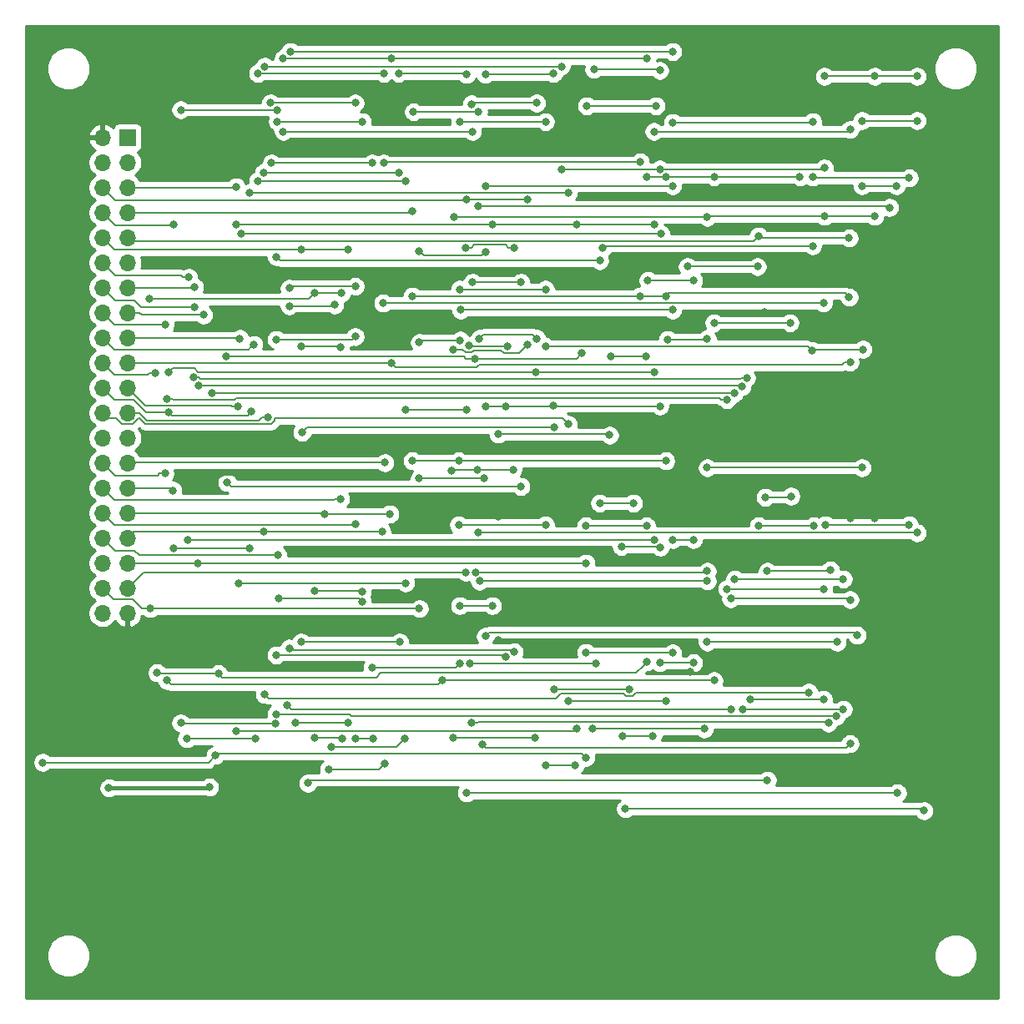
<source format=gbr>
G04 #@! TF.GenerationSoftware,KiCad,Pcbnew,(5.1.5-0-10_14)*
G04 #@! TF.CreationDate,2020-03-22T19:05:04+01:00*
G04 #@! TF.ProjectId,control,636f6e74-726f-46c2-9e6b-696361645f70,2*
G04 #@! TF.SameCoordinates,Original*
G04 #@! TF.FileFunction,Copper,L2,Bot*
G04 #@! TF.FilePolarity,Positive*
%FSLAX46Y46*%
G04 Gerber Fmt 4.6, Leading zero omitted, Abs format (unit mm)*
G04 Created by KiCad (PCBNEW (5.1.5-0-10_14)) date 2020-03-22 19:05:04*
%MOMM*%
%LPD*%
G04 APERTURE LIST*
%ADD10R,1.700000X1.700000*%
%ADD11O,1.700000X1.700000*%
%ADD12C,0.800000*%
%ADD13C,0.400000*%
%ADD14C,0.200000*%
%ADD15C,0.254000*%
G04 APERTURE END LIST*
D10*
X111000000Y-62000000D03*
D11*
X108460000Y-62000000D03*
X111000000Y-64540000D03*
X108460000Y-64540000D03*
X111000000Y-67080000D03*
X108460000Y-67080000D03*
X111000000Y-69620000D03*
X108460000Y-69620000D03*
X111000000Y-72160000D03*
X108460000Y-72160000D03*
X111000000Y-74700000D03*
X108460000Y-74700000D03*
X111000000Y-77240000D03*
X108460000Y-77240000D03*
X111000000Y-79780000D03*
X108460000Y-79780000D03*
X111000000Y-82320000D03*
X108460000Y-82320000D03*
X111000000Y-84860000D03*
X108460000Y-84860000D03*
X111000000Y-87400000D03*
X108460000Y-87400000D03*
X111000000Y-89940000D03*
X108460000Y-89940000D03*
X111000000Y-92480000D03*
X108460000Y-92480000D03*
X111000000Y-95020000D03*
X108460000Y-95020000D03*
X111000000Y-97560000D03*
X108460000Y-97560000D03*
X111000000Y-100100000D03*
X108460000Y-100100000D03*
X111000000Y-102640000D03*
X108460000Y-102640000D03*
X111000000Y-105180000D03*
X108460000Y-105180000D03*
X111000000Y-107720000D03*
X108460000Y-107720000D03*
X111000000Y-110260000D03*
X108460000Y-110260000D03*
D12*
X109700000Y-117500000D03*
X131000000Y-115700000D03*
X140600000Y-111800000D03*
X148631755Y-113000000D03*
X142000000Y-138300000D03*
X144000000Y-138299998D03*
X148000000Y-138300000D03*
X126000000Y-138400000D03*
X124000000Y-138400000D03*
X120500000Y-96100000D03*
X130000000Y-96100000D03*
X123564990Y-96100000D03*
X127300000Y-91900000D03*
X128500000Y-63000000D03*
X121400000Y-62300000D03*
X166300000Y-109100000D03*
X163700000Y-109100000D03*
X168048876Y-116236331D03*
X177200000Y-115200000D03*
X186300000Y-116900000D03*
X162000000Y-96900000D03*
X168000000Y-98900000D03*
X166300000Y-91100000D03*
X164300000Y-91100000D03*
X168200000Y-81000000D03*
X160800000Y-62200000D03*
X168099999Y-63600000D03*
X148800000Y-63100000D03*
X141900000Y-80500000D03*
X148800000Y-81000000D03*
X148631755Y-100500000D03*
X181800000Y-91400000D03*
X184300000Y-100600000D03*
X186800000Y-100600000D03*
X175600000Y-79700000D03*
X187500000Y-82600000D03*
X188100000Y-63100000D03*
X131100000Y-80700000D03*
X195200000Y-88300000D03*
X109100000Y-128000000D03*
X119300000Y-127900000D03*
X144600000Y-101300000D03*
X153400000Y-101300000D03*
X153400000Y-77400000D03*
X144700000Y-77400000D03*
X153400000Y-60400000D03*
X144700000Y-60400000D03*
X185600000Y-83500000D03*
X180400000Y-83600000D03*
X153400000Y-83200000D03*
X153400000Y-125700000D03*
X156400000Y-125699996D03*
X140600000Y-109800000D03*
X140600000Y-96600000D03*
X147200000Y-96600000D03*
X113300000Y-109800000D03*
X122000000Y-67000000D03*
X122000000Y-70800000D03*
X148000000Y-70800000D03*
X164400000Y-70800000D03*
X122000000Y-122200000D03*
X156600000Y-122000000D03*
X156600000Y-70800000D03*
X145400000Y-68300000D03*
X151600000Y-83000000D03*
X151600000Y-68300000D03*
X144000000Y-83500000D03*
X115700000Y-70800000D03*
X164400000Y-85800000D03*
X144000000Y-122900000D03*
X152300000Y-122900000D03*
X152400000Y-85800000D03*
X115199979Y-85800000D03*
X184200000Y-72200000D03*
X180600000Y-101400000D03*
X175000000Y-101400000D03*
X175000000Y-72000000D03*
X128600000Y-73400000D03*
X128000000Y-121400000D03*
X133400000Y-73400000D03*
X133400000Y-121400000D03*
X130000000Y-122900000D03*
X132800000Y-123000000D03*
X132700000Y-77800000D03*
X130000000Y-77800000D03*
X113200000Y-78400000D03*
X164400000Y-102800000D03*
X117100000Y-102800000D03*
X117200000Y-76200000D03*
X117000000Y-123000000D03*
X124000000Y-123000000D03*
X126207108Y-59207108D03*
X126000000Y-121500000D03*
X116400000Y-59200004D03*
X116400000Y-121400000D03*
X115599990Y-97800000D03*
X131700000Y-123800000D03*
X128600000Y-83200000D03*
X132600010Y-83300000D03*
X132600010Y-98700000D03*
X139100000Y-123000000D03*
X131000000Y-100200000D03*
X127400000Y-79100000D03*
X137600000Y-100200000D03*
X132000000Y-79000000D03*
X124834990Y-102000000D03*
X136800000Y-102000000D03*
X137100000Y-125500000D03*
X131400000Y-126100000D03*
X126234990Y-104400000D03*
X134800000Y-109100003D03*
X126300000Y-108800000D03*
X166300000Y-114300000D03*
X118100000Y-105199998D03*
X157499990Y-114247176D03*
X157499990Y-105200000D03*
X134100000Y-101200000D03*
X134100000Y-123000000D03*
X135900000Y-123000000D03*
X126100000Y-82500000D03*
X134100000Y-82200000D03*
X145300000Y-106100000D03*
X117800000Y-77200000D03*
X174200000Y-119000000D03*
X181600000Y-119000000D03*
X173799979Y-86400000D03*
X117683506Y-86343689D03*
X173400000Y-120000000D03*
X183600000Y-120000000D03*
X173347735Y-87291908D03*
X117800000Y-79200000D03*
X118199990Y-87200000D03*
X119600000Y-87900000D03*
X172600000Y-106800000D03*
X183600000Y-106800000D03*
X172571895Y-87922856D03*
X118700000Y-80000000D03*
X171800000Y-88600000D03*
X171800000Y-107800000D03*
X181600000Y-107800000D03*
X114970120Y-88499988D03*
X114799968Y-81000000D03*
X122400000Y-82400000D03*
X123800000Y-83000000D03*
X126800000Y-54000000D03*
X137800000Y-54000000D03*
X137800000Y-84900000D03*
X184300000Y-84800000D03*
X163700000Y-54000000D03*
X120200000Y-116400000D03*
X163700000Y-115200000D03*
X114000000Y-116300000D03*
X113799967Y-85940196D03*
X122193731Y-89265401D03*
X115700000Y-103700000D03*
X123564980Y-89800000D03*
X123399990Y-103700000D03*
X115199979Y-89900000D03*
X125200000Y-90399990D03*
X123400000Y-67600000D03*
X155699998Y-67600000D03*
X155699998Y-119200000D03*
X165600000Y-119200000D03*
X155699998Y-91099998D03*
X124200000Y-55500000D03*
X137000000Y-55500000D03*
X137100000Y-95000000D03*
X163000000Y-64500000D03*
X137000000Y-64600000D03*
X181600000Y-78800000D03*
X136900000Y-78799996D03*
X142900000Y-117099998D03*
X115000000Y-117100004D03*
X170500000Y-117100000D03*
X170500000Y-66000000D03*
X179200000Y-66000000D03*
X165600000Y-66000000D03*
X163700000Y-66000000D03*
X178200000Y-80800000D03*
X170500000Y-80800000D03*
X114799968Y-96100000D03*
X145900000Y-121407108D03*
X182092030Y-121407108D03*
X184300000Y-123500000D03*
X147000000Y-123600000D03*
X148000000Y-109500000D03*
X144700000Y-109500000D03*
X147300000Y-112600000D03*
X185000000Y-112500000D03*
X146706139Y-107013815D03*
X169800000Y-107000000D03*
X169800000Y-113200000D03*
X183000000Y-113200000D03*
X146600000Y-69000000D03*
X188300000Y-69100000D03*
X124900000Y-118500000D03*
X180100000Y-118300000D03*
X182892892Y-120707108D03*
X126100000Y-120500000D03*
X127200000Y-119600000D03*
X172200000Y-120000000D03*
X172200000Y-108800000D03*
X184300000Y-108900000D03*
X175900000Y-127200000D03*
X175900000Y-106000000D03*
X182300000Y-105900000D03*
X129300000Y-127500000D03*
X144600000Y-94800000D03*
X139900000Y-94800000D03*
X140000000Y-59400000D03*
X146600000Y-59400000D03*
X165600000Y-94800000D03*
X184200000Y-78200000D03*
X165600000Y-78100000D03*
X163000000Y-78100000D03*
X139900000Y-78100000D03*
X139900000Y-69500000D03*
X124907108Y-54792892D03*
X181700000Y-65100000D03*
X165000000Y-65200000D03*
X155000000Y-65200000D03*
X155000000Y-54800000D03*
X167800000Y-75100000D03*
X175700000Y-98500000D03*
X178300000Y-98400000D03*
X174900000Y-75100000D03*
X145400000Y-128500000D03*
X189100000Y-128500000D03*
X189000000Y-66900000D03*
X185500000Y-66900000D03*
X164600000Y-58800000D03*
X157600000Y-58800001D03*
X121000000Y-84200000D03*
X102400000Y-125400000D03*
X157500000Y-124900000D03*
X146217266Y-84441020D03*
X157099979Y-83900000D03*
X119900000Y-124700000D03*
X144100000Y-70100000D03*
X181700000Y-70000000D03*
X186800000Y-70000000D03*
X165800000Y-82499999D03*
X169800000Y-82400000D03*
X169800000Y-70100000D03*
X169500000Y-122000000D03*
X158200000Y-122000000D03*
X161500000Y-130100000D03*
X191800000Y-130300000D03*
X191100000Y-55800000D03*
X186800000Y-55800000D03*
X181700000Y-55800000D03*
X125600000Y-64600000D03*
X135800000Y-64600000D03*
X135800000Y-115799992D03*
X144700000Y-115400000D03*
X145700003Y-115400000D03*
X180500000Y-73000000D03*
X158500000Y-115400000D03*
X159200000Y-73200010D03*
X146300003Y-106100000D03*
X169800000Y-106000000D03*
X169800000Y-95500000D03*
X185500000Y-95500000D03*
X126200000Y-60400000D03*
X134800000Y-60400000D03*
X130000000Y-108000000D03*
X134800000Y-108100000D03*
X124800000Y-65600000D03*
X138500000Y-65600000D03*
X138500000Y-55492892D03*
X145400000Y-55600000D03*
X128600000Y-113200000D03*
X138600002Y-113200000D03*
X127400000Y-113800000D03*
X150200000Y-114200000D03*
X150100000Y-95700000D03*
X146500000Y-95700000D03*
X143900000Y-95800000D03*
X145300000Y-73200010D03*
X150200000Y-73200010D03*
X126100000Y-114500000D03*
X149331755Y-114700000D03*
X149400000Y-89265400D03*
X147300000Y-89265400D03*
X165000000Y-89265400D03*
X147300000Y-55600000D03*
X154200000Y-55500000D03*
X154200000Y-89200002D03*
X124200000Y-66400000D03*
X139200000Y-66400000D03*
X139200000Y-89600000D03*
X145400000Y-89600000D03*
X139200000Y-107200000D03*
X122294980Y-107200000D03*
X181800000Y-101300000D03*
X190300000Y-101300000D03*
X190300000Y-66100000D03*
X180500000Y-66000000D03*
X166300000Y-60500000D03*
X180500000Y-60400000D03*
X164400000Y-61400000D03*
X184300000Y-61200000D03*
X146600000Y-102100000D03*
X191100000Y-102100000D03*
X191100000Y-60300000D03*
X185500000Y-60300000D03*
X125500000Y-58500000D03*
X134100000Y-58500000D03*
X134100000Y-77100000D03*
X127400000Y-77300000D03*
X127507108Y-53292892D03*
X166300000Y-53300000D03*
X126800000Y-61400000D03*
X146000000Y-61400000D03*
X163650000Y-101400000D03*
X158300000Y-55100000D03*
X165000000Y-55200000D03*
X157499990Y-101400000D03*
X163800000Y-76500000D03*
X168400000Y-76500000D03*
X160000000Y-84200000D03*
X163600000Y-84200000D03*
X148600000Y-92100000D03*
X159900000Y-92200000D03*
X122500000Y-71800000D03*
X165100000Y-71800000D03*
X126100000Y-74100000D03*
X158900000Y-74500000D03*
X158900000Y-99100000D03*
X162300000Y-99100000D03*
X146700000Y-82400000D03*
X152500000Y-82400000D03*
X152500000Y-58500000D03*
X145900000Y-58600000D03*
X149500000Y-83200000D03*
X145600000Y-83100000D03*
X147350000Y-66900000D03*
X166300000Y-66900000D03*
X144800000Y-79500000D03*
X166300000Y-79500000D03*
X121100000Y-97000000D03*
X150900000Y-97400000D03*
X150900000Y-76700000D03*
X146000000Y-76700000D03*
X144752000Y-82570000D03*
X140600000Y-82800000D03*
X140600000Y-73500000D03*
X147300000Y-73600021D03*
X165000000Y-115300000D03*
X168399999Y-115300000D03*
X168399999Y-102800000D03*
X166300000Y-102800000D03*
X164300000Y-122700000D03*
X161200000Y-122700000D03*
X161100000Y-103500000D03*
X165040186Y-103568223D03*
X161900000Y-118000000D03*
X154299998Y-118000000D03*
X128700000Y-91900000D03*
X154299998Y-91399990D03*
D13*
X120500000Y-96100000D02*
X130000000Y-96100000D01*
X184300000Y-100600000D02*
X184300000Y-99300000D01*
X186800000Y-100600000D02*
X186800000Y-99000000D01*
X109100000Y-128000000D02*
X119200000Y-128000000D01*
X119200000Y-128000000D02*
X119300000Y-127900000D01*
D14*
X144600000Y-101300000D02*
X153400000Y-101300000D01*
X153400000Y-77400000D02*
X144700000Y-77400000D01*
X153400000Y-60400000D02*
X144700000Y-60400000D01*
X180500000Y-83500000D02*
X180400000Y-83600000D01*
X185600000Y-83500000D02*
X180500000Y-83500000D01*
X153400001Y-83199999D02*
X153400000Y-83200000D01*
X179999999Y-83199999D02*
X153400001Y-83199999D01*
X180400000Y-83600000D02*
X179999999Y-83199999D01*
X153400000Y-125700000D02*
X156399996Y-125700000D01*
X156399996Y-125700000D02*
X156400000Y-125699996D01*
X140599996Y-109800004D02*
X140600000Y-109800000D01*
X111552001Y-108870001D02*
X112482004Y-109800004D01*
X109610001Y-108870001D02*
X111552001Y-108870001D01*
X108460000Y-107720000D02*
X109610001Y-108870001D01*
X140600000Y-96600000D02*
X147200000Y-96600000D01*
X112482004Y-109800004D02*
X113300000Y-109800000D01*
X113300000Y-109800000D02*
X140599996Y-109800004D01*
X121920000Y-67080000D02*
X122000000Y-67000000D01*
X111000000Y-67080000D02*
X121920000Y-67080000D01*
X122000000Y-70800000D02*
X148000000Y-70800000D01*
X156400000Y-122200000D02*
X156600000Y-122000000D01*
X122000000Y-122200000D02*
X156400000Y-122200000D01*
X156600000Y-70800000D02*
X164400000Y-70800000D01*
X148000000Y-70800000D02*
X156600000Y-70800000D01*
X151600000Y-68300000D02*
X145400000Y-68300000D01*
X145300000Y-68400000D02*
X145400000Y-68300000D01*
X109780000Y-68400000D02*
X145300000Y-68400000D01*
X108460000Y-67080000D02*
X109780000Y-68400000D01*
X144963998Y-83500000D02*
X144565685Y-83500000D01*
X146136002Y-83600000D02*
X145936001Y-83800001D01*
X150699999Y-83900001D02*
X149163999Y-83900001D01*
X145936001Y-83800001D02*
X145263999Y-83800001D01*
X148863998Y-83600000D02*
X146136002Y-83600000D01*
X151600000Y-83000000D02*
X150699999Y-83900001D01*
X144565685Y-83500000D02*
X144000000Y-83500000D01*
X145263999Y-83800001D02*
X144963998Y-83500000D01*
X149163999Y-83900001D02*
X148863998Y-83600000D01*
X144000000Y-122900000D02*
X152300000Y-122900000D01*
X152400000Y-85800000D02*
X164400000Y-85800000D01*
X115600000Y-70900000D02*
X115700000Y-70800000D01*
X109740000Y-70900000D02*
X115600000Y-70900000D01*
X108460000Y-69620000D02*
X109740000Y-70900000D01*
X115599978Y-85400001D02*
X115199979Y-85800000D01*
X152400000Y-85800000D02*
X118157022Y-85800000D01*
X118157022Y-85800000D02*
X117757023Y-85400001D01*
X117757023Y-85400001D02*
X115599978Y-85400001D01*
X180600000Y-101400000D02*
X175000000Y-101400000D01*
X175200000Y-72200000D02*
X175000000Y-72000000D01*
X184200000Y-72200000D02*
X175200000Y-72200000D01*
X174500000Y-72500000D02*
X175000000Y-72000000D01*
X111000000Y-72160000D02*
X111340000Y-72500000D01*
X111340000Y-72500000D02*
X174500000Y-72500000D01*
X133400000Y-73400000D02*
X128600000Y-73400000D01*
X133600000Y-121400000D02*
X133400000Y-121400000D01*
X128000000Y-121400000D02*
X133600000Y-121400000D01*
X109700000Y-73400000D02*
X128600000Y-73400000D01*
X108460000Y-72160000D02*
X109700000Y-73400000D01*
X132700000Y-122900000D02*
X132800000Y-123000000D01*
X130000000Y-122900000D02*
X132700000Y-122900000D01*
X132700000Y-77800000D02*
X130000000Y-77800000D01*
X130000000Y-77800000D02*
X129400000Y-78400000D01*
X129400000Y-78400000D02*
X113200000Y-78400000D01*
X164400000Y-102800000D02*
X117100000Y-102800000D01*
X116434315Y-76000000D02*
X116634315Y-76200000D01*
X109760000Y-76000000D02*
X116434315Y-76000000D01*
X116634315Y-76200000D02*
X117200000Y-76200000D01*
X108460000Y-74700000D02*
X109760000Y-76000000D01*
X117000000Y-123000000D02*
X124000000Y-123000000D01*
X116407104Y-59207108D02*
X116400000Y-59200004D01*
X126207108Y-59207108D02*
X116407104Y-59207108D01*
X126000000Y-121500000D02*
X116500000Y-121500000D01*
X116500000Y-121500000D02*
X116400000Y-121400000D01*
X111000000Y-97560000D02*
X115359990Y-97560000D01*
X115359990Y-97560000D02*
X115599990Y-97800000D01*
X109700000Y-98800000D02*
X131934325Y-98800000D01*
X108460000Y-97560000D02*
X109700000Y-98800000D01*
X132034325Y-98700000D02*
X132600010Y-98700000D01*
X128600000Y-83200000D02*
X132500010Y-83200000D01*
X132500010Y-83200000D02*
X132600010Y-83300000D01*
X131934325Y-98800000D02*
X132034325Y-98700000D01*
X131700000Y-123800000D02*
X138300000Y-123800000D01*
X138300000Y-123800000D02*
X139100000Y-123000000D01*
X130900000Y-100100000D02*
X131000000Y-100200000D01*
X111000000Y-100100000D02*
X130900000Y-100100000D01*
X137600000Y-100200000D02*
X131000000Y-100200000D01*
X131900000Y-79100000D02*
X132000000Y-79000000D01*
X127400000Y-79100000D02*
X131900000Y-79100000D01*
X111640000Y-102000000D02*
X111000000Y-102640000D01*
X124834990Y-102000000D02*
X111640000Y-102000000D01*
X136800000Y-102000000D02*
X124834990Y-102000000D01*
X137100000Y-125500000D02*
X136500000Y-126100000D01*
X136500000Y-126100000D02*
X131965685Y-126100000D01*
X131965685Y-126100000D02*
X131400000Y-126100000D01*
X134499997Y-108800000D02*
X126300000Y-108800000D01*
X134800000Y-109100003D02*
X134499997Y-108800000D01*
X112162000Y-104400000D02*
X126234990Y-104400000D01*
X111662000Y-103900000D02*
X112162000Y-104400000D01*
X109720000Y-103900000D02*
X111662000Y-103900000D01*
X108460000Y-102640000D02*
X109720000Y-103900000D01*
X118080002Y-105180000D02*
X118100000Y-105199998D01*
X111000000Y-105180000D02*
X118080002Y-105180000D01*
X157499988Y-105199998D02*
X157499990Y-105200000D01*
X166300000Y-114300000D02*
X157552814Y-114300000D01*
X118100000Y-105199998D02*
X157499988Y-105199998D01*
X157552814Y-114300000D02*
X157499990Y-114247176D01*
X134100000Y-123000000D02*
X135900000Y-123000000D01*
X134000000Y-101300000D02*
X134100000Y-101200000D01*
X109660000Y-101300000D02*
X134000000Y-101300000D01*
X108460000Y-100100000D02*
X109660000Y-101300000D01*
X126100000Y-82500000D02*
X133800000Y-82500000D01*
X133800000Y-82500000D02*
X134100000Y-82200000D01*
X112620000Y-106100000D02*
X145300000Y-106100000D01*
X111000000Y-107720000D02*
X112620000Y-106100000D01*
X117760000Y-77240000D02*
X117800000Y-77200000D01*
X111000000Y-77240000D02*
X117760000Y-77240000D01*
X174200000Y-119000000D02*
X181600000Y-119000000D01*
X173134294Y-86500000D02*
X118405502Y-86500000D01*
X173799979Y-86400000D02*
X173234294Y-86400000D01*
X118249191Y-86343689D02*
X117683506Y-86343689D01*
X118405502Y-86500000D02*
X118249191Y-86343689D01*
X173234294Y-86400000D02*
X173134294Y-86500000D01*
X173400000Y-120000000D02*
X183600000Y-120000000D01*
X108460000Y-77240000D02*
X109720000Y-78500000D01*
X111662000Y-78500000D02*
X112362000Y-79200000D01*
X109720000Y-78500000D02*
X111662000Y-78500000D01*
X117234315Y-79200000D02*
X117800000Y-79200000D01*
X112362000Y-79200000D02*
X117234315Y-79200000D01*
X173347735Y-87291908D02*
X173255827Y-87200000D01*
X173255827Y-87200000D02*
X118765675Y-87200000D01*
X118765675Y-87200000D02*
X118199990Y-87200000D01*
X172600000Y-106800000D02*
X183600000Y-106800000D01*
X172549039Y-87900000D02*
X172571895Y-87922856D01*
X119600000Y-87900000D02*
X172549039Y-87900000D01*
X112202081Y-79780000D02*
X112422081Y-80000000D01*
X118134315Y-80000000D02*
X118700000Y-80000000D01*
X111000000Y-79780000D02*
X112202081Y-79780000D01*
X112422081Y-80000000D02*
X118134315Y-80000000D01*
X171800000Y-107800000D02*
X181600000Y-107800000D01*
X121823130Y-88600000D02*
X115635817Y-88600000D01*
X171234315Y-88600000D02*
X171034314Y-88399999D01*
X122023131Y-88399999D02*
X121823130Y-88600000D01*
X171800000Y-88600000D02*
X171234315Y-88600000D01*
X171034314Y-88399999D02*
X122023131Y-88399999D01*
X115635817Y-88600000D02*
X115535805Y-88499988D01*
X115535805Y-88499988D02*
X114970120Y-88499988D01*
X109680000Y-81000000D02*
X114799968Y-81000000D01*
X108460000Y-79780000D02*
X109680000Y-81000000D01*
X122320000Y-82320000D02*
X122400000Y-82400000D01*
X111000000Y-82320000D02*
X122320000Y-82320000D01*
X123400001Y-83399999D02*
X123800000Y-83000000D01*
X108460000Y-82320000D02*
X109639999Y-83499999D01*
X123300001Y-83499999D02*
X123400001Y-83399999D01*
X109639999Y-83499999D02*
X123300001Y-83499999D01*
X126800000Y-54000000D02*
X137800000Y-54000000D01*
X111040000Y-84900000D02*
X111000000Y-84860000D01*
X137800000Y-84900000D02*
X111040000Y-84900000D01*
X137800000Y-54000000D02*
X163700000Y-54000000D01*
X146638179Y-85056109D02*
X183478206Y-85056109D01*
X138199999Y-85299999D02*
X146394289Y-85299999D01*
X183734315Y-84800000D02*
X184300000Y-84800000D01*
X137800000Y-84900000D02*
X138199999Y-85299999D01*
X183478206Y-85056109D02*
X183734315Y-84800000D01*
X146394289Y-85299999D02*
X146638179Y-85056109D01*
X120200000Y-116400000D02*
X114100000Y-116400000D01*
X114100000Y-116400000D02*
X114000000Y-116300000D01*
X120600005Y-116800005D02*
X136235997Y-116800005D01*
X136700001Y-116336001D02*
X162563999Y-116336001D01*
X120200000Y-116400000D02*
X120600005Y-116800005D01*
X162563999Y-116336001D02*
X163300001Y-115599999D01*
X136235997Y-116800005D02*
X136700001Y-116336001D01*
X163300001Y-115599999D02*
X163700000Y-115200000D01*
X108460000Y-84860000D02*
X109700000Y-86100000D01*
X113074478Y-86100000D02*
X113234282Y-85940196D01*
X113234282Y-85940196D02*
X113799967Y-85940196D01*
X109700000Y-86100000D02*
X113074478Y-86100000D01*
X121562643Y-89199998D02*
X121628046Y-89265401D01*
X111000000Y-87400000D02*
X112799998Y-89199998D01*
X121628046Y-89265401D02*
X122193731Y-89265401D01*
X112799998Y-89199998D02*
X121562643Y-89199998D01*
X115700000Y-103700000D02*
X123399990Y-103700000D01*
X109660000Y-88600000D02*
X111602000Y-88600000D01*
X115499978Y-90199999D02*
X115199979Y-89900000D01*
X111602000Y-88600000D02*
X112902000Y-89900000D01*
X114634294Y-89900000D02*
X115199979Y-89900000D01*
X123564980Y-89800000D02*
X123164981Y-90199999D01*
X123164981Y-90199999D02*
X115499978Y-90199999D01*
X108460000Y-87400000D02*
X109660000Y-88600000D01*
X112902000Y-89900000D02*
X114634294Y-89900000D01*
X111000000Y-89940000D02*
X112202081Y-89940000D01*
X112962070Y-90699989D02*
X124334316Y-90699989D01*
X112202081Y-89940000D02*
X112962070Y-90699989D01*
X124334316Y-90699989D02*
X124634315Y-90399990D01*
X124634315Y-90399990D02*
X125200000Y-90399990D01*
X123400000Y-67600000D02*
X155699998Y-67600000D01*
X155699998Y-119200000D02*
X165600000Y-119200000D01*
X125900001Y-90500000D02*
X155100000Y-90500000D01*
X125900001Y-90735991D02*
X125900001Y-90500000D01*
X125536001Y-91099991D02*
X125900001Y-90735991D01*
X124600000Y-91100000D02*
X124600009Y-91099991D01*
X155100000Y-90500000D02*
X155699998Y-91099998D01*
X112796381Y-91099999D02*
X124600000Y-91100000D01*
X112196383Y-90500000D02*
X112796381Y-91099999D01*
X110447999Y-91090001D02*
X111552001Y-91090001D01*
X112142002Y-90500000D02*
X112196383Y-90500000D01*
X111552001Y-91090001D02*
X112142002Y-90500000D01*
X108460000Y-89940000D02*
X109020000Y-90500000D01*
X124600009Y-91099991D02*
X125536001Y-91099991D01*
X109857998Y-90500000D02*
X110447999Y-91090001D01*
X109020000Y-90500000D02*
X109857998Y-90500000D01*
X124200000Y-55500000D02*
X137000000Y-55500000D01*
X111020000Y-95000000D02*
X111000000Y-95020000D01*
X137100000Y-95000000D02*
X111020000Y-95000000D01*
X137100000Y-64500000D02*
X137000000Y-64600000D01*
X163000000Y-64500000D02*
X137100000Y-64500000D01*
X136900004Y-78800000D02*
X136900000Y-78799996D01*
X181600000Y-78800000D02*
X136900004Y-78800000D01*
X142900000Y-117099998D02*
X142500001Y-117499997D01*
X142500001Y-117499997D02*
X115399993Y-117499997D01*
X115399993Y-117499997D02*
X115000000Y-117100004D01*
X170500000Y-66000000D02*
X179200000Y-66000000D01*
X170500000Y-66000000D02*
X165600000Y-66000000D01*
X165600000Y-66000000D02*
X163700000Y-66000000D01*
X178200000Y-80800000D02*
X170500000Y-80800000D01*
X142900000Y-117099998D02*
X170499998Y-117099998D01*
X170499998Y-117099998D02*
X170500000Y-117100000D01*
X108460000Y-95020000D02*
X109740000Y-96300000D01*
X109740000Y-96300000D02*
X114034283Y-96300000D01*
X114034283Y-96300000D02*
X114234283Y-96100000D01*
X114234283Y-96100000D02*
X114799968Y-96100000D01*
X146572794Y-121299999D02*
X181984921Y-121299999D01*
X146465685Y-121407108D02*
X146572794Y-121299999D01*
X181984921Y-121299999D02*
X182092030Y-121407108D01*
X145900000Y-121407108D02*
X146465685Y-121407108D01*
X183900001Y-123899999D02*
X147299999Y-123899999D01*
X184300000Y-123500000D02*
X183900001Y-123899999D01*
X147299999Y-123899999D02*
X147000000Y-123600000D01*
X148000000Y-109500000D02*
X144700000Y-109500000D01*
X184700001Y-112200001D02*
X185000000Y-112500000D01*
X147699999Y-112200001D02*
X184700001Y-112200001D01*
X147300000Y-112600000D02*
X147699999Y-112200001D01*
X169786185Y-107013815D02*
X169800000Y-107000000D01*
X146706139Y-107013815D02*
X169786185Y-107013815D01*
X169800000Y-113200000D02*
X183000000Y-113200000D01*
X188200000Y-69000000D02*
X188300000Y-69100000D01*
X146600000Y-69000000D02*
X188200000Y-69000000D01*
X161563999Y-118700001D02*
X162200000Y-118700001D01*
X162200000Y-118700001D02*
X162600001Y-118300000D01*
X161264008Y-118400010D02*
X161563999Y-118700001D01*
X154935990Y-118400010D02*
X161264008Y-118400010D01*
X162600001Y-118300000D02*
X180100000Y-118300000D01*
X154436001Y-118899999D02*
X154935990Y-118400010D01*
X125299999Y-118899999D02*
X154436001Y-118899999D01*
X124900000Y-118500000D02*
X125299999Y-118899999D01*
X182892892Y-120707108D02*
X133743110Y-120707108D01*
X133743110Y-120707108D02*
X133536002Y-120500000D01*
X133536002Y-120500000D02*
X126665685Y-120500000D01*
X126665685Y-120500000D02*
X126100000Y-120500000D01*
X172199999Y-119999999D02*
X172200000Y-120000000D01*
X127599999Y-119999999D02*
X172199999Y-119999999D01*
X127200000Y-119600000D02*
X127599999Y-119999999D01*
X184200000Y-108800000D02*
X184300000Y-108900000D01*
X172200000Y-108800000D02*
X184200000Y-108800000D01*
X182200000Y-106000000D02*
X182300000Y-105900000D01*
X175900000Y-106000000D02*
X182200000Y-106000000D01*
X129600000Y-127200000D02*
X129300000Y-127500000D01*
X175900000Y-127200000D02*
X129600000Y-127200000D01*
X144600000Y-94800000D02*
X139900000Y-94800000D01*
X140000000Y-59400000D02*
X146600000Y-59400000D01*
X144600000Y-94800000D02*
X165600000Y-94800000D01*
X165899999Y-77800001D02*
X165600000Y-78100000D01*
X183800001Y-77800001D02*
X165899999Y-77800001D01*
X184200000Y-78200000D02*
X183800001Y-77800001D01*
X163000000Y-78100000D02*
X165600000Y-78100000D01*
X163000000Y-78100000D02*
X139900000Y-78100000D01*
X139780000Y-69620000D02*
X139900000Y-69500000D01*
X111000000Y-69620000D02*
X139780000Y-69620000D01*
X181600000Y-65200000D02*
X181700000Y-65100000D01*
X165000000Y-65200000D02*
X181600000Y-65200000D01*
X165000000Y-65200000D02*
X155000000Y-65200000D01*
X154992892Y-54792892D02*
X155000000Y-54800000D01*
X124907108Y-54792892D02*
X154992892Y-54792892D01*
X178200000Y-98500000D02*
X178300000Y-98400000D01*
X175700000Y-98500000D02*
X178200000Y-98500000D01*
X168365685Y-75100000D02*
X174900000Y-75100000D01*
X167800000Y-75100000D02*
X168365685Y-75100000D01*
X145400000Y-128500000D02*
X189100000Y-128500000D01*
X189000000Y-66900000D02*
X185500000Y-66900000D01*
X164600000Y-58800000D02*
X164034314Y-58800001D01*
X164034314Y-58800001D02*
X158165685Y-58800001D01*
X158165685Y-58800001D02*
X157600000Y-58800001D01*
X145339318Y-84441020D02*
X145651581Y-84441020D01*
X145651581Y-84441020D02*
X146217266Y-84441020D01*
X121000000Y-84200000D02*
X145098298Y-84200000D01*
X145098298Y-84200000D02*
X145339318Y-84441020D01*
X156558959Y-84441020D02*
X157099979Y-83900000D01*
X146217266Y-84441020D02*
X156558959Y-84441020D01*
X102400000Y-125400000D02*
X119200000Y-125400000D01*
X157100001Y-124500001D02*
X120099999Y-124500001D01*
X119200000Y-125400000D02*
X119900000Y-124700000D01*
X120099999Y-124500001D02*
X119900000Y-124700000D01*
X157500000Y-124900000D02*
X157100001Y-124500001D01*
X181700000Y-70000000D02*
X186800000Y-70000000D01*
X169700001Y-82499999D02*
X169800000Y-82400000D01*
X165800000Y-82499999D02*
X169700001Y-82499999D01*
X181700000Y-70000000D02*
X169900000Y-70000000D01*
X169900000Y-70000000D02*
X169800000Y-70100000D01*
X144100000Y-70100000D02*
X169800000Y-70100000D01*
X169500000Y-122000000D02*
X158200000Y-122000000D01*
X191600000Y-130100000D02*
X191800000Y-130300000D01*
X161500000Y-130100000D02*
X191600000Y-130100000D01*
X191100000Y-55800000D02*
X186800000Y-55800000D01*
X181700000Y-55800000D02*
X186800000Y-55800000D01*
X125600000Y-64600000D02*
X135800000Y-64600000D01*
X144300008Y-115799992D02*
X144700000Y-115400000D01*
X135800000Y-115799992D02*
X144300008Y-115799992D01*
X146265688Y-115400000D02*
X158500000Y-115400000D01*
X145700003Y-115400000D02*
X146265688Y-115400000D01*
X180500000Y-73000000D02*
X159400010Y-73000000D01*
X159400010Y-73000000D02*
X159200000Y-73200010D01*
X169700000Y-106100000D02*
X169800000Y-106000000D01*
X146300003Y-106100000D02*
X169700000Y-106100000D01*
X169800000Y-95500000D02*
X185500000Y-95500000D01*
X126200000Y-60400000D02*
X134800000Y-60400000D01*
X134700000Y-108000000D02*
X134800000Y-108100000D01*
X130000000Y-108000000D02*
X134700000Y-108000000D01*
X124800000Y-65600000D02*
X138500000Y-65600000D01*
X145292892Y-55492892D02*
X145400000Y-55600000D01*
X138500000Y-55492892D02*
X145292892Y-55492892D01*
X128600000Y-113200000D02*
X138600002Y-113200000D01*
X150100000Y-95700000D02*
X146500000Y-95700000D01*
X144000000Y-95700000D02*
X143900000Y-95800000D01*
X146500000Y-95700000D02*
X144000000Y-95700000D01*
X150000000Y-114000000D02*
X150200000Y-114200000D01*
X127600000Y-114000000D02*
X150000000Y-114000000D01*
X127400000Y-113800000D02*
X127600000Y-114000000D01*
X146165684Y-72900011D02*
X149334316Y-72900011D01*
X149634315Y-73200010D02*
X150200000Y-73200010D01*
X145300000Y-73200010D02*
X145865685Y-73200010D01*
X145865685Y-73200010D02*
X146165684Y-72900011D01*
X149334316Y-72900011D02*
X149634315Y-73200010D01*
X149131755Y-114500000D02*
X149331755Y-114700000D01*
X126100000Y-114500000D02*
X149131755Y-114500000D01*
X149400000Y-89265400D02*
X147300000Y-89265400D01*
X154100000Y-55600000D02*
X154200000Y-55500000D01*
X147300000Y-55600000D02*
X154100000Y-55600000D01*
X165000000Y-89265400D02*
X154265398Y-89265400D01*
X149400000Y-89265400D02*
X154134602Y-89265400D01*
X154134602Y-89265400D02*
X154200000Y-89200002D01*
X154265398Y-89265400D02*
X154200000Y-89200002D01*
X124200000Y-66400000D02*
X139200000Y-66400000D01*
X139200000Y-89600000D02*
X145400000Y-89600000D01*
X139200000Y-107200000D02*
X122294980Y-107200000D01*
X181800000Y-101300000D02*
X190300000Y-101300000D01*
X180600000Y-66100000D02*
X180500000Y-66000000D01*
X190300000Y-66100000D02*
X180600000Y-66100000D01*
X180400000Y-60500000D02*
X180500000Y-60400000D01*
X166300000Y-60500000D02*
X180400000Y-60500000D01*
X184100000Y-61400000D02*
X184300000Y-61200000D01*
X164400000Y-61400000D02*
X184100000Y-61400000D01*
X146600000Y-102100000D02*
X191100000Y-102100000D01*
X191100000Y-60300000D02*
X185500000Y-60300000D01*
X125500000Y-58500000D02*
X134100000Y-58500000D01*
X127600000Y-77100000D02*
X127400000Y-77300000D01*
X134100000Y-77100000D02*
X127600000Y-77100000D01*
X166292892Y-53292892D02*
X166300000Y-53300000D01*
X127507108Y-53292892D02*
X166292892Y-53292892D01*
X126800000Y-61400000D02*
X146000000Y-61400000D01*
X164900000Y-55100000D02*
X165000000Y-55200000D01*
X158300000Y-55100000D02*
X164900000Y-55100000D01*
X163650000Y-101400000D02*
X157499990Y-101400000D01*
X163800000Y-76500000D02*
X168400000Y-76500000D01*
X160000000Y-84200000D02*
X163600000Y-84200000D01*
X159800000Y-92100000D02*
X159900000Y-92200000D01*
X148600000Y-92100000D02*
X159800000Y-92100000D01*
X122500000Y-71800000D02*
X165100000Y-71800000D01*
X126500000Y-74500000D02*
X158900000Y-74500000D01*
X126100000Y-74100000D02*
X126500000Y-74500000D01*
X158900000Y-99100000D02*
X162300000Y-99100000D01*
X147099999Y-82000001D02*
X152100001Y-82000001D01*
X152100001Y-82000001D02*
X152500000Y-82400000D01*
X146700000Y-82400000D02*
X147099999Y-82000001D01*
X146000000Y-58500000D02*
X145900000Y-58600000D01*
X152500000Y-58500000D02*
X146000000Y-58500000D01*
X149500000Y-83200000D02*
X145700000Y-83200000D01*
X145700000Y-83200000D02*
X145600000Y-83100000D01*
X147350000Y-66900000D02*
X166300000Y-66900000D01*
X144800000Y-79500000D02*
X166300000Y-79500000D01*
X150899999Y-97399999D02*
X150900000Y-97400000D01*
X121499999Y-97399999D02*
X150899999Y-97399999D01*
X121100000Y-97000000D02*
X121499999Y-97399999D01*
X150900000Y-76700000D02*
X146000000Y-76700000D01*
X140830000Y-82570000D02*
X140600000Y-82800000D01*
X144752000Y-82570000D02*
X140830000Y-82570000D01*
X146900001Y-74000020D02*
X147300000Y-73600021D01*
X141100020Y-74000020D02*
X146900001Y-74000020D01*
X140600000Y-73500000D02*
X141100020Y-74000020D01*
X165000000Y-115300000D02*
X168399999Y-115300000D01*
X168399999Y-102800000D02*
X166300000Y-102800000D01*
X164300000Y-122700000D02*
X161200000Y-122700000D01*
X164971963Y-103500000D02*
X165040186Y-103568223D01*
X161100000Y-103500000D02*
X164971963Y-103500000D01*
X161900000Y-118000000D02*
X154299998Y-118000000D01*
X153734313Y-91399990D02*
X154299998Y-91399990D01*
X129200010Y-91399990D02*
X153734313Y-91399990D01*
X128700000Y-91900000D02*
X129200010Y-91399990D01*
D15*
G36*
X199340001Y-149340000D02*
G01*
X100660000Y-149340000D01*
X100660000Y-144779872D01*
X102765000Y-144779872D01*
X102765000Y-145220128D01*
X102850890Y-145651925D01*
X103019369Y-146058669D01*
X103263962Y-146424729D01*
X103575271Y-146736038D01*
X103941331Y-146980631D01*
X104348075Y-147149110D01*
X104779872Y-147235000D01*
X105220128Y-147235000D01*
X105651925Y-147149110D01*
X106058669Y-146980631D01*
X106424729Y-146736038D01*
X106736038Y-146424729D01*
X106980631Y-146058669D01*
X107149110Y-145651925D01*
X107235000Y-145220128D01*
X107235000Y-144779872D01*
X192765000Y-144779872D01*
X192765000Y-145220128D01*
X192850890Y-145651925D01*
X193019369Y-146058669D01*
X193263962Y-146424729D01*
X193575271Y-146736038D01*
X193941331Y-146980631D01*
X194348075Y-147149110D01*
X194779872Y-147235000D01*
X195220128Y-147235000D01*
X195651925Y-147149110D01*
X196058669Y-146980631D01*
X196424729Y-146736038D01*
X196736038Y-146424729D01*
X196980631Y-146058669D01*
X197149110Y-145651925D01*
X197235000Y-145220128D01*
X197235000Y-144779872D01*
X197149110Y-144348075D01*
X196980631Y-143941331D01*
X196736038Y-143575271D01*
X196424729Y-143263962D01*
X196058669Y-143019369D01*
X195651925Y-142850890D01*
X195220128Y-142765000D01*
X194779872Y-142765000D01*
X194348075Y-142850890D01*
X193941331Y-143019369D01*
X193575271Y-143263962D01*
X193263962Y-143575271D01*
X193019369Y-143941331D01*
X192850890Y-144348075D01*
X192765000Y-144779872D01*
X107235000Y-144779872D01*
X107149110Y-144348075D01*
X106980631Y-143941331D01*
X106736038Y-143575271D01*
X106424729Y-143263962D01*
X106058669Y-143019369D01*
X105651925Y-142850890D01*
X105220128Y-142765000D01*
X104779872Y-142765000D01*
X104348075Y-142850890D01*
X103941331Y-143019369D01*
X103575271Y-143263962D01*
X103263962Y-143575271D01*
X103019369Y-143941331D01*
X102850890Y-144348075D01*
X102765000Y-144779872D01*
X100660000Y-144779872D01*
X100660000Y-127898061D01*
X108065000Y-127898061D01*
X108065000Y-128101939D01*
X108104774Y-128301898D01*
X108182795Y-128490256D01*
X108296063Y-128659774D01*
X108440226Y-128803937D01*
X108609744Y-128917205D01*
X108798102Y-128995226D01*
X108998061Y-129035000D01*
X109201939Y-129035000D01*
X109401898Y-128995226D01*
X109590256Y-128917205D01*
X109713285Y-128835000D01*
X118852705Y-128835000D01*
X118998102Y-128895226D01*
X119198061Y-128935000D01*
X119401939Y-128935000D01*
X119601898Y-128895226D01*
X119790256Y-128817205D01*
X119959774Y-128703937D01*
X120103937Y-128559774D01*
X120217205Y-128390256D01*
X120295226Y-128201898D01*
X120335000Y-128001939D01*
X120335000Y-127798061D01*
X120295226Y-127598102D01*
X120217205Y-127409744D01*
X120103937Y-127240226D01*
X119959774Y-127096063D01*
X119790256Y-126982795D01*
X119601898Y-126904774D01*
X119401939Y-126865000D01*
X119198061Y-126865000D01*
X118998102Y-126904774D01*
X118809744Y-126982795D01*
X118640226Y-127096063D01*
X118571289Y-127165000D01*
X109713285Y-127165000D01*
X109590256Y-127082795D01*
X109401898Y-127004774D01*
X109201939Y-126965000D01*
X108998061Y-126965000D01*
X108798102Y-127004774D01*
X108609744Y-127082795D01*
X108440226Y-127196063D01*
X108296063Y-127340226D01*
X108182795Y-127509744D01*
X108104774Y-127698102D01*
X108065000Y-127898061D01*
X100660000Y-127898061D01*
X100660000Y-125298061D01*
X101365000Y-125298061D01*
X101365000Y-125501939D01*
X101404774Y-125701898D01*
X101482795Y-125890256D01*
X101596063Y-126059774D01*
X101740226Y-126203937D01*
X101909744Y-126317205D01*
X102098102Y-126395226D01*
X102298061Y-126435000D01*
X102501939Y-126435000D01*
X102701898Y-126395226D01*
X102890256Y-126317205D01*
X103059774Y-126203937D01*
X103128711Y-126135000D01*
X119163895Y-126135000D01*
X119200000Y-126138556D01*
X119236105Y-126135000D01*
X119344085Y-126124365D01*
X119482633Y-126082337D01*
X119610320Y-126014087D01*
X119722238Y-125922238D01*
X119745258Y-125894188D01*
X119904446Y-125735000D01*
X120001939Y-125735000D01*
X120201898Y-125695226D01*
X120390256Y-125617205D01*
X120559774Y-125503937D01*
X120703937Y-125359774D01*
X120787307Y-125235001D01*
X130831612Y-125235001D01*
X130740226Y-125296063D01*
X130596063Y-125440226D01*
X130482795Y-125609744D01*
X130404774Y-125798102D01*
X130365000Y-125998061D01*
X130365000Y-126201939D01*
X130404774Y-126401898D01*
X130430912Y-126465000D01*
X129636104Y-126465000D01*
X129599999Y-126461444D01*
X129455914Y-126475635D01*
X129455712Y-126475696D01*
X129401939Y-126465000D01*
X129198061Y-126465000D01*
X128998102Y-126504774D01*
X128809744Y-126582795D01*
X128640226Y-126696063D01*
X128496063Y-126840226D01*
X128382795Y-127009744D01*
X128304774Y-127198102D01*
X128265000Y-127398061D01*
X128265000Y-127601939D01*
X128304774Y-127801898D01*
X128382795Y-127990256D01*
X128496063Y-128159774D01*
X128640226Y-128303937D01*
X128809744Y-128417205D01*
X128998102Y-128495226D01*
X129198061Y-128535000D01*
X129401939Y-128535000D01*
X129601898Y-128495226D01*
X129790256Y-128417205D01*
X129959774Y-128303937D01*
X130103937Y-128159774D01*
X130217205Y-127990256D01*
X130240093Y-127935000D01*
X144532737Y-127935000D01*
X144482795Y-128009744D01*
X144404774Y-128198102D01*
X144365000Y-128398061D01*
X144365000Y-128601939D01*
X144404774Y-128801898D01*
X144482795Y-128990256D01*
X144596063Y-129159774D01*
X144740226Y-129303937D01*
X144909744Y-129417205D01*
X145098102Y-129495226D01*
X145298061Y-129535000D01*
X145501939Y-129535000D01*
X145701898Y-129495226D01*
X145890256Y-129417205D01*
X146059774Y-129303937D01*
X146128711Y-129235000D01*
X160931613Y-129235000D01*
X160840226Y-129296063D01*
X160696063Y-129440226D01*
X160582795Y-129609744D01*
X160504774Y-129798102D01*
X160465000Y-129998061D01*
X160465000Y-130201939D01*
X160504774Y-130401898D01*
X160582795Y-130590256D01*
X160696063Y-130759774D01*
X160840226Y-130903937D01*
X161009744Y-131017205D01*
X161198102Y-131095226D01*
X161398061Y-131135000D01*
X161601939Y-131135000D01*
X161801898Y-131095226D01*
X161990256Y-131017205D01*
X162159774Y-130903937D01*
X162228711Y-130835000D01*
X190912692Y-130835000D01*
X190996063Y-130959774D01*
X191140226Y-131103937D01*
X191309744Y-131217205D01*
X191498102Y-131295226D01*
X191698061Y-131335000D01*
X191901939Y-131335000D01*
X192101898Y-131295226D01*
X192290256Y-131217205D01*
X192459774Y-131103937D01*
X192603937Y-130959774D01*
X192717205Y-130790256D01*
X192795226Y-130601898D01*
X192835000Y-130401939D01*
X192835000Y-130198061D01*
X192795226Y-129998102D01*
X192717205Y-129809744D01*
X192603937Y-129640226D01*
X192459774Y-129496063D01*
X192290256Y-129382795D01*
X192101898Y-129304774D01*
X191901939Y-129265000D01*
X191698061Y-129265000D01*
X191498102Y-129304774D01*
X191352705Y-129365000D01*
X189668387Y-129365000D01*
X189759774Y-129303937D01*
X189903937Y-129159774D01*
X190017205Y-128990256D01*
X190095226Y-128801898D01*
X190135000Y-128601939D01*
X190135000Y-128398061D01*
X190095226Y-128198102D01*
X190017205Y-128009744D01*
X189903937Y-127840226D01*
X189759774Y-127696063D01*
X189590256Y-127582795D01*
X189401898Y-127504774D01*
X189201939Y-127465000D01*
X188998061Y-127465000D01*
X188798102Y-127504774D01*
X188609744Y-127582795D01*
X188440226Y-127696063D01*
X188371289Y-127765000D01*
X176767263Y-127765000D01*
X176817205Y-127690256D01*
X176895226Y-127501898D01*
X176935000Y-127301939D01*
X176935000Y-127098061D01*
X176895226Y-126898102D01*
X176817205Y-126709744D01*
X176703937Y-126540226D01*
X176559774Y-126396063D01*
X176390256Y-126282795D01*
X176201898Y-126204774D01*
X176001939Y-126165000D01*
X175798061Y-126165000D01*
X175598102Y-126204774D01*
X175409744Y-126282795D01*
X175240226Y-126396063D01*
X175171289Y-126465000D01*
X157098707Y-126465000D01*
X157203937Y-126359770D01*
X157317205Y-126190252D01*
X157395226Y-126001894D01*
X157408532Y-125935000D01*
X157601939Y-125935000D01*
X157801898Y-125895226D01*
X157990256Y-125817205D01*
X158159774Y-125703937D01*
X158303937Y-125559774D01*
X158417205Y-125390256D01*
X158495226Y-125201898D01*
X158535000Y-125001939D01*
X158535000Y-124798061D01*
X158502565Y-124634999D01*
X183863896Y-124634999D01*
X183900001Y-124638555D01*
X183936106Y-124634999D01*
X184044086Y-124624364D01*
X184182634Y-124582336D01*
X184271194Y-124535000D01*
X184401939Y-124535000D01*
X184601898Y-124495226D01*
X184790256Y-124417205D01*
X184959774Y-124303937D01*
X185103937Y-124159774D01*
X185217205Y-123990256D01*
X185295226Y-123801898D01*
X185335000Y-123601939D01*
X185335000Y-123398061D01*
X185295226Y-123198102D01*
X185217205Y-123009744D01*
X185103937Y-122840226D01*
X184959774Y-122696063D01*
X184790256Y-122582795D01*
X184601898Y-122504774D01*
X184401939Y-122465000D01*
X184198061Y-122465000D01*
X183998102Y-122504774D01*
X183809744Y-122582795D01*
X183640226Y-122696063D01*
X183496063Y-122840226D01*
X183382795Y-123009744D01*
X183318486Y-123164999D01*
X165227667Y-123164999D01*
X165295226Y-123001898D01*
X165335000Y-122801939D01*
X165335000Y-122735000D01*
X168771289Y-122735000D01*
X168840226Y-122803937D01*
X169009744Y-122917205D01*
X169198102Y-122995226D01*
X169398061Y-123035000D01*
X169601939Y-123035000D01*
X169801898Y-122995226D01*
X169990256Y-122917205D01*
X170159774Y-122803937D01*
X170303937Y-122659774D01*
X170417205Y-122490256D01*
X170495226Y-122301898D01*
X170535000Y-122101939D01*
X170535000Y-122034999D01*
X181266790Y-122034999D01*
X181288093Y-122066882D01*
X181432256Y-122211045D01*
X181601774Y-122324313D01*
X181790132Y-122402334D01*
X181990091Y-122442108D01*
X182193969Y-122442108D01*
X182393928Y-122402334D01*
X182582286Y-122324313D01*
X182751804Y-122211045D01*
X182895967Y-122066882D01*
X183009235Y-121897364D01*
X183080612Y-121725045D01*
X183194790Y-121702334D01*
X183383148Y-121624313D01*
X183552666Y-121511045D01*
X183696829Y-121366882D01*
X183810097Y-121197364D01*
X183888118Y-121009006D01*
X183890404Y-120997512D01*
X183901898Y-120995226D01*
X184090256Y-120917205D01*
X184259774Y-120803937D01*
X184403937Y-120659774D01*
X184517205Y-120490256D01*
X184595226Y-120301898D01*
X184635000Y-120101939D01*
X184635000Y-119898061D01*
X184595226Y-119698102D01*
X184517205Y-119509744D01*
X184403937Y-119340226D01*
X184259774Y-119196063D01*
X184090256Y-119082795D01*
X183901898Y-119004774D01*
X183701939Y-118965000D01*
X183498061Y-118965000D01*
X183298102Y-119004774D01*
X183109744Y-119082795D01*
X182940226Y-119196063D01*
X182871289Y-119265000D01*
X182602565Y-119265000D01*
X182635000Y-119101939D01*
X182635000Y-118898061D01*
X182595226Y-118698102D01*
X182517205Y-118509744D01*
X182403937Y-118340226D01*
X182259774Y-118196063D01*
X182090256Y-118082795D01*
X181901898Y-118004774D01*
X181701939Y-117965000D01*
X181498061Y-117965000D01*
X181298102Y-118004774D01*
X181111895Y-118081904D01*
X181095226Y-117998102D01*
X181017205Y-117809744D01*
X180903937Y-117640226D01*
X180759774Y-117496063D01*
X180590256Y-117382795D01*
X180401898Y-117304774D01*
X180201939Y-117265000D01*
X179998061Y-117265000D01*
X179798102Y-117304774D01*
X179609744Y-117382795D01*
X179440226Y-117496063D01*
X179371289Y-117565000D01*
X171427666Y-117565000D01*
X171495226Y-117401898D01*
X171535000Y-117201939D01*
X171535000Y-116998061D01*
X171495226Y-116798102D01*
X171417205Y-116609744D01*
X171303937Y-116440226D01*
X171159774Y-116296063D01*
X170990256Y-116182795D01*
X170801898Y-116104774D01*
X170601939Y-116065000D01*
X170398061Y-116065000D01*
X170198102Y-116104774D01*
X170009744Y-116182795D01*
X169840226Y-116296063D01*
X169771291Y-116364998D01*
X163574449Y-116364998D01*
X163704447Y-116235000D01*
X163801939Y-116235000D01*
X164001898Y-116195226D01*
X164190256Y-116117205D01*
X164288110Y-116051821D01*
X164340226Y-116103937D01*
X164509744Y-116217205D01*
X164698102Y-116295226D01*
X164898061Y-116335000D01*
X165101939Y-116335000D01*
X165301898Y-116295226D01*
X165490256Y-116217205D01*
X165659774Y-116103937D01*
X165728711Y-116035000D01*
X167671288Y-116035000D01*
X167740225Y-116103937D01*
X167909743Y-116217205D01*
X168098101Y-116295226D01*
X168298060Y-116335000D01*
X168501938Y-116335000D01*
X168701897Y-116295226D01*
X168890255Y-116217205D01*
X169059773Y-116103937D01*
X169203936Y-115959774D01*
X169317204Y-115790256D01*
X169395225Y-115601898D01*
X169434999Y-115401939D01*
X169434999Y-115198061D01*
X169395225Y-114998102D01*
X169317204Y-114809744D01*
X169203936Y-114640226D01*
X169059773Y-114496063D01*
X168890255Y-114382795D01*
X168701897Y-114304774D01*
X168501938Y-114265000D01*
X168298060Y-114265000D01*
X168098101Y-114304774D01*
X167909743Y-114382795D01*
X167740225Y-114496063D01*
X167671288Y-114565000D01*
X167302565Y-114565000D01*
X167335000Y-114401939D01*
X167335000Y-114198061D01*
X167295226Y-113998102D01*
X167217205Y-113809744D01*
X167103937Y-113640226D01*
X166959774Y-113496063D01*
X166790256Y-113382795D01*
X166601898Y-113304774D01*
X166401939Y-113265000D01*
X166198061Y-113265000D01*
X165998102Y-113304774D01*
X165809744Y-113382795D01*
X165640226Y-113496063D01*
X165571289Y-113565000D01*
X158281525Y-113565000D01*
X158159764Y-113443239D01*
X157990246Y-113329971D01*
X157801888Y-113251950D01*
X157601929Y-113212176D01*
X157398051Y-113212176D01*
X157198092Y-113251950D01*
X157009734Y-113329971D01*
X156840216Y-113443239D01*
X156696053Y-113587402D01*
X156582785Y-113756920D01*
X156504764Y-113945278D01*
X156464990Y-114145237D01*
X156464990Y-114349115D01*
X156504764Y-114549074D01*
X156552782Y-114665000D01*
X151127666Y-114665000D01*
X151195226Y-114501898D01*
X151235000Y-114301939D01*
X151235000Y-114098061D01*
X151195226Y-113898102D01*
X151117205Y-113709744D01*
X151003937Y-113540226D01*
X150859774Y-113396063D01*
X150690256Y-113282795D01*
X150501898Y-113204774D01*
X150301939Y-113165000D01*
X150098061Y-113165000D01*
X149898102Y-113204774D01*
X149752705Y-113265000D01*
X148098711Y-113265000D01*
X148103937Y-113259774D01*
X148217205Y-113090256D01*
X148281514Y-112935001D01*
X168797434Y-112935001D01*
X168765000Y-113098061D01*
X168765000Y-113301939D01*
X168804774Y-113501898D01*
X168882795Y-113690256D01*
X168996063Y-113859774D01*
X169140226Y-114003937D01*
X169309744Y-114117205D01*
X169498102Y-114195226D01*
X169698061Y-114235000D01*
X169901939Y-114235000D01*
X170101898Y-114195226D01*
X170290256Y-114117205D01*
X170459774Y-114003937D01*
X170528711Y-113935000D01*
X182271289Y-113935000D01*
X182340226Y-114003937D01*
X182509744Y-114117205D01*
X182698102Y-114195226D01*
X182898061Y-114235000D01*
X183101939Y-114235000D01*
X183301898Y-114195226D01*
X183490256Y-114117205D01*
X183659774Y-114003937D01*
X183803937Y-113859774D01*
X183917205Y-113690256D01*
X183995226Y-113501898D01*
X184035000Y-113301939D01*
X184035000Y-113098061D01*
X184002566Y-112935001D01*
X184059907Y-112935001D01*
X184082795Y-112990256D01*
X184196063Y-113159774D01*
X184340226Y-113303937D01*
X184509744Y-113417205D01*
X184698102Y-113495226D01*
X184898061Y-113535000D01*
X185101939Y-113535000D01*
X185301898Y-113495226D01*
X185490256Y-113417205D01*
X185659774Y-113303937D01*
X185803937Y-113159774D01*
X185917205Y-112990256D01*
X185995226Y-112801898D01*
X186035000Y-112601939D01*
X186035000Y-112398061D01*
X185995226Y-112198102D01*
X185917205Y-112009744D01*
X185803937Y-111840226D01*
X185659774Y-111696063D01*
X185490256Y-111582795D01*
X185301898Y-111504774D01*
X185101939Y-111465000D01*
X184898061Y-111465000D01*
X184844286Y-111475697D01*
X184844086Y-111475636D01*
X184736106Y-111465001D01*
X184700001Y-111461445D01*
X184663896Y-111465001D01*
X147736103Y-111465001D01*
X147699998Y-111461445D01*
X147555913Y-111475636D01*
X147513885Y-111488385D01*
X147417366Y-111517664D01*
X147328806Y-111565000D01*
X147198061Y-111565000D01*
X146998102Y-111604774D01*
X146809744Y-111682795D01*
X146640226Y-111796063D01*
X146496063Y-111940226D01*
X146382795Y-112109744D01*
X146304774Y-112298102D01*
X146265000Y-112498061D01*
X146265000Y-112701939D01*
X146304774Y-112901898D01*
X146382795Y-113090256D01*
X146496063Y-113259774D01*
X146501289Y-113265000D01*
X139635002Y-113265000D01*
X139635002Y-113098061D01*
X139595228Y-112898102D01*
X139517207Y-112709744D01*
X139403939Y-112540226D01*
X139259776Y-112396063D01*
X139090258Y-112282795D01*
X138901900Y-112204774D01*
X138701941Y-112165000D01*
X138498063Y-112165000D01*
X138298104Y-112204774D01*
X138109746Y-112282795D01*
X137940228Y-112396063D01*
X137871291Y-112465000D01*
X129328711Y-112465000D01*
X129259774Y-112396063D01*
X129090256Y-112282795D01*
X128901898Y-112204774D01*
X128701939Y-112165000D01*
X128498061Y-112165000D01*
X128298102Y-112204774D01*
X128109744Y-112282795D01*
X127940226Y-112396063D01*
X127796063Y-112540226D01*
X127682795Y-112709744D01*
X127647882Y-112794030D01*
X127501939Y-112765000D01*
X127298061Y-112765000D01*
X127098102Y-112804774D01*
X126909744Y-112882795D01*
X126740226Y-112996063D01*
X126596063Y-113140226D01*
X126482795Y-113309744D01*
X126404774Y-113498102D01*
X126403329Y-113505367D01*
X126401898Y-113504774D01*
X126201939Y-113465000D01*
X125998061Y-113465000D01*
X125798102Y-113504774D01*
X125609744Y-113582795D01*
X125440226Y-113696063D01*
X125296063Y-113840226D01*
X125182795Y-114009744D01*
X125104774Y-114198102D01*
X125065000Y-114398061D01*
X125065000Y-114601939D01*
X125104774Y-114801898D01*
X125182795Y-114990256D01*
X125296063Y-115159774D01*
X125440226Y-115303937D01*
X125609744Y-115417205D01*
X125798102Y-115495226D01*
X125998061Y-115535000D01*
X126201939Y-115535000D01*
X126401898Y-115495226D01*
X126590256Y-115417205D01*
X126759774Y-115303937D01*
X126828711Y-115235000D01*
X134932732Y-115235000D01*
X134882795Y-115309736D01*
X134804774Y-115498094D01*
X134765000Y-115698053D01*
X134765000Y-115901931D01*
X134797437Y-116065005D01*
X121181517Y-116065005D01*
X121117205Y-115909744D01*
X121003937Y-115740226D01*
X120859774Y-115596063D01*
X120690256Y-115482795D01*
X120501898Y-115404774D01*
X120301939Y-115365000D01*
X120098061Y-115365000D01*
X119898102Y-115404774D01*
X119709744Y-115482795D01*
X119540226Y-115596063D01*
X119471289Y-115665000D01*
X114820490Y-115665000D01*
X114803937Y-115640226D01*
X114659774Y-115496063D01*
X114490256Y-115382795D01*
X114301898Y-115304774D01*
X114101939Y-115265000D01*
X113898061Y-115265000D01*
X113698102Y-115304774D01*
X113509744Y-115382795D01*
X113340226Y-115496063D01*
X113196063Y-115640226D01*
X113082795Y-115809744D01*
X113004774Y-115998102D01*
X112965000Y-116198061D01*
X112965000Y-116401939D01*
X113004774Y-116601898D01*
X113082795Y-116790256D01*
X113196063Y-116959774D01*
X113340226Y-117103937D01*
X113509744Y-117217205D01*
X113698102Y-117295226D01*
X113898061Y-117335000D01*
X113991466Y-117335000D01*
X114004774Y-117401902D01*
X114082795Y-117590260D01*
X114196063Y-117759778D01*
X114340226Y-117903941D01*
X114509744Y-118017209D01*
X114698102Y-118095230D01*
X114898061Y-118135004D01*
X115028812Y-118135004D01*
X115117359Y-118182334D01*
X115255908Y-118224362D01*
X115399993Y-118238553D01*
X115436098Y-118234997D01*
X123897435Y-118234997D01*
X123865000Y-118398061D01*
X123865000Y-118601939D01*
X123904774Y-118801898D01*
X123982795Y-118990256D01*
X124096063Y-119159774D01*
X124240226Y-119303937D01*
X124409744Y-119417205D01*
X124598102Y-119495226D01*
X124798061Y-119535000D01*
X124928806Y-119535000D01*
X125017366Y-119582336D01*
X125075597Y-119600000D01*
X125155913Y-119624364D01*
X125299998Y-119638555D01*
X125336103Y-119634999D01*
X125531615Y-119634999D01*
X125440226Y-119696063D01*
X125296063Y-119840226D01*
X125182795Y-120009744D01*
X125104774Y-120198102D01*
X125065000Y-120398061D01*
X125065000Y-120601939D01*
X125097435Y-120765000D01*
X117220490Y-120765000D01*
X117203937Y-120740226D01*
X117059774Y-120596063D01*
X116890256Y-120482795D01*
X116701898Y-120404774D01*
X116501939Y-120365000D01*
X116298061Y-120365000D01*
X116098102Y-120404774D01*
X115909744Y-120482795D01*
X115740226Y-120596063D01*
X115596063Y-120740226D01*
X115482795Y-120909744D01*
X115404774Y-121098102D01*
X115365000Y-121298061D01*
X115365000Y-121501939D01*
X115404774Y-121701898D01*
X115482795Y-121890256D01*
X115596063Y-122059774D01*
X115740226Y-122203937D01*
X115909744Y-122317205D01*
X116098102Y-122395226D01*
X116152132Y-122405973D01*
X116082795Y-122509744D01*
X116004774Y-122698102D01*
X115965000Y-122898061D01*
X115965000Y-123101939D01*
X116004774Y-123301898D01*
X116082795Y-123490256D01*
X116196063Y-123659774D01*
X116340226Y-123803937D01*
X116509744Y-123917205D01*
X116698102Y-123995226D01*
X116898061Y-124035000D01*
X117101939Y-124035000D01*
X117301898Y-123995226D01*
X117490256Y-123917205D01*
X117659774Y-123803937D01*
X117728711Y-123735000D01*
X119525131Y-123735000D01*
X119409744Y-123782795D01*
X119240226Y-123896063D01*
X119096063Y-124040226D01*
X118982795Y-124209744D01*
X118904774Y-124398102D01*
X118865000Y-124598061D01*
X118865000Y-124665000D01*
X103128711Y-124665000D01*
X103059774Y-124596063D01*
X102890256Y-124482795D01*
X102701898Y-124404774D01*
X102501939Y-124365000D01*
X102298061Y-124365000D01*
X102098102Y-124404774D01*
X101909744Y-124482795D01*
X101740226Y-124596063D01*
X101596063Y-124740226D01*
X101482795Y-124909744D01*
X101404774Y-125098102D01*
X101365000Y-125298061D01*
X100660000Y-125298061D01*
X100660000Y-64393740D01*
X106975000Y-64393740D01*
X106975000Y-64686260D01*
X107032068Y-64973158D01*
X107144010Y-65243411D01*
X107306525Y-65486632D01*
X107513368Y-65693475D01*
X107687760Y-65810000D01*
X107513368Y-65926525D01*
X107306525Y-66133368D01*
X107144010Y-66376589D01*
X107032068Y-66646842D01*
X106975000Y-66933740D01*
X106975000Y-67226260D01*
X107032068Y-67513158D01*
X107144010Y-67783411D01*
X107306525Y-68026632D01*
X107513368Y-68233475D01*
X107687760Y-68350000D01*
X107513368Y-68466525D01*
X107306525Y-68673368D01*
X107144010Y-68916589D01*
X107032068Y-69186842D01*
X106975000Y-69473740D01*
X106975000Y-69766260D01*
X107032068Y-70053158D01*
X107144010Y-70323411D01*
X107306525Y-70566632D01*
X107513368Y-70773475D01*
X107687760Y-70890000D01*
X107513368Y-71006525D01*
X107306525Y-71213368D01*
X107144010Y-71456589D01*
X107032068Y-71726842D01*
X106975000Y-72013740D01*
X106975000Y-72306260D01*
X107032068Y-72593158D01*
X107144010Y-72863411D01*
X107306525Y-73106632D01*
X107513368Y-73313475D01*
X107687760Y-73430000D01*
X107513368Y-73546525D01*
X107306525Y-73753368D01*
X107144010Y-73996589D01*
X107032068Y-74266842D01*
X106975000Y-74553740D01*
X106975000Y-74846260D01*
X107032068Y-75133158D01*
X107144010Y-75403411D01*
X107306525Y-75646632D01*
X107513368Y-75853475D01*
X107687760Y-75970000D01*
X107513368Y-76086525D01*
X107306525Y-76293368D01*
X107144010Y-76536589D01*
X107032068Y-76806842D01*
X106975000Y-77093740D01*
X106975000Y-77386260D01*
X107032068Y-77673158D01*
X107144010Y-77943411D01*
X107306525Y-78186632D01*
X107513368Y-78393475D01*
X107687760Y-78510000D01*
X107513368Y-78626525D01*
X107306525Y-78833368D01*
X107144010Y-79076589D01*
X107032068Y-79346842D01*
X106975000Y-79633740D01*
X106975000Y-79926260D01*
X107032068Y-80213158D01*
X107144010Y-80483411D01*
X107306525Y-80726632D01*
X107513368Y-80933475D01*
X107687760Y-81050000D01*
X107513368Y-81166525D01*
X107306525Y-81373368D01*
X107144010Y-81616589D01*
X107032068Y-81886842D01*
X106975000Y-82173740D01*
X106975000Y-82466260D01*
X107032068Y-82753158D01*
X107144010Y-83023411D01*
X107306525Y-83266632D01*
X107513368Y-83473475D01*
X107687760Y-83590000D01*
X107513368Y-83706525D01*
X107306525Y-83913368D01*
X107144010Y-84156589D01*
X107032068Y-84426842D01*
X106975000Y-84713740D01*
X106975000Y-85006260D01*
X107032068Y-85293158D01*
X107144010Y-85563411D01*
X107306525Y-85806632D01*
X107513368Y-86013475D01*
X107687760Y-86130000D01*
X107513368Y-86246525D01*
X107306525Y-86453368D01*
X107144010Y-86696589D01*
X107032068Y-86966842D01*
X106975000Y-87253740D01*
X106975000Y-87546260D01*
X107032068Y-87833158D01*
X107144010Y-88103411D01*
X107306525Y-88346632D01*
X107513368Y-88553475D01*
X107687760Y-88670000D01*
X107513368Y-88786525D01*
X107306525Y-88993368D01*
X107144010Y-89236589D01*
X107032068Y-89506842D01*
X106975000Y-89793740D01*
X106975000Y-90086260D01*
X107032068Y-90373158D01*
X107144010Y-90643411D01*
X107306525Y-90886632D01*
X107513368Y-91093475D01*
X107687760Y-91210000D01*
X107513368Y-91326525D01*
X107306525Y-91533368D01*
X107144010Y-91776589D01*
X107032068Y-92046842D01*
X106975000Y-92333740D01*
X106975000Y-92626260D01*
X107032068Y-92913158D01*
X107144010Y-93183411D01*
X107306525Y-93426632D01*
X107513368Y-93633475D01*
X107687760Y-93750000D01*
X107513368Y-93866525D01*
X107306525Y-94073368D01*
X107144010Y-94316589D01*
X107032068Y-94586842D01*
X106975000Y-94873740D01*
X106975000Y-95166260D01*
X107032068Y-95453158D01*
X107144010Y-95723411D01*
X107306525Y-95966632D01*
X107513368Y-96173475D01*
X107687760Y-96290000D01*
X107513368Y-96406525D01*
X107306525Y-96613368D01*
X107144010Y-96856589D01*
X107032068Y-97126842D01*
X106975000Y-97413740D01*
X106975000Y-97706260D01*
X107032068Y-97993158D01*
X107144010Y-98263411D01*
X107306525Y-98506632D01*
X107513368Y-98713475D01*
X107687760Y-98830000D01*
X107513368Y-98946525D01*
X107306525Y-99153368D01*
X107144010Y-99396589D01*
X107032068Y-99666842D01*
X106975000Y-99953740D01*
X106975000Y-100246260D01*
X107032068Y-100533158D01*
X107144010Y-100803411D01*
X107306525Y-101046632D01*
X107513368Y-101253475D01*
X107687760Y-101370000D01*
X107513368Y-101486525D01*
X107306525Y-101693368D01*
X107144010Y-101936589D01*
X107032068Y-102206842D01*
X106975000Y-102493740D01*
X106975000Y-102786260D01*
X107032068Y-103073158D01*
X107144010Y-103343411D01*
X107306525Y-103586632D01*
X107513368Y-103793475D01*
X107687760Y-103910000D01*
X107513368Y-104026525D01*
X107306525Y-104233368D01*
X107144010Y-104476589D01*
X107032068Y-104746842D01*
X106975000Y-105033740D01*
X106975000Y-105326260D01*
X107032068Y-105613158D01*
X107144010Y-105883411D01*
X107306525Y-106126632D01*
X107513368Y-106333475D01*
X107687760Y-106450000D01*
X107513368Y-106566525D01*
X107306525Y-106773368D01*
X107144010Y-107016589D01*
X107032068Y-107286842D01*
X106975000Y-107573740D01*
X106975000Y-107866260D01*
X107032068Y-108153158D01*
X107144010Y-108423411D01*
X107306525Y-108666632D01*
X107513368Y-108873475D01*
X107687760Y-108990000D01*
X107513368Y-109106525D01*
X107306525Y-109313368D01*
X107144010Y-109556589D01*
X107032068Y-109826842D01*
X106975000Y-110113740D01*
X106975000Y-110406260D01*
X107032068Y-110693158D01*
X107144010Y-110963411D01*
X107306525Y-111206632D01*
X107513368Y-111413475D01*
X107756589Y-111575990D01*
X108026842Y-111687932D01*
X108313740Y-111745000D01*
X108606260Y-111745000D01*
X108893158Y-111687932D01*
X109163411Y-111575990D01*
X109406632Y-111413475D01*
X109613475Y-111206632D01*
X109731100Y-111030594D01*
X109902412Y-111260269D01*
X110118645Y-111455178D01*
X110368748Y-111604157D01*
X110643109Y-111701481D01*
X110873000Y-111580814D01*
X110873000Y-110387000D01*
X110853000Y-110387000D01*
X110853000Y-110133000D01*
X110873000Y-110133000D01*
X110873000Y-110113000D01*
X111127000Y-110113000D01*
X111127000Y-110133000D01*
X111147000Y-110133000D01*
X111147000Y-110387000D01*
X111127000Y-110387000D01*
X111127000Y-111580814D01*
X111356891Y-111701481D01*
X111631252Y-111604157D01*
X111881355Y-111455178D01*
X112097588Y-111260269D01*
X112271641Y-111026920D01*
X112396825Y-110764099D01*
X112441476Y-110616890D01*
X112395650Y-110530055D01*
X112482004Y-110538560D01*
X112518113Y-110535004D01*
X112571292Y-110535003D01*
X112640226Y-110603937D01*
X112809744Y-110717205D01*
X112998102Y-110795226D01*
X113198061Y-110835000D01*
X113401939Y-110835000D01*
X113601898Y-110795226D01*
X113790256Y-110717205D01*
X113959774Y-110603937D01*
X114028712Y-110534999D01*
X139871293Y-110535004D01*
X139940226Y-110603937D01*
X140109744Y-110717205D01*
X140298102Y-110795226D01*
X140498061Y-110835000D01*
X140701939Y-110835000D01*
X140901898Y-110795226D01*
X141090256Y-110717205D01*
X141259774Y-110603937D01*
X141403937Y-110459774D01*
X141517205Y-110290256D01*
X141595226Y-110101898D01*
X141635000Y-109901939D01*
X141635000Y-109698061D01*
X141595226Y-109498102D01*
X141553788Y-109398061D01*
X143665000Y-109398061D01*
X143665000Y-109601939D01*
X143704774Y-109801898D01*
X143782795Y-109990256D01*
X143896063Y-110159774D01*
X144040226Y-110303937D01*
X144209744Y-110417205D01*
X144398102Y-110495226D01*
X144598061Y-110535000D01*
X144801939Y-110535000D01*
X145001898Y-110495226D01*
X145190256Y-110417205D01*
X145359774Y-110303937D01*
X145428711Y-110235000D01*
X147271289Y-110235000D01*
X147340226Y-110303937D01*
X147509744Y-110417205D01*
X147698102Y-110495226D01*
X147898061Y-110535000D01*
X148101939Y-110535000D01*
X148301898Y-110495226D01*
X148490256Y-110417205D01*
X148659774Y-110303937D01*
X148803937Y-110159774D01*
X148917205Y-109990256D01*
X148995226Y-109801898D01*
X149035000Y-109601939D01*
X149035000Y-109398061D01*
X148995226Y-109198102D01*
X148917205Y-109009744D01*
X148803937Y-108840226D01*
X148659774Y-108696063D01*
X148490256Y-108582795D01*
X148301898Y-108504774D01*
X148101939Y-108465000D01*
X147898061Y-108465000D01*
X147698102Y-108504774D01*
X147509744Y-108582795D01*
X147340226Y-108696063D01*
X147271289Y-108765000D01*
X145428711Y-108765000D01*
X145359774Y-108696063D01*
X145190256Y-108582795D01*
X145001898Y-108504774D01*
X144801939Y-108465000D01*
X144598061Y-108465000D01*
X144398102Y-108504774D01*
X144209744Y-108582795D01*
X144040226Y-108696063D01*
X143896063Y-108840226D01*
X143782795Y-109009744D01*
X143704774Y-109198102D01*
X143665000Y-109398061D01*
X141553788Y-109398061D01*
X141517205Y-109309744D01*
X141403937Y-109140226D01*
X141259774Y-108996063D01*
X141090256Y-108882795D01*
X140901898Y-108804774D01*
X140701939Y-108765000D01*
X140498061Y-108765000D01*
X140298102Y-108804774D01*
X140109744Y-108882795D01*
X139940226Y-108996063D01*
X139871284Y-109065005D01*
X135835000Y-109065004D01*
X135835000Y-108998064D01*
X135795226Y-108798105D01*
X135717205Y-108609747D01*
X135710693Y-108600002D01*
X135717205Y-108590256D01*
X135795226Y-108401898D01*
X135835000Y-108201939D01*
X135835000Y-107998061D01*
X135822456Y-107935000D01*
X138471289Y-107935000D01*
X138540226Y-108003937D01*
X138709744Y-108117205D01*
X138898102Y-108195226D01*
X139098061Y-108235000D01*
X139301939Y-108235000D01*
X139501898Y-108195226D01*
X139690256Y-108117205D01*
X139859774Y-108003937D01*
X140003937Y-107859774D01*
X140117205Y-107690256D01*
X140195226Y-107501898D01*
X140235000Y-107301939D01*
X140235000Y-107098061D01*
X140195226Y-106898102D01*
X140169088Y-106835000D01*
X144571289Y-106835000D01*
X144640226Y-106903937D01*
X144809744Y-107017205D01*
X144998102Y-107095226D01*
X145198061Y-107135000D01*
X145401939Y-107135000D01*
X145601898Y-107095226D01*
X145671139Y-107066545D01*
X145671139Y-107115754D01*
X145710913Y-107315713D01*
X145788934Y-107504071D01*
X145902202Y-107673589D01*
X146046365Y-107817752D01*
X146215883Y-107931020D01*
X146404241Y-108009041D01*
X146604200Y-108048815D01*
X146808078Y-108048815D01*
X147008037Y-108009041D01*
X147196395Y-107931020D01*
X147365913Y-107817752D01*
X147434850Y-107748815D01*
X169085104Y-107748815D01*
X169140226Y-107803937D01*
X169309744Y-107917205D01*
X169498102Y-107995226D01*
X169698061Y-108035000D01*
X169901939Y-108035000D01*
X170101898Y-107995226D01*
X170290256Y-107917205D01*
X170459774Y-107803937D01*
X170565650Y-107698061D01*
X170765000Y-107698061D01*
X170765000Y-107901939D01*
X170804774Y-108101898D01*
X170882795Y-108290256D01*
X170996063Y-108459774D01*
X171140226Y-108603937D01*
X171178619Y-108629591D01*
X171165000Y-108698061D01*
X171165000Y-108901939D01*
X171204774Y-109101898D01*
X171282795Y-109290256D01*
X171396063Y-109459774D01*
X171540226Y-109603937D01*
X171709744Y-109717205D01*
X171898102Y-109795226D01*
X172098061Y-109835000D01*
X172301939Y-109835000D01*
X172501898Y-109795226D01*
X172690256Y-109717205D01*
X172859774Y-109603937D01*
X172928711Y-109535000D01*
X183479510Y-109535000D01*
X183496063Y-109559774D01*
X183640226Y-109703937D01*
X183809744Y-109817205D01*
X183998102Y-109895226D01*
X184198061Y-109935000D01*
X184401939Y-109935000D01*
X184601898Y-109895226D01*
X184790256Y-109817205D01*
X184959774Y-109703937D01*
X185103937Y-109559774D01*
X185217205Y-109390256D01*
X185295226Y-109201898D01*
X185335000Y-109001939D01*
X185335000Y-108798061D01*
X185295226Y-108598102D01*
X185217205Y-108409744D01*
X185103937Y-108240226D01*
X184959774Y-108096063D01*
X184790256Y-107982795D01*
X184601898Y-107904774D01*
X184401939Y-107865000D01*
X184198061Y-107865000D01*
X183998102Y-107904774D01*
X183809744Y-107982795D01*
X183686715Y-108065000D01*
X182602565Y-108065000D01*
X182635000Y-107901939D01*
X182635000Y-107698061D01*
X182602565Y-107535000D01*
X182871289Y-107535000D01*
X182940226Y-107603937D01*
X183109744Y-107717205D01*
X183298102Y-107795226D01*
X183498061Y-107835000D01*
X183701939Y-107835000D01*
X183901898Y-107795226D01*
X184090256Y-107717205D01*
X184259774Y-107603937D01*
X184403937Y-107459774D01*
X184517205Y-107290256D01*
X184595226Y-107101898D01*
X184635000Y-106901939D01*
X184635000Y-106698061D01*
X184595226Y-106498102D01*
X184517205Y-106309744D01*
X184403937Y-106140226D01*
X184259774Y-105996063D01*
X184090256Y-105882795D01*
X183901898Y-105804774D01*
X183701939Y-105765000D01*
X183498061Y-105765000D01*
X183334880Y-105797458D01*
X183295226Y-105598102D01*
X183217205Y-105409744D01*
X183103937Y-105240226D01*
X182959774Y-105096063D01*
X182790256Y-104982795D01*
X182601898Y-104904774D01*
X182401939Y-104865000D01*
X182198061Y-104865000D01*
X181998102Y-104904774D01*
X181809744Y-104982795D01*
X181640226Y-105096063D01*
X181496063Y-105240226D01*
X181479510Y-105265000D01*
X176628711Y-105265000D01*
X176559774Y-105196063D01*
X176390256Y-105082795D01*
X176201898Y-105004774D01*
X176001939Y-104965000D01*
X175798061Y-104965000D01*
X175598102Y-105004774D01*
X175409744Y-105082795D01*
X175240226Y-105196063D01*
X175096063Y-105340226D01*
X174982795Y-105509744D01*
X174904774Y-105698102D01*
X174865000Y-105898061D01*
X174865000Y-106065000D01*
X173328711Y-106065000D01*
X173259774Y-105996063D01*
X173090256Y-105882795D01*
X172901898Y-105804774D01*
X172701939Y-105765000D01*
X172498061Y-105765000D01*
X172298102Y-105804774D01*
X172109744Y-105882795D01*
X171940226Y-105996063D01*
X171796063Y-106140226D01*
X171682795Y-106309744D01*
X171604774Y-106498102D01*
X171565000Y-106698061D01*
X171565000Y-106791467D01*
X171498102Y-106804774D01*
X171309744Y-106882795D01*
X171140226Y-106996063D01*
X170996063Y-107140226D01*
X170882795Y-107309744D01*
X170804774Y-107498102D01*
X170765000Y-107698061D01*
X170565650Y-107698061D01*
X170603937Y-107659774D01*
X170717205Y-107490256D01*
X170795226Y-107301898D01*
X170835000Y-107101939D01*
X170835000Y-106898061D01*
X170795226Y-106698102D01*
X170717205Y-106509744D01*
X170710694Y-106500000D01*
X170717205Y-106490256D01*
X170795226Y-106301898D01*
X170835000Y-106101939D01*
X170835000Y-105898061D01*
X170795226Y-105698102D01*
X170717205Y-105509744D01*
X170603937Y-105340226D01*
X170459774Y-105196063D01*
X170290256Y-105082795D01*
X170101898Y-105004774D01*
X169901939Y-104965000D01*
X169698061Y-104965000D01*
X169498102Y-105004774D01*
X169309744Y-105082795D01*
X169140226Y-105196063D01*
X168996063Y-105340226D01*
X168979510Y-105365000D01*
X158522446Y-105365000D01*
X158534990Y-105301939D01*
X158534990Y-105098061D01*
X158495216Y-104898102D01*
X158417195Y-104709744D01*
X158303927Y-104540226D01*
X158159764Y-104396063D01*
X157990246Y-104282795D01*
X157801888Y-104204774D01*
X157601929Y-104165000D01*
X157398051Y-104165000D01*
X157198092Y-104204774D01*
X157009734Y-104282795D01*
X156840216Y-104396063D01*
X156771281Y-104464998D01*
X127269990Y-104464998D01*
X127269990Y-104298061D01*
X127230216Y-104098102D01*
X127152195Y-103909744D01*
X127038927Y-103740226D01*
X126894764Y-103596063D01*
X126803377Y-103535000D01*
X160065000Y-103535000D01*
X160065000Y-103601939D01*
X160104774Y-103801898D01*
X160182795Y-103990256D01*
X160296063Y-104159774D01*
X160440226Y-104303937D01*
X160609744Y-104417205D01*
X160798102Y-104495226D01*
X160998061Y-104535000D01*
X161201939Y-104535000D01*
X161401898Y-104495226D01*
X161590256Y-104417205D01*
X161759774Y-104303937D01*
X161828711Y-104235000D01*
X164243252Y-104235000D01*
X164380412Y-104372160D01*
X164549930Y-104485428D01*
X164738288Y-104563449D01*
X164938247Y-104603223D01*
X165142125Y-104603223D01*
X165342084Y-104563449D01*
X165530442Y-104485428D01*
X165699960Y-104372160D01*
X165844123Y-104227997D01*
X165957391Y-104058479D01*
X166035412Y-103870121D01*
X166048322Y-103805215D01*
X166198061Y-103835000D01*
X166401939Y-103835000D01*
X166601898Y-103795226D01*
X166790256Y-103717205D01*
X166959774Y-103603937D01*
X167028711Y-103535000D01*
X167671288Y-103535000D01*
X167740225Y-103603937D01*
X167909743Y-103717205D01*
X168098101Y-103795226D01*
X168298060Y-103835000D01*
X168501938Y-103835000D01*
X168701897Y-103795226D01*
X168890255Y-103717205D01*
X169059773Y-103603937D01*
X169203936Y-103459774D01*
X169317204Y-103290256D01*
X169395225Y-103101898D01*
X169434999Y-102901939D01*
X169434999Y-102835000D01*
X190371289Y-102835000D01*
X190440226Y-102903937D01*
X190609744Y-103017205D01*
X190798102Y-103095226D01*
X190998061Y-103135000D01*
X191201939Y-103135000D01*
X191401898Y-103095226D01*
X191590256Y-103017205D01*
X191759774Y-102903937D01*
X191903937Y-102759774D01*
X192017205Y-102590256D01*
X192095226Y-102401898D01*
X192135000Y-102201939D01*
X192135000Y-101998061D01*
X192095226Y-101798102D01*
X192017205Y-101609744D01*
X191903937Y-101440226D01*
X191759774Y-101296063D01*
X191590256Y-101182795D01*
X191401898Y-101104774D01*
X191312924Y-101087076D01*
X191295226Y-100998102D01*
X191217205Y-100809744D01*
X191103937Y-100640226D01*
X190959774Y-100496063D01*
X190790256Y-100382795D01*
X190601898Y-100304774D01*
X190401939Y-100265000D01*
X190198061Y-100265000D01*
X189998102Y-100304774D01*
X189809744Y-100382795D01*
X189640226Y-100496063D01*
X189571289Y-100565000D01*
X182528711Y-100565000D01*
X182459774Y-100496063D01*
X182290256Y-100382795D01*
X182101898Y-100304774D01*
X181901939Y-100265000D01*
X181698061Y-100265000D01*
X181498102Y-100304774D01*
X181309744Y-100382795D01*
X181140226Y-100496063D01*
X181128164Y-100508125D01*
X181090256Y-100482795D01*
X180901898Y-100404774D01*
X180701939Y-100365000D01*
X180498061Y-100365000D01*
X180298102Y-100404774D01*
X180109744Y-100482795D01*
X179940226Y-100596063D01*
X179871289Y-100665000D01*
X175728711Y-100665000D01*
X175659774Y-100596063D01*
X175490256Y-100482795D01*
X175301898Y-100404774D01*
X175101939Y-100365000D01*
X174898061Y-100365000D01*
X174698102Y-100404774D01*
X174509744Y-100482795D01*
X174340226Y-100596063D01*
X174196063Y-100740226D01*
X174082795Y-100909744D01*
X174004774Y-101098102D01*
X173965000Y-101298061D01*
X173965000Y-101365000D01*
X164685000Y-101365000D01*
X164685000Y-101298061D01*
X164645226Y-101098102D01*
X164567205Y-100909744D01*
X164453937Y-100740226D01*
X164309774Y-100596063D01*
X164140256Y-100482795D01*
X163951898Y-100404774D01*
X163751939Y-100365000D01*
X163548061Y-100365000D01*
X163348102Y-100404774D01*
X163159744Y-100482795D01*
X162990226Y-100596063D01*
X162921289Y-100665000D01*
X158228701Y-100665000D01*
X158159764Y-100596063D01*
X157990246Y-100482795D01*
X157801888Y-100404774D01*
X157601929Y-100365000D01*
X157398051Y-100365000D01*
X157198092Y-100404774D01*
X157009734Y-100482795D01*
X156840216Y-100596063D01*
X156696053Y-100740226D01*
X156582785Y-100909744D01*
X156504764Y-101098102D01*
X156464990Y-101298061D01*
X156464990Y-101365000D01*
X154435000Y-101365000D01*
X154435000Y-101198061D01*
X154395226Y-100998102D01*
X154317205Y-100809744D01*
X154203937Y-100640226D01*
X154059774Y-100496063D01*
X153890256Y-100382795D01*
X153701898Y-100304774D01*
X153501939Y-100265000D01*
X153298061Y-100265000D01*
X153098102Y-100304774D01*
X152909744Y-100382795D01*
X152740226Y-100496063D01*
X152671289Y-100565000D01*
X145328711Y-100565000D01*
X145259774Y-100496063D01*
X145090256Y-100382795D01*
X144901898Y-100304774D01*
X144701939Y-100265000D01*
X144498061Y-100265000D01*
X144298102Y-100304774D01*
X144109744Y-100382795D01*
X143940226Y-100496063D01*
X143796063Y-100640226D01*
X143682795Y-100809744D01*
X143604774Y-100998102D01*
X143565000Y-101198061D01*
X143565000Y-101401939D01*
X143604774Y-101601898D01*
X143682795Y-101790256D01*
X143796063Y-101959774D01*
X143901289Y-102065000D01*
X137835000Y-102065000D01*
X137835000Y-101898061D01*
X137795226Y-101698102D01*
X137717205Y-101509744D01*
X137603937Y-101340226D01*
X137498711Y-101235000D01*
X137701939Y-101235000D01*
X137901898Y-101195226D01*
X138090256Y-101117205D01*
X138259774Y-101003937D01*
X138403937Y-100859774D01*
X138517205Y-100690256D01*
X138595226Y-100501898D01*
X138635000Y-100301939D01*
X138635000Y-100098061D01*
X138595226Y-99898102D01*
X138517205Y-99709744D01*
X138403937Y-99540226D01*
X138259774Y-99396063D01*
X138090256Y-99282795D01*
X137901898Y-99204774D01*
X137701939Y-99165000D01*
X137498061Y-99165000D01*
X137298102Y-99204774D01*
X137109744Y-99282795D01*
X136940226Y-99396063D01*
X136871289Y-99465000D01*
X133298721Y-99465000D01*
X133403947Y-99359774D01*
X133517215Y-99190256D01*
X133595236Y-99001898D01*
X133595999Y-98998061D01*
X157865000Y-98998061D01*
X157865000Y-99201939D01*
X157904774Y-99401898D01*
X157982795Y-99590256D01*
X158096063Y-99759774D01*
X158240226Y-99903937D01*
X158409744Y-100017205D01*
X158598102Y-100095226D01*
X158798061Y-100135000D01*
X159001939Y-100135000D01*
X159201898Y-100095226D01*
X159390256Y-100017205D01*
X159559774Y-99903937D01*
X159628711Y-99835000D01*
X161571289Y-99835000D01*
X161640226Y-99903937D01*
X161809744Y-100017205D01*
X161998102Y-100095226D01*
X162198061Y-100135000D01*
X162401939Y-100135000D01*
X162601898Y-100095226D01*
X162790256Y-100017205D01*
X162959774Y-99903937D01*
X163103937Y-99759774D01*
X163217205Y-99590256D01*
X163295226Y-99401898D01*
X163335000Y-99201939D01*
X163335000Y-98998061D01*
X163295226Y-98798102D01*
X163217205Y-98609744D01*
X163103937Y-98440226D01*
X163061772Y-98398061D01*
X174665000Y-98398061D01*
X174665000Y-98601939D01*
X174704774Y-98801898D01*
X174782795Y-98990256D01*
X174896063Y-99159774D01*
X175040226Y-99303937D01*
X175209744Y-99417205D01*
X175398102Y-99495226D01*
X175598061Y-99535000D01*
X175801939Y-99535000D01*
X176001898Y-99495226D01*
X176190256Y-99417205D01*
X176359774Y-99303937D01*
X176428711Y-99235000D01*
X177686715Y-99235000D01*
X177809744Y-99317205D01*
X177998102Y-99395226D01*
X178198061Y-99435000D01*
X178401939Y-99435000D01*
X178601898Y-99395226D01*
X178790256Y-99317205D01*
X178959774Y-99203937D01*
X179103937Y-99059774D01*
X179217205Y-98890256D01*
X179295226Y-98701898D01*
X179335000Y-98501939D01*
X179335000Y-98298061D01*
X179295226Y-98098102D01*
X179217205Y-97909744D01*
X179103937Y-97740226D01*
X178959774Y-97596063D01*
X178790256Y-97482795D01*
X178601898Y-97404774D01*
X178401939Y-97365000D01*
X178198061Y-97365000D01*
X177998102Y-97404774D01*
X177809744Y-97482795D01*
X177640226Y-97596063D01*
X177496063Y-97740226D01*
X177479510Y-97765000D01*
X176428711Y-97765000D01*
X176359774Y-97696063D01*
X176190256Y-97582795D01*
X176001898Y-97504774D01*
X175801939Y-97465000D01*
X175598061Y-97465000D01*
X175398102Y-97504774D01*
X175209744Y-97582795D01*
X175040226Y-97696063D01*
X174896063Y-97840226D01*
X174782795Y-98009744D01*
X174704774Y-98198102D01*
X174665000Y-98398061D01*
X163061772Y-98398061D01*
X162959774Y-98296063D01*
X162790256Y-98182795D01*
X162601898Y-98104774D01*
X162401939Y-98065000D01*
X162198061Y-98065000D01*
X161998102Y-98104774D01*
X161809744Y-98182795D01*
X161640226Y-98296063D01*
X161571289Y-98365000D01*
X159628711Y-98365000D01*
X159559774Y-98296063D01*
X159390256Y-98182795D01*
X159201898Y-98104774D01*
X159001939Y-98065000D01*
X158798061Y-98065000D01*
X158598102Y-98104774D01*
X158409744Y-98182795D01*
X158240226Y-98296063D01*
X158096063Y-98440226D01*
X157982795Y-98609744D01*
X157904774Y-98798102D01*
X157865000Y-98998061D01*
X133595999Y-98998061D01*
X133635010Y-98801939D01*
X133635010Y-98598061D01*
X133595236Y-98398102D01*
X133517215Y-98209744D01*
X133467272Y-98134999D01*
X150171288Y-98134999D01*
X150240226Y-98203937D01*
X150409744Y-98317205D01*
X150598102Y-98395226D01*
X150798061Y-98435000D01*
X151001939Y-98435000D01*
X151201898Y-98395226D01*
X151390256Y-98317205D01*
X151559774Y-98203937D01*
X151703937Y-98059774D01*
X151817205Y-97890256D01*
X151895226Y-97701898D01*
X151935000Y-97501939D01*
X151935000Y-97298061D01*
X151895226Y-97098102D01*
X151817205Y-96909744D01*
X151703937Y-96740226D01*
X151559774Y-96596063D01*
X151390256Y-96482795D01*
X151201898Y-96404774D01*
X151001939Y-96365000D01*
X150898711Y-96365000D01*
X150903937Y-96359774D01*
X151017205Y-96190256D01*
X151095226Y-96001898D01*
X151135000Y-95801939D01*
X151135000Y-95598061D01*
X151122456Y-95535000D01*
X164871289Y-95535000D01*
X164940226Y-95603937D01*
X165109744Y-95717205D01*
X165298102Y-95795226D01*
X165498061Y-95835000D01*
X165701939Y-95835000D01*
X165901898Y-95795226D01*
X166090256Y-95717205D01*
X166259774Y-95603937D01*
X166403937Y-95459774D01*
X166445172Y-95398061D01*
X168765000Y-95398061D01*
X168765000Y-95601939D01*
X168804774Y-95801898D01*
X168882795Y-95990256D01*
X168996063Y-96159774D01*
X169140226Y-96303937D01*
X169309744Y-96417205D01*
X169498102Y-96495226D01*
X169698061Y-96535000D01*
X169901939Y-96535000D01*
X170101898Y-96495226D01*
X170290256Y-96417205D01*
X170459774Y-96303937D01*
X170528711Y-96235000D01*
X184771289Y-96235000D01*
X184840226Y-96303937D01*
X185009744Y-96417205D01*
X185198102Y-96495226D01*
X185398061Y-96535000D01*
X185601939Y-96535000D01*
X185801898Y-96495226D01*
X185990256Y-96417205D01*
X186159774Y-96303937D01*
X186303937Y-96159774D01*
X186417205Y-95990256D01*
X186495226Y-95801898D01*
X186535000Y-95601939D01*
X186535000Y-95398061D01*
X186495226Y-95198102D01*
X186417205Y-95009744D01*
X186303937Y-94840226D01*
X186159774Y-94696063D01*
X185990256Y-94582795D01*
X185801898Y-94504774D01*
X185601939Y-94465000D01*
X185398061Y-94465000D01*
X185198102Y-94504774D01*
X185009744Y-94582795D01*
X184840226Y-94696063D01*
X184771289Y-94765000D01*
X170528711Y-94765000D01*
X170459774Y-94696063D01*
X170290256Y-94582795D01*
X170101898Y-94504774D01*
X169901939Y-94465000D01*
X169698061Y-94465000D01*
X169498102Y-94504774D01*
X169309744Y-94582795D01*
X169140226Y-94696063D01*
X168996063Y-94840226D01*
X168882795Y-95009744D01*
X168804774Y-95198102D01*
X168765000Y-95398061D01*
X166445172Y-95398061D01*
X166517205Y-95290256D01*
X166595226Y-95101898D01*
X166635000Y-94901939D01*
X166635000Y-94698061D01*
X166595226Y-94498102D01*
X166517205Y-94309744D01*
X166403937Y-94140226D01*
X166259774Y-93996063D01*
X166090256Y-93882795D01*
X165901898Y-93804774D01*
X165701939Y-93765000D01*
X165498061Y-93765000D01*
X165298102Y-93804774D01*
X165109744Y-93882795D01*
X164940226Y-93996063D01*
X164871289Y-94065000D01*
X145328711Y-94065000D01*
X145259774Y-93996063D01*
X145090256Y-93882795D01*
X144901898Y-93804774D01*
X144701939Y-93765000D01*
X144498061Y-93765000D01*
X144298102Y-93804774D01*
X144109744Y-93882795D01*
X143940226Y-93996063D01*
X143871289Y-94065000D01*
X140628711Y-94065000D01*
X140559774Y-93996063D01*
X140390256Y-93882795D01*
X140201898Y-93804774D01*
X140001939Y-93765000D01*
X139798061Y-93765000D01*
X139598102Y-93804774D01*
X139409744Y-93882795D01*
X139240226Y-93996063D01*
X139096063Y-94140226D01*
X138982795Y-94309744D01*
X138904774Y-94498102D01*
X138865000Y-94698061D01*
X138865000Y-94901939D01*
X138904774Y-95101898D01*
X138982795Y-95290256D01*
X139096063Y-95459774D01*
X139240226Y-95603937D01*
X139409744Y-95717205D01*
X139598102Y-95795226D01*
X139798061Y-95835000D01*
X139901289Y-95835000D01*
X139796063Y-95940226D01*
X139682795Y-96109744D01*
X139604774Y-96298102D01*
X139565000Y-96498061D01*
X139565000Y-96664999D01*
X122081514Y-96664999D01*
X122017205Y-96509744D01*
X121903937Y-96340226D01*
X121759774Y-96196063D01*
X121590256Y-96082795D01*
X121401898Y-96004774D01*
X121201939Y-95965000D01*
X120998061Y-95965000D01*
X120798102Y-96004774D01*
X120609744Y-96082795D01*
X120440226Y-96196063D01*
X120296063Y-96340226D01*
X120182795Y-96509744D01*
X120104774Y-96698102D01*
X120065000Y-96898061D01*
X120065000Y-97101939D01*
X120104774Y-97301898D01*
X120182795Y-97490256D01*
X120296063Y-97659774D01*
X120440226Y-97803937D01*
X120609744Y-97917205D01*
X120798102Y-97995226D01*
X120998061Y-98035000D01*
X121128806Y-98035000D01*
X121184933Y-98065000D01*
X116602555Y-98065000D01*
X116634990Y-97901939D01*
X116634990Y-97698061D01*
X116595216Y-97498102D01*
X116517195Y-97309744D01*
X116403927Y-97140226D01*
X116259764Y-96996063D01*
X116090246Y-96882795D01*
X115901888Y-96804774D01*
X115701929Y-96765000D01*
X115598679Y-96765000D01*
X115603905Y-96759774D01*
X115717173Y-96590256D01*
X115795194Y-96401898D01*
X115834968Y-96201939D01*
X115834968Y-95998061D01*
X115795194Y-95798102D01*
X115769056Y-95735000D01*
X136371289Y-95735000D01*
X136440226Y-95803937D01*
X136609744Y-95917205D01*
X136798102Y-95995226D01*
X136998061Y-96035000D01*
X137201939Y-96035000D01*
X137401898Y-95995226D01*
X137590256Y-95917205D01*
X137759774Y-95803937D01*
X137903937Y-95659774D01*
X138017205Y-95490256D01*
X138095226Y-95301898D01*
X138135000Y-95101939D01*
X138135000Y-94898061D01*
X138095226Y-94698102D01*
X138017205Y-94509744D01*
X137903937Y-94340226D01*
X137759774Y-94196063D01*
X137590256Y-94082795D01*
X137401898Y-94004774D01*
X137201939Y-93965000D01*
X136998061Y-93965000D01*
X136798102Y-94004774D01*
X136609744Y-94082795D01*
X136440226Y-94196063D01*
X136371289Y-94265000D01*
X112281519Y-94265000D01*
X112153475Y-94073368D01*
X111946632Y-93866525D01*
X111772240Y-93750000D01*
X111946632Y-93633475D01*
X112153475Y-93426632D01*
X112315990Y-93183411D01*
X112427932Y-92913158D01*
X112485000Y-92626260D01*
X112485000Y-92333740D01*
X112427932Y-92046842D01*
X112315990Y-91776589D01*
X112153475Y-91533368D01*
X112150778Y-91530671D01*
X112169192Y-91512256D01*
X112251130Y-91594195D01*
X112274143Y-91622236D01*
X112302182Y-91645247D01*
X112302187Y-91645252D01*
X112386060Y-91714085D01*
X112513747Y-91782335D01*
X112652295Y-91824364D01*
X112796380Y-91838555D01*
X112832495Y-91834998D01*
X124563895Y-91835000D01*
X124600000Y-91838556D01*
X124636196Y-91834991D01*
X125499896Y-91834991D01*
X125536001Y-91838547D01*
X125572106Y-91834991D01*
X125680086Y-91824356D01*
X125818634Y-91782328D01*
X125946321Y-91714078D01*
X126058239Y-91622229D01*
X126081260Y-91594178D01*
X126394193Y-91281245D01*
X126422238Y-91258229D01*
X126441302Y-91235000D01*
X127901289Y-91235000D01*
X127896063Y-91240226D01*
X127782795Y-91409744D01*
X127704774Y-91598102D01*
X127665000Y-91798061D01*
X127665000Y-92001939D01*
X127704774Y-92201898D01*
X127782795Y-92390256D01*
X127896063Y-92559774D01*
X128040226Y-92703937D01*
X128209744Y-92817205D01*
X128398102Y-92895226D01*
X128598061Y-92935000D01*
X128801939Y-92935000D01*
X129001898Y-92895226D01*
X129190256Y-92817205D01*
X129359774Y-92703937D01*
X129503937Y-92559774D01*
X129617205Y-92390256D01*
X129695226Y-92201898D01*
X129708535Y-92134990D01*
X147565000Y-92134990D01*
X147565000Y-92201939D01*
X147604774Y-92401898D01*
X147682795Y-92590256D01*
X147796063Y-92759774D01*
X147940226Y-92903937D01*
X148109744Y-93017205D01*
X148298102Y-93095226D01*
X148498061Y-93135000D01*
X148701939Y-93135000D01*
X148901898Y-93095226D01*
X149090256Y-93017205D01*
X149259774Y-92903937D01*
X149328711Y-92835000D01*
X159079510Y-92835000D01*
X159096063Y-92859774D01*
X159240226Y-93003937D01*
X159409744Y-93117205D01*
X159598102Y-93195226D01*
X159798061Y-93235000D01*
X160001939Y-93235000D01*
X160201898Y-93195226D01*
X160390256Y-93117205D01*
X160559774Y-93003937D01*
X160703937Y-92859774D01*
X160817205Y-92690256D01*
X160895226Y-92501898D01*
X160935000Y-92301939D01*
X160935000Y-92098061D01*
X160895226Y-91898102D01*
X160817205Y-91709744D01*
X160703937Y-91540226D01*
X160559774Y-91396063D01*
X160390256Y-91282795D01*
X160201898Y-91204774D01*
X160001939Y-91165000D01*
X159798061Y-91165000D01*
X159598102Y-91204774D01*
X159409744Y-91282795D01*
X159286715Y-91365000D01*
X156702563Y-91365000D01*
X156734998Y-91201937D01*
X156734998Y-90998059D01*
X156695224Y-90798100D01*
X156617203Y-90609742D01*
X156503935Y-90440224D01*
X156359772Y-90296061D01*
X156190254Y-90182793D01*
X156001896Y-90104772D01*
X155801937Y-90064998D01*
X155704444Y-90064998D01*
X155645258Y-90005812D01*
X155640817Y-90000400D01*
X164271289Y-90000400D01*
X164340226Y-90069337D01*
X164509744Y-90182605D01*
X164698102Y-90260626D01*
X164898061Y-90300400D01*
X165101939Y-90300400D01*
X165301898Y-90260626D01*
X165490256Y-90182605D01*
X165659774Y-90069337D01*
X165803937Y-89925174D01*
X165917205Y-89755656D01*
X165995226Y-89567298D01*
X166035000Y-89367339D01*
X166035000Y-89163461D01*
X166029339Y-89134999D01*
X170727626Y-89134999D01*
X170823995Y-89214087D01*
X170951682Y-89282337D01*
X171042031Y-89309744D01*
X171047775Y-89311486D01*
X171140226Y-89403937D01*
X171309744Y-89517205D01*
X171498102Y-89595226D01*
X171698061Y-89635000D01*
X171901939Y-89635000D01*
X172101898Y-89595226D01*
X172290256Y-89517205D01*
X172459774Y-89403937D01*
X172603937Y-89259774D01*
X172717205Y-89090256D01*
X172780866Y-88936566D01*
X172873793Y-88918082D01*
X173062151Y-88840061D01*
X173231669Y-88726793D01*
X173375832Y-88582630D01*
X173489100Y-88413112D01*
X173531553Y-88310621D01*
X173649633Y-88287134D01*
X173837991Y-88209113D01*
X174007509Y-88095845D01*
X174151672Y-87951682D01*
X174264940Y-87782164D01*
X174342961Y-87593806D01*
X174382735Y-87393847D01*
X174382735Y-87255399D01*
X174459753Y-87203937D01*
X174603916Y-87059774D01*
X174717184Y-86890256D01*
X174795205Y-86701898D01*
X174834979Y-86501939D01*
X174834979Y-86298061D01*
X174795205Y-86098102D01*
X174717184Y-85909744D01*
X174637915Y-85791109D01*
X183442101Y-85791109D01*
X183478206Y-85794665D01*
X183514311Y-85791109D01*
X183622291Y-85780474D01*
X183760839Y-85738446D01*
X183805670Y-85714483D01*
X183809744Y-85717205D01*
X183998102Y-85795226D01*
X184198061Y-85835000D01*
X184401939Y-85835000D01*
X184601898Y-85795226D01*
X184790256Y-85717205D01*
X184959774Y-85603937D01*
X185103937Y-85459774D01*
X185217205Y-85290256D01*
X185295226Y-85101898D01*
X185335000Y-84901939D01*
X185335000Y-84698061D01*
X185295226Y-84498102D01*
X185293192Y-84493192D01*
X185298102Y-84495226D01*
X185498061Y-84535000D01*
X185701939Y-84535000D01*
X185901898Y-84495226D01*
X186090256Y-84417205D01*
X186259774Y-84303937D01*
X186403937Y-84159774D01*
X186517205Y-83990256D01*
X186595226Y-83801898D01*
X186635000Y-83601939D01*
X186635000Y-83398061D01*
X186595226Y-83198102D01*
X186517205Y-83009744D01*
X186403937Y-82840226D01*
X186259774Y-82696063D01*
X186090256Y-82582795D01*
X185901898Y-82504774D01*
X185701939Y-82465000D01*
X185498061Y-82465000D01*
X185298102Y-82504774D01*
X185109744Y-82582795D01*
X184940226Y-82696063D01*
X184871289Y-82765000D01*
X181013285Y-82765000D01*
X180890256Y-82682795D01*
X180701898Y-82604774D01*
X180501939Y-82565000D01*
X180371195Y-82565000D01*
X180282632Y-82517662D01*
X180144084Y-82475634D01*
X180036104Y-82464999D01*
X179999999Y-82461443D01*
X179963894Y-82464999D01*
X170835000Y-82464999D01*
X170835000Y-82298061D01*
X170795226Y-82098102D01*
X170717205Y-81909744D01*
X170659599Y-81823531D01*
X170801898Y-81795226D01*
X170990256Y-81717205D01*
X171159774Y-81603937D01*
X171228711Y-81535000D01*
X177471289Y-81535000D01*
X177540226Y-81603937D01*
X177709744Y-81717205D01*
X177898102Y-81795226D01*
X178098061Y-81835000D01*
X178301939Y-81835000D01*
X178501898Y-81795226D01*
X178690256Y-81717205D01*
X178859774Y-81603937D01*
X179003937Y-81459774D01*
X179117205Y-81290256D01*
X179195226Y-81101898D01*
X179235000Y-80901939D01*
X179235000Y-80698061D01*
X179195226Y-80498102D01*
X179117205Y-80309744D01*
X179003937Y-80140226D01*
X178859774Y-79996063D01*
X178690256Y-79882795D01*
X178501898Y-79804774D01*
X178301939Y-79765000D01*
X178098061Y-79765000D01*
X177898102Y-79804774D01*
X177709744Y-79882795D01*
X177540226Y-79996063D01*
X177471289Y-80065000D01*
X171228711Y-80065000D01*
X171159774Y-79996063D01*
X170990256Y-79882795D01*
X170801898Y-79804774D01*
X170601939Y-79765000D01*
X170398061Y-79765000D01*
X170198102Y-79804774D01*
X170009744Y-79882795D01*
X169840226Y-79996063D01*
X169696063Y-80140226D01*
X169582795Y-80309744D01*
X169504774Y-80498102D01*
X169465000Y-80698061D01*
X169465000Y-80901939D01*
X169504774Y-81101898D01*
X169582795Y-81290256D01*
X169640401Y-81376469D01*
X169498102Y-81404774D01*
X169309744Y-81482795D01*
X169140226Y-81596063D01*
X168996063Y-81740226D01*
X168979510Y-81764999D01*
X166528711Y-81764999D01*
X166459774Y-81696062D01*
X166290256Y-81582794D01*
X166101898Y-81504773D01*
X165901939Y-81464999D01*
X165698061Y-81464999D01*
X165498102Y-81504773D01*
X165309744Y-81582794D01*
X165140226Y-81696062D01*
X164996063Y-81840225D01*
X164882795Y-82009743D01*
X164804774Y-82198101D01*
X164765000Y-82398060D01*
X164765000Y-82464999D01*
X154128710Y-82464999D01*
X154059774Y-82396063D01*
X153890256Y-82282795D01*
X153701898Y-82204774D01*
X153508804Y-82166366D01*
X153495226Y-82098102D01*
X153417205Y-81909744D01*
X153303937Y-81740226D01*
X153159774Y-81596063D01*
X152990256Y-81482795D01*
X152801898Y-81404774D01*
X152601939Y-81365000D01*
X152471194Y-81365000D01*
X152382634Y-81317664D01*
X152244086Y-81275636D01*
X152136106Y-81265001D01*
X152100001Y-81261445D01*
X152063896Y-81265001D01*
X147136103Y-81265001D01*
X147099998Y-81261445D01*
X146955913Y-81275636D01*
X146913885Y-81288385D01*
X146817366Y-81317664D01*
X146728806Y-81365000D01*
X146598061Y-81365000D01*
X146398102Y-81404774D01*
X146209744Y-81482795D01*
X146040226Y-81596063D01*
X145896063Y-81740226D01*
X145782795Y-81909744D01*
X145717226Y-82068041D01*
X145701939Y-82065000D01*
X145659353Y-82065000D01*
X145555937Y-81910226D01*
X145411774Y-81766063D01*
X145242256Y-81652795D01*
X145053898Y-81574774D01*
X144853939Y-81535000D01*
X144650061Y-81535000D01*
X144450102Y-81574774D01*
X144261744Y-81652795D01*
X144092226Y-81766063D01*
X144023289Y-81835000D01*
X140974869Y-81835000D01*
X140901898Y-81804774D01*
X140701939Y-81765000D01*
X140498061Y-81765000D01*
X140298102Y-81804774D01*
X140109744Y-81882795D01*
X139940226Y-81996063D01*
X139796063Y-82140226D01*
X139682795Y-82309744D01*
X139604774Y-82498102D01*
X139565000Y-82698061D01*
X139565000Y-82901939D01*
X139604774Y-83101898D01*
X139682795Y-83290256D01*
X139796063Y-83459774D01*
X139801289Y-83465000D01*
X133622466Y-83465000D01*
X133635010Y-83401939D01*
X133635010Y-83235000D01*
X133763895Y-83235000D01*
X133800000Y-83238556D01*
X133836105Y-83235000D01*
X133944085Y-83224365D01*
X133944287Y-83224304D01*
X133998061Y-83235000D01*
X134201939Y-83235000D01*
X134401898Y-83195226D01*
X134590256Y-83117205D01*
X134759774Y-83003937D01*
X134903937Y-82859774D01*
X135017205Y-82690256D01*
X135095226Y-82501898D01*
X135135000Y-82301939D01*
X135135000Y-82098061D01*
X135095226Y-81898102D01*
X135017205Y-81709744D01*
X134903937Y-81540226D01*
X134759774Y-81396063D01*
X134590256Y-81282795D01*
X134401898Y-81204774D01*
X134201939Y-81165000D01*
X133998061Y-81165000D01*
X133798102Y-81204774D01*
X133609744Y-81282795D01*
X133440226Y-81396063D01*
X133296063Y-81540226D01*
X133182795Y-81709744D01*
X133159907Y-81765000D01*
X126828711Y-81765000D01*
X126759774Y-81696063D01*
X126590256Y-81582795D01*
X126401898Y-81504774D01*
X126201939Y-81465000D01*
X125998061Y-81465000D01*
X125798102Y-81504774D01*
X125609744Y-81582795D01*
X125440226Y-81696063D01*
X125296063Y-81840226D01*
X125182795Y-82009744D01*
X125104774Y-82198102D01*
X125065000Y-82398061D01*
X125065000Y-82601939D01*
X125104774Y-82801898D01*
X125182795Y-82990256D01*
X125296063Y-83159774D01*
X125440226Y-83303937D01*
X125609744Y-83417205D01*
X125725131Y-83465000D01*
X124727666Y-83465000D01*
X124795226Y-83301898D01*
X124835000Y-83101939D01*
X124835000Y-82898061D01*
X124795226Y-82698102D01*
X124717205Y-82509744D01*
X124603937Y-82340226D01*
X124459774Y-82196063D01*
X124290256Y-82082795D01*
X124101898Y-82004774D01*
X123901939Y-81965000D01*
X123698061Y-81965000D01*
X123498102Y-82004774D01*
X123377295Y-82054814D01*
X123317205Y-81909744D01*
X123203937Y-81740226D01*
X123059774Y-81596063D01*
X122890256Y-81482795D01*
X122701898Y-81404774D01*
X122501939Y-81365000D01*
X122298061Y-81365000D01*
X122098102Y-81404774D01*
X121909744Y-81482795D01*
X121756783Y-81585000D01*
X115653867Y-81585000D01*
X115717173Y-81490256D01*
X115795194Y-81301898D01*
X115834968Y-81101939D01*
X115834968Y-80898061D01*
X115802533Y-80735000D01*
X117971289Y-80735000D01*
X118040226Y-80803937D01*
X118209744Y-80917205D01*
X118398102Y-80995226D01*
X118598061Y-81035000D01*
X118801939Y-81035000D01*
X119001898Y-80995226D01*
X119190256Y-80917205D01*
X119359774Y-80803937D01*
X119503937Y-80659774D01*
X119617205Y-80490256D01*
X119695226Y-80301898D01*
X119735000Y-80101939D01*
X119735000Y-79898061D01*
X119695226Y-79698102D01*
X119617205Y-79509744D01*
X119503937Y-79340226D01*
X119359774Y-79196063D01*
X119268387Y-79135000D01*
X126365000Y-79135000D01*
X126365000Y-79201939D01*
X126404774Y-79401898D01*
X126482795Y-79590256D01*
X126596063Y-79759774D01*
X126740226Y-79903937D01*
X126909744Y-80017205D01*
X127098102Y-80095226D01*
X127298061Y-80135000D01*
X127501939Y-80135000D01*
X127701898Y-80095226D01*
X127890256Y-80017205D01*
X128059774Y-79903937D01*
X128128711Y-79835000D01*
X131386715Y-79835000D01*
X131509744Y-79917205D01*
X131698102Y-79995226D01*
X131898061Y-80035000D01*
X132101939Y-80035000D01*
X132301898Y-79995226D01*
X132490256Y-79917205D01*
X132659774Y-79803937D01*
X132803937Y-79659774D01*
X132917205Y-79490256D01*
X132995226Y-79301898D01*
X133035000Y-79101939D01*
X133035000Y-78898061D01*
X133013582Y-78790386D01*
X133190256Y-78717205D01*
X133218913Y-78698057D01*
X135865000Y-78698057D01*
X135865000Y-78901935D01*
X135904774Y-79101894D01*
X135982795Y-79290252D01*
X136096063Y-79459770D01*
X136240226Y-79603933D01*
X136409744Y-79717201D01*
X136598102Y-79795222D01*
X136798061Y-79834996D01*
X137001939Y-79834996D01*
X137201898Y-79795222D01*
X137390256Y-79717201D01*
X137559774Y-79603933D01*
X137628707Y-79535000D01*
X143765000Y-79535000D01*
X143765000Y-79601939D01*
X143804774Y-79801898D01*
X143882795Y-79990256D01*
X143996063Y-80159774D01*
X144140226Y-80303937D01*
X144309744Y-80417205D01*
X144498102Y-80495226D01*
X144698061Y-80535000D01*
X144901939Y-80535000D01*
X145101898Y-80495226D01*
X145290256Y-80417205D01*
X145459774Y-80303937D01*
X145528711Y-80235000D01*
X165571289Y-80235000D01*
X165640226Y-80303937D01*
X165809744Y-80417205D01*
X165998102Y-80495226D01*
X166198061Y-80535000D01*
X166401939Y-80535000D01*
X166601898Y-80495226D01*
X166790256Y-80417205D01*
X166959774Y-80303937D01*
X167103937Y-80159774D01*
X167217205Y-79990256D01*
X167295226Y-79801898D01*
X167335000Y-79601939D01*
X167335000Y-79535000D01*
X180871289Y-79535000D01*
X180940226Y-79603937D01*
X181109744Y-79717205D01*
X181298102Y-79795226D01*
X181498061Y-79835000D01*
X181701939Y-79835000D01*
X181901898Y-79795226D01*
X182090256Y-79717205D01*
X182259774Y-79603937D01*
X182403937Y-79459774D01*
X182517205Y-79290256D01*
X182595226Y-79101898D01*
X182635000Y-78901939D01*
X182635000Y-78698061D01*
X182602566Y-78535001D01*
X183218486Y-78535001D01*
X183282795Y-78690256D01*
X183396063Y-78859774D01*
X183540226Y-79003937D01*
X183709744Y-79117205D01*
X183898102Y-79195226D01*
X184098061Y-79235000D01*
X184301939Y-79235000D01*
X184501898Y-79195226D01*
X184690256Y-79117205D01*
X184859774Y-79003937D01*
X185003937Y-78859774D01*
X185117205Y-78690256D01*
X185195226Y-78501898D01*
X185235000Y-78301939D01*
X185235000Y-78098061D01*
X185195226Y-77898102D01*
X185117205Y-77709744D01*
X185003937Y-77540226D01*
X184859774Y-77396063D01*
X184690256Y-77282795D01*
X184501898Y-77204774D01*
X184301939Y-77165000D01*
X184171194Y-77165000D01*
X184082634Y-77117664D01*
X183944086Y-77075636D01*
X183836106Y-77065001D01*
X183800001Y-77061445D01*
X183763896Y-77065001D01*
X169267262Y-77065001D01*
X169317205Y-76990256D01*
X169395226Y-76801898D01*
X169435000Y-76601939D01*
X169435000Y-76398061D01*
X169395226Y-76198102D01*
X169317205Y-76009744D01*
X169203937Y-75840226D01*
X169198711Y-75835000D01*
X174171289Y-75835000D01*
X174240226Y-75903937D01*
X174409744Y-76017205D01*
X174598102Y-76095226D01*
X174798061Y-76135000D01*
X175001939Y-76135000D01*
X175201898Y-76095226D01*
X175390256Y-76017205D01*
X175559774Y-75903937D01*
X175703937Y-75759774D01*
X175817205Y-75590256D01*
X175895226Y-75401898D01*
X175935000Y-75201939D01*
X175935000Y-74998061D01*
X175895226Y-74798102D01*
X175817205Y-74609744D01*
X175703937Y-74440226D01*
X175559774Y-74296063D01*
X175390256Y-74182795D01*
X175201898Y-74104774D01*
X175001939Y-74065000D01*
X174798061Y-74065000D01*
X174598102Y-74104774D01*
X174409744Y-74182795D01*
X174240226Y-74296063D01*
X174171289Y-74365000D01*
X168528711Y-74365000D01*
X168459774Y-74296063D01*
X168290256Y-74182795D01*
X168101898Y-74104774D01*
X167901939Y-74065000D01*
X167698061Y-74065000D01*
X167498102Y-74104774D01*
X167309744Y-74182795D01*
X167140226Y-74296063D01*
X166996063Y-74440226D01*
X166882795Y-74609744D01*
X166804774Y-74798102D01*
X166765000Y-74998061D01*
X166765000Y-75201939D01*
X166804774Y-75401898D01*
X166882795Y-75590256D01*
X166996063Y-75759774D01*
X167001289Y-75765000D01*
X164528711Y-75765000D01*
X164459774Y-75696063D01*
X164290256Y-75582795D01*
X164101898Y-75504774D01*
X163901939Y-75465000D01*
X163698061Y-75465000D01*
X163498102Y-75504774D01*
X163309744Y-75582795D01*
X163140226Y-75696063D01*
X162996063Y-75840226D01*
X162882795Y-76009744D01*
X162804774Y-76198102D01*
X162765000Y-76398061D01*
X162765000Y-76601939D01*
X162804774Y-76801898D01*
X162882795Y-76990256D01*
X162932737Y-77065000D01*
X162898061Y-77065000D01*
X162698102Y-77104774D01*
X162509744Y-77182795D01*
X162340226Y-77296063D01*
X162271289Y-77365000D01*
X154435000Y-77365000D01*
X154435000Y-77298061D01*
X154395226Y-77098102D01*
X154317205Y-76909744D01*
X154203937Y-76740226D01*
X154059774Y-76596063D01*
X153890256Y-76482795D01*
X153701898Y-76404774D01*
X153501939Y-76365000D01*
X153298061Y-76365000D01*
X153098102Y-76404774D01*
X152909744Y-76482795D01*
X152740226Y-76596063D01*
X152671289Y-76665000D01*
X151935000Y-76665000D01*
X151935000Y-76598061D01*
X151895226Y-76398102D01*
X151817205Y-76209744D01*
X151703937Y-76040226D01*
X151559774Y-75896063D01*
X151390256Y-75782795D01*
X151201898Y-75704774D01*
X151001939Y-75665000D01*
X150798061Y-75665000D01*
X150598102Y-75704774D01*
X150409744Y-75782795D01*
X150240226Y-75896063D01*
X150171289Y-75965000D01*
X146728711Y-75965000D01*
X146659774Y-75896063D01*
X146490256Y-75782795D01*
X146301898Y-75704774D01*
X146101939Y-75665000D01*
X145898061Y-75665000D01*
X145698102Y-75704774D01*
X145509744Y-75782795D01*
X145340226Y-75896063D01*
X145196063Y-76040226D01*
X145082795Y-76209744D01*
X145004774Y-76398102D01*
X145003329Y-76405367D01*
X145001898Y-76404774D01*
X144801939Y-76365000D01*
X144598061Y-76365000D01*
X144398102Y-76404774D01*
X144209744Y-76482795D01*
X144040226Y-76596063D01*
X143896063Y-76740226D01*
X143782795Y-76909744D01*
X143704774Y-77098102D01*
X143665000Y-77298061D01*
X143665000Y-77365000D01*
X140628711Y-77365000D01*
X140559774Y-77296063D01*
X140390256Y-77182795D01*
X140201898Y-77104774D01*
X140001939Y-77065000D01*
X139798061Y-77065000D01*
X139598102Y-77104774D01*
X139409744Y-77182795D01*
X139240226Y-77296063D01*
X139096063Y-77440226D01*
X138982795Y-77609744D01*
X138904774Y-77798102D01*
X138865000Y-77998061D01*
X138865000Y-78065000D01*
X137628715Y-78065000D01*
X137559774Y-77996059D01*
X137390256Y-77882791D01*
X137201898Y-77804770D01*
X137001939Y-77764996D01*
X136798061Y-77764996D01*
X136598102Y-77804770D01*
X136409744Y-77882791D01*
X136240226Y-77996059D01*
X136096063Y-78140222D01*
X135982795Y-78309740D01*
X135904774Y-78498098D01*
X135865000Y-78698057D01*
X133218913Y-78698057D01*
X133359774Y-78603937D01*
X133503937Y-78459774D01*
X133617205Y-78290256D01*
X133695226Y-78101898D01*
X133704283Y-78056365D01*
X133798102Y-78095226D01*
X133998061Y-78135000D01*
X134201939Y-78135000D01*
X134401898Y-78095226D01*
X134590256Y-78017205D01*
X134759774Y-77903937D01*
X134903937Y-77759774D01*
X135017205Y-77590256D01*
X135095226Y-77401898D01*
X135135000Y-77201939D01*
X135135000Y-76998061D01*
X135095226Y-76798102D01*
X135017205Y-76609744D01*
X134903937Y-76440226D01*
X134759774Y-76296063D01*
X134590256Y-76182795D01*
X134401898Y-76104774D01*
X134201939Y-76065000D01*
X133998061Y-76065000D01*
X133798102Y-76104774D01*
X133609744Y-76182795D01*
X133440226Y-76296063D01*
X133371289Y-76365000D01*
X127847295Y-76365000D01*
X127701898Y-76304774D01*
X127501939Y-76265000D01*
X127298061Y-76265000D01*
X127098102Y-76304774D01*
X126909744Y-76382795D01*
X126740226Y-76496063D01*
X126596063Y-76640226D01*
X126482795Y-76809744D01*
X126404774Y-76998102D01*
X126365000Y-77198061D01*
X126365000Y-77401939D01*
X126404774Y-77601898D01*
X126430912Y-77665000D01*
X118727666Y-77665000D01*
X118795226Y-77501898D01*
X118835000Y-77301939D01*
X118835000Y-77098061D01*
X118795226Y-76898102D01*
X118717205Y-76709744D01*
X118603937Y-76540226D01*
X118459774Y-76396063D01*
X118290256Y-76282795D01*
X118235000Y-76259907D01*
X118235000Y-76098061D01*
X118195226Y-75898102D01*
X118117205Y-75709744D01*
X118003937Y-75540226D01*
X117859774Y-75396063D01*
X117690256Y-75282795D01*
X117501898Y-75204774D01*
X117301939Y-75165000D01*
X117098061Y-75165000D01*
X116898102Y-75204774D01*
X116709744Y-75282795D01*
X116676103Y-75305273D01*
X116578400Y-75275635D01*
X116470420Y-75265000D01*
X116434315Y-75261444D01*
X116398210Y-75265000D01*
X112373321Y-75265000D01*
X112427932Y-75133158D01*
X112485000Y-74846260D01*
X112485000Y-74553740D01*
X112427932Y-74266842D01*
X112373321Y-74135000D01*
X125065000Y-74135000D01*
X125065000Y-74201939D01*
X125104774Y-74401898D01*
X125182795Y-74590256D01*
X125296063Y-74759774D01*
X125440226Y-74903937D01*
X125609744Y-75017205D01*
X125798102Y-75095226D01*
X125998061Y-75135000D01*
X126128806Y-75135000D01*
X126217367Y-75182337D01*
X126355915Y-75224365D01*
X126463895Y-75235000D01*
X126463904Y-75235000D01*
X126499999Y-75238555D01*
X126536094Y-75235000D01*
X158171289Y-75235000D01*
X158240226Y-75303937D01*
X158409744Y-75417205D01*
X158598102Y-75495226D01*
X158798061Y-75535000D01*
X159001939Y-75535000D01*
X159201898Y-75495226D01*
X159390256Y-75417205D01*
X159559774Y-75303937D01*
X159703937Y-75159774D01*
X159817205Y-74990256D01*
X159895226Y-74801898D01*
X159935000Y-74601939D01*
X159935000Y-74398061D01*
X159895226Y-74198102D01*
X159824552Y-74027481D01*
X159859774Y-74003947D01*
X160003937Y-73859784D01*
X160087315Y-73735000D01*
X179771289Y-73735000D01*
X179840226Y-73803937D01*
X180009744Y-73917205D01*
X180198102Y-73995226D01*
X180398061Y-74035000D01*
X180601939Y-74035000D01*
X180801898Y-73995226D01*
X180990256Y-73917205D01*
X181159774Y-73803937D01*
X181303937Y-73659774D01*
X181417205Y-73490256D01*
X181495226Y-73301898D01*
X181535000Y-73101939D01*
X181535000Y-72935000D01*
X183471289Y-72935000D01*
X183540226Y-73003937D01*
X183709744Y-73117205D01*
X183898102Y-73195226D01*
X184098061Y-73235000D01*
X184301939Y-73235000D01*
X184501898Y-73195226D01*
X184690256Y-73117205D01*
X184859774Y-73003937D01*
X185003937Y-72859774D01*
X185117205Y-72690256D01*
X185195226Y-72501898D01*
X185235000Y-72301939D01*
X185235000Y-72098061D01*
X185195226Y-71898102D01*
X185117205Y-71709744D01*
X185003937Y-71540226D01*
X184859774Y-71396063D01*
X184690256Y-71282795D01*
X184501898Y-71204774D01*
X184301939Y-71165000D01*
X184098061Y-71165000D01*
X183898102Y-71204774D01*
X183709744Y-71282795D01*
X183540226Y-71396063D01*
X183471289Y-71465000D01*
X175887308Y-71465000D01*
X175803937Y-71340226D01*
X175659774Y-71196063D01*
X175490256Y-71082795D01*
X175301898Y-71004774D01*
X175101939Y-70965000D01*
X174898061Y-70965000D01*
X174698102Y-71004774D01*
X174509744Y-71082795D01*
X174340226Y-71196063D01*
X174196063Y-71340226D01*
X174082795Y-71509744D01*
X174004774Y-71698102D01*
X173991467Y-71765000D01*
X166135000Y-71765000D01*
X166135000Y-71698061D01*
X166095226Y-71498102D01*
X166017205Y-71309744D01*
X165903937Y-71140226D01*
X165759774Y-70996063D01*
X165590256Y-70882795D01*
X165474869Y-70835000D01*
X169071289Y-70835000D01*
X169140226Y-70903937D01*
X169309744Y-71017205D01*
X169498102Y-71095226D01*
X169698061Y-71135000D01*
X169901939Y-71135000D01*
X170101898Y-71095226D01*
X170290256Y-71017205D01*
X170459774Y-70903937D01*
X170603937Y-70759774D01*
X170620490Y-70735000D01*
X180971289Y-70735000D01*
X181040226Y-70803937D01*
X181209744Y-70917205D01*
X181398102Y-70995226D01*
X181598061Y-71035000D01*
X181801939Y-71035000D01*
X182001898Y-70995226D01*
X182190256Y-70917205D01*
X182359774Y-70803937D01*
X182428711Y-70735000D01*
X186071289Y-70735000D01*
X186140226Y-70803937D01*
X186309744Y-70917205D01*
X186498102Y-70995226D01*
X186698061Y-71035000D01*
X186901939Y-71035000D01*
X187101898Y-70995226D01*
X187290256Y-70917205D01*
X187459774Y-70803937D01*
X187603937Y-70659774D01*
X187717205Y-70490256D01*
X187795226Y-70301898D01*
X187835000Y-70101939D01*
X187835000Y-70027666D01*
X187998102Y-70095226D01*
X188198061Y-70135000D01*
X188401939Y-70135000D01*
X188601898Y-70095226D01*
X188790256Y-70017205D01*
X188959774Y-69903937D01*
X189103937Y-69759774D01*
X189217205Y-69590256D01*
X189295226Y-69401898D01*
X189335000Y-69201939D01*
X189335000Y-68998061D01*
X189295226Y-68798102D01*
X189217205Y-68609744D01*
X189103937Y-68440226D01*
X188959774Y-68296063D01*
X188790256Y-68182795D01*
X188601898Y-68104774D01*
X188401939Y-68065000D01*
X188198061Y-68065000D01*
X187998102Y-68104774D01*
X187809744Y-68182795D01*
X187686715Y-68265000D01*
X156498709Y-68265000D01*
X156503935Y-68259774D01*
X156617203Y-68090256D01*
X156695224Y-67901898D01*
X156734998Y-67701939D01*
X156734998Y-67635000D01*
X165571289Y-67635000D01*
X165640226Y-67703937D01*
X165809744Y-67817205D01*
X165998102Y-67895226D01*
X166198061Y-67935000D01*
X166401939Y-67935000D01*
X166601898Y-67895226D01*
X166790256Y-67817205D01*
X166959774Y-67703937D01*
X167103937Y-67559774D01*
X167217205Y-67390256D01*
X167295226Y-67201898D01*
X167335000Y-67001939D01*
X167335000Y-66798061D01*
X167322456Y-66735000D01*
X169771289Y-66735000D01*
X169840226Y-66803937D01*
X170009744Y-66917205D01*
X170198102Y-66995226D01*
X170398061Y-67035000D01*
X170601939Y-67035000D01*
X170801898Y-66995226D01*
X170990256Y-66917205D01*
X171159774Y-66803937D01*
X171228711Y-66735000D01*
X178471289Y-66735000D01*
X178540226Y-66803937D01*
X178709744Y-66917205D01*
X178898102Y-66995226D01*
X179098061Y-67035000D01*
X179301939Y-67035000D01*
X179501898Y-66995226D01*
X179690256Y-66917205D01*
X179850000Y-66810468D01*
X180009744Y-66917205D01*
X180198102Y-66995226D01*
X180398061Y-67035000D01*
X180601939Y-67035000D01*
X180801898Y-66995226D01*
X180990256Y-66917205D01*
X181113285Y-66835000D01*
X184465000Y-66835000D01*
X184465000Y-67001939D01*
X184504774Y-67201898D01*
X184582795Y-67390256D01*
X184696063Y-67559774D01*
X184840226Y-67703937D01*
X185009744Y-67817205D01*
X185198102Y-67895226D01*
X185398061Y-67935000D01*
X185601939Y-67935000D01*
X185801898Y-67895226D01*
X185990256Y-67817205D01*
X186159774Y-67703937D01*
X186228711Y-67635000D01*
X188271289Y-67635000D01*
X188340226Y-67703937D01*
X188509744Y-67817205D01*
X188698102Y-67895226D01*
X188898061Y-67935000D01*
X189101939Y-67935000D01*
X189301898Y-67895226D01*
X189490256Y-67817205D01*
X189659774Y-67703937D01*
X189803937Y-67559774D01*
X189917205Y-67390256D01*
X189995226Y-67201898D01*
X190015746Y-67098736D01*
X190198061Y-67135000D01*
X190401939Y-67135000D01*
X190601898Y-67095226D01*
X190790256Y-67017205D01*
X190959774Y-66903937D01*
X191103937Y-66759774D01*
X191217205Y-66590256D01*
X191295226Y-66401898D01*
X191335000Y-66201939D01*
X191335000Y-65998061D01*
X191295226Y-65798102D01*
X191217205Y-65609744D01*
X191103937Y-65440226D01*
X190959774Y-65296063D01*
X190790256Y-65182795D01*
X190601898Y-65104774D01*
X190401939Y-65065000D01*
X190198061Y-65065000D01*
X189998102Y-65104774D01*
X189809744Y-65182795D01*
X189640226Y-65296063D01*
X189571289Y-65365000D01*
X182702565Y-65365000D01*
X182735000Y-65201939D01*
X182735000Y-64998061D01*
X182695226Y-64798102D01*
X182617205Y-64609744D01*
X182503937Y-64440226D01*
X182359774Y-64296063D01*
X182190256Y-64182795D01*
X182001898Y-64104774D01*
X181801939Y-64065000D01*
X181598061Y-64065000D01*
X181398102Y-64104774D01*
X181209744Y-64182795D01*
X181040226Y-64296063D01*
X180896063Y-64440226D01*
X180879510Y-64465000D01*
X165728711Y-64465000D01*
X165659774Y-64396063D01*
X165490256Y-64282795D01*
X165301898Y-64204774D01*
X165101939Y-64165000D01*
X164898061Y-64165000D01*
X164698102Y-64204774D01*
X164509744Y-64282795D01*
X164340226Y-64396063D01*
X164271289Y-64465000D01*
X164035000Y-64465000D01*
X164035000Y-64398061D01*
X163995226Y-64198102D01*
X163917205Y-64009744D01*
X163803937Y-63840226D01*
X163659774Y-63696063D01*
X163490256Y-63582795D01*
X163301898Y-63504774D01*
X163101939Y-63465000D01*
X162898061Y-63465000D01*
X162698102Y-63504774D01*
X162509744Y-63582795D01*
X162340226Y-63696063D01*
X162271289Y-63765000D01*
X137613285Y-63765000D01*
X137490256Y-63682795D01*
X137301898Y-63604774D01*
X137101939Y-63565000D01*
X136898061Y-63565000D01*
X136698102Y-63604774D01*
X136509744Y-63682795D01*
X136400000Y-63756123D01*
X136290256Y-63682795D01*
X136101898Y-63604774D01*
X135901939Y-63565000D01*
X135698061Y-63565000D01*
X135498102Y-63604774D01*
X135309744Y-63682795D01*
X135140226Y-63796063D01*
X135071289Y-63865000D01*
X126328711Y-63865000D01*
X126259774Y-63796063D01*
X126090256Y-63682795D01*
X125901898Y-63604774D01*
X125701939Y-63565000D01*
X125498061Y-63565000D01*
X125298102Y-63604774D01*
X125109744Y-63682795D01*
X124940226Y-63796063D01*
X124796063Y-63940226D01*
X124682795Y-64109744D01*
X124604774Y-64298102D01*
X124565000Y-64498061D01*
X124565000Y-64591467D01*
X124498102Y-64604774D01*
X124309744Y-64682795D01*
X124140226Y-64796063D01*
X123996063Y-64940226D01*
X123882795Y-65109744D01*
X123804774Y-65298102D01*
X123773271Y-65456481D01*
X123709744Y-65482795D01*
X123540226Y-65596063D01*
X123396063Y-65740226D01*
X123282795Y-65909744D01*
X123204774Y-66098102D01*
X123165000Y-66298061D01*
X123165000Y-66501939D01*
X123182130Y-66588060D01*
X123098102Y-66604774D01*
X122977295Y-66654814D01*
X122917205Y-66509744D01*
X122803937Y-66340226D01*
X122659774Y-66196063D01*
X122490256Y-66082795D01*
X122301898Y-66004774D01*
X122101939Y-65965000D01*
X121898061Y-65965000D01*
X121698102Y-66004774D01*
X121509744Y-66082795D01*
X121340226Y-66196063D01*
X121196063Y-66340226D01*
X121192873Y-66345000D01*
X112294883Y-66345000D01*
X112153475Y-66133368D01*
X111946632Y-65926525D01*
X111772240Y-65810000D01*
X111946632Y-65693475D01*
X112153475Y-65486632D01*
X112315990Y-65243411D01*
X112427932Y-64973158D01*
X112485000Y-64686260D01*
X112485000Y-64393740D01*
X112427932Y-64106842D01*
X112315990Y-63836589D01*
X112153475Y-63593368D01*
X112021620Y-63461513D01*
X112094180Y-63439502D01*
X112204494Y-63380537D01*
X112301185Y-63301185D01*
X112380537Y-63204494D01*
X112439502Y-63094180D01*
X112475812Y-62974482D01*
X112488072Y-62850000D01*
X112488072Y-61150000D01*
X112475812Y-61025518D01*
X112439502Y-60905820D01*
X112380537Y-60795506D01*
X112301185Y-60698815D01*
X112204494Y-60619463D01*
X112094180Y-60560498D01*
X111974482Y-60524188D01*
X111850000Y-60511928D01*
X110150000Y-60511928D01*
X110025518Y-60524188D01*
X109905820Y-60560498D01*
X109795506Y-60619463D01*
X109698815Y-60698815D01*
X109619463Y-60795506D01*
X109560498Y-60905820D01*
X109537502Y-60981626D01*
X109341355Y-60804822D01*
X109091252Y-60655843D01*
X108816891Y-60558519D01*
X108587000Y-60679186D01*
X108587000Y-61873000D01*
X108607000Y-61873000D01*
X108607000Y-62127000D01*
X108587000Y-62127000D01*
X108587000Y-62147000D01*
X108333000Y-62147000D01*
X108333000Y-62127000D01*
X107139845Y-62127000D01*
X107018524Y-62356890D01*
X107063175Y-62504099D01*
X107188359Y-62766920D01*
X107362412Y-63000269D01*
X107578645Y-63195178D01*
X107695534Y-63264805D01*
X107513368Y-63386525D01*
X107306525Y-63593368D01*
X107144010Y-63836589D01*
X107032068Y-64106842D01*
X106975000Y-64393740D01*
X100660000Y-64393740D01*
X100660000Y-61643110D01*
X107018524Y-61643110D01*
X107139845Y-61873000D01*
X108333000Y-61873000D01*
X108333000Y-60679186D01*
X108103109Y-60558519D01*
X107828748Y-60655843D01*
X107578645Y-60804822D01*
X107362412Y-60999731D01*
X107188359Y-61233080D01*
X107063175Y-61495901D01*
X107018524Y-61643110D01*
X100660000Y-61643110D01*
X100660000Y-59098065D01*
X115365000Y-59098065D01*
X115365000Y-59301943D01*
X115404774Y-59501902D01*
X115482795Y-59690260D01*
X115596063Y-59859778D01*
X115740226Y-60003941D01*
X115909744Y-60117209D01*
X116098102Y-60195230D01*
X116298061Y-60235004D01*
X116501939Y-60235004D01*
X116701898Y-60195230D01*
X116890256Y-60117209D01*
X117059774Y-60003941D01*
X117121607Y-59942108D01*
X125269389Y-59942108D01*
X125204774Y-60098102D01*
X125165000Y-60298061D01*
X125165000Y-60501939D01*
X125204774Y-60701898D01*
X125282795Y-60890256D01*
X125396063Y-61059774D01*
X125540226Y-61203937D01*
X125709744Y-61317205D01*
X125765000Y-61340093D01*
X125765000Y-61501939D01*
X125804774Y-61701898D01*
X125882795Y-61890256D01*
X125996063Y-62059774D01*
X126140226Y-62203937D01*
X126309744Y-62317205D01*
X126498102Y-62395226D01*
X126698061Y-62435000D01*
X126901939Y-62435000D01*
X127101898Y-62395226D01*
X127290256Y-62317205D01*
X127459774Y-62203937D01*
X127528711Y-62135000D01*
X145271289Y-62135000D01*
X145340226Y-62203937D01*
X145509744Y-62317205D01*
X145698102Y-62395226D01*
X145898061Y-62435000D01*
X146101939Y-62435000D01*
X146301898Y-62395226D01*
X146490256Y-62317205D01*
X146659774Y-62203937D01*
X146803937Y-62059774D01*
X146917205Y-61890256D01*
X146995226Y-61701898D01*
X147035000Y-61501939D01*
X147035000Y-61298061D01*
X147002565Y-61135000D01*
X152671289Y-61135000D01*
X152740226Y-61203937D01*
X152909744Y-61317205D01*
X153098102Y-61395226D01*
X153298061Y-61435000D01*
X153501939Y-61435000D01*
X153701898Y-61395226D01*
X153890256Y-61317205D01*
X153918907Y-61298061D01*
X163365000Y-61298061D01*
X163365000Y-61501939D01*
X163404774Y-61701898D01*
X163482795Y-61890256D01*
X163596063Y-62059774D01*
X163740226Y-62203937D01*
X163909744Y-62317205D01*
X164098102Y-62395226D01*
X164298061Y-62435000D01*
X164501939Y-62435000D01*
X164701898Y-62395226D01*
X164890256Y-62317205D01*
X165059774Y-62203937D01*
X165128711Y-62135000D01*
X183852705Y-62135000D01*
X183998102Y-62195226D01*
X184198061Y-62235000D01*
X184401939Y-62235000D01*
X184601898Y-62195226D01*
X184790256Y-62117205D01*
X184959774Y-62003937D01*
X185103937Y-61859774D01*
X185217205Y-61690256D01*
X185295226Y-61501898D01*
X185331074Y-61321676D01*
X185398061Y-61335000D01*
X185601939Y-61335000D01*
X185801898Y-61295226D01*
X185990256Y-61217205D01*
X186159774Y-61103937D01*
X186228711Y-61035000D01*
X190371289Y-61035000D01*
X190440226Y-61103937D01*
X190609744Y-61217205D01*
X190798102Y-61295226D01*
X190998061Y-61335000D01*
X191201939Y-61335000D01*
X191401898Y-61295226D01*
X191590256Y-61217205D01*
X191759774Y-61103937D01*
X191903937Y-60959774D01*
X192017205Y-60790256D01*
X192095226Y-60601898D01*
X192135000Y-60401939D01*
X192135000Y-60198061D01*
X192095226Y-59998102D01*
X192017205Y-59809744D01*
X191903937Y-59640226D01*
X191759774Y-59496063D01*
X191590256Y-59382795D01*
X191401898Y-59304774D01*
X191201939Y-59265000D01*
X190998061Y-59265000D01*
X190798102Y-59304774D01*
X190609744Y-59382795D01*
X190440226Y-59496063D01*
X190371289Y-59565000D01*
X186228711Y-59565000D01*
X186159774Y-59496063D01*
X185990256Y-59382795D01*
X185801898Y-59304774D01*
X185601939Y-59265000D01*
X185398061Y-59265000D01*
X185198102Y-59304774D01*
X185009744Y-59382795D01*
X184840226Y-59496063D01*
X184696063Y-59640226D01*
X184582795Y-59809744D01*
X184504774Y-59998102D01*
X184468926Y-60178324D01*
X184401939Y-60165000D01*
X184198061Y-60165000D01*
X183998102Y-60204774D01*
X183809744Y-60282795D01*
X183640226Y-60396063D01*
X183496063Y-60540226D01*
X183412692Y-60665000D01*
X181502565Y-60665000D01*
X181535000Y-60501939D01*
X181535000Y-60298061D01*
X181495226Y-60098102D01*
X181417205Y-59909744D01*
X181303937Y-59740226D01*
X181159774Y-59596063D01*
X180990256Y-59482795D01*
X180801898Y-59404774D01*
X180601939Y-59365000D01*
X180398061Y-59365000D01*
X180198102Y-59404774D01*
X180009744Y-59482795D01*
X179840226Y-59596063D01*
X179696063Y-59740226D01*
X179679510Y-59765000D01*
X167028711Y-59765000D01*
X166959774Y-59696063D01*
X166790256Y-59582795D01*
X166601898Y-59504774D01*
X166401939Y-59465000D01*
X166198061Y-59465000D01*
X165998102Y-59504774D01*
X165809744Y-59582795D01*
X165640226Y-59696063D01*
X165496063Y-59840226D01*
X165382795Y-60009744D01*
X165304774Y-60198102D01*
X165265000Y-60398061D01*
X165265000Y-60601939D01*
X165277544Y-60665000D01*
X165128711Y-60665000D01*
X165059774Y-60596063D01*
X164890256Y-60482795D01*
X164701898Y-60404774D01*
X164501939Y-60365000D01*
X164298061Y-60365000D01*
X164098102Y-60404774D01*
X163909744Y-60482795D01*
X163740226Y-60596063D01*
X163596063Y-60740226D01*
X163482795Y-60909744D01*
X163404774Y-61098102D01*
X163365000Y-61298061D01*
X153918907Y-61298061D01*
X154059774Y-61203937D01*
X154203937Y-61059774D01*
X154317205Y-60890256D01*
X154395226Y-60701898D01*
X154435000Y-60501939D01*
X154435000Y-60298061D01*
X154395226Y-60098102D01*
X154317205Y-59909744D01*
X154203937Y-59740226D01*
X154059774Y-59596063D01*
X153890256Y-59482795D01*
X153701898Y-59404774D01*
X153501939Y-59365000D01*
X153298061Y-59365000D01*
X153098102Y-59404774D01*
X152909744Y-59482795D01*
X152740226Y-59596063D01*
X152671289Y-59665000D01*
X147602565Y-59665000D01*
X147635000Y-59501939D01*
X147635000Y-59298061D01*
X147622456Y-59235000D01*
X151771289Y-59235000D01*
X151840226Y-59303937D01*
X152009744Y-59417205D01*
X152198102Y-59495226D01*
X152398061Y-59535000D01*
X152601939Y-59535000D01*
X152801898Y-59495226D01*
X152990256Y-59417205D01*
X153159774Y-59303937D01*
X153303937Y-59159774D01*
X153417205Y-58990256D01*
X153495226Y-58801898D01*
X153515880Y-58698062D01*
X156565000Y-58698062D01*
X156565000Y-58901940D01*
X156604774Y-59101899D01*
X156682795Y-59290257D01*
X156796063Y-59459775D01*
X156940226Y-59603938D01*
X157109744Y-59717206D01*
X157298102Y-59795227D01*
X157498061Y-59835001D01*
X157701939Y-59835001D01*
X157901898Y-59795227D01*
X158090256Y-59717206D01*
X158259774Y-59603938D01*
X158328711Y-59535001D01*
X163871290Y-59535001D01*
X163940226Y-59603937D01*
X164109744Y-59717205D01*
X164298102Y-59795226D01*
X164498061Y-59835000D01*
X164701939Y-59835000D01*
X164901898Y-59795226D01*
X165090256Y-59717205D01*
X165259774Y-59603937D01*
X165403937Y-59459774D01*
X165517205Y-59290256D01*
X165595226Y-59101898D01*
X165635000Y-58901939D01*
X165635000Y-58698061D01*
X165595226Y-58498102D01*
X165517205Y-58309744D01*
X165403937Y-58140226D01*
X165259774Y-57996063D01*
X165090256Y-57882795D01*
X164901898Y-57804774D01*
X164701939Y-57765000D01*
X164498061Y-57765000D01*
X164298102Y-57804774D01*
X164109744Y-57882795D01*
X163940226Y-57996063D01*
X163871288Y-58065001D01*
X158328711Y-58065001D01*
X158259774Y-57996064D01*
X158090256Y-57882796D01*
X157901898Y-57804775D01*
X157701939Y-57765001D01*
X157498061Y-57765001D01*
X157298102Y-57804775D01*
X157109744Y-57882796D01*
X156940226Y-57996064D01*
X156796063Y-58140227D01*
X156682795Y-58309745D01*
X156604774Y-58498103D01*
X156565000Y-58698062D01*
X153515880Y-58698062D01*
X153535000Y-58601939D01*
X153535000Y-58398061D01*
X153495226Y-58198102D01*
X153417205Y-58009744D01*
X153303937Y-57840226D01*
X153159774Y-57696063D01*
X152990256Y-57582795D01*
X152801898Y-57504774D01*
X152601939Y-57465000D01*
X152398061Y-57465000D01*
X152198102Y-57504774D01*
X152009744Y-57582795D01*
X151840226Y-57696063D01*
X151771289Y-57765000D01*
X146513285Y-57765000D01*
X146390256Y-57682795D01*
X146201898Y-57604774D01*
X146001939Y-57565000D01*
X145798061Y-57565000D01*
X145598102Y-57604774D01*
X145409744Y-57682795D01*
X145240226Y-57796063D01*
X145096063Y-57940226D01*
X144982795Y-58109744D01*
X144904774Y-58298102D01*
X144865000Y-58498061D01*
X144865000Y-58665000D01*
X140728711Y-58665000D01*
X140659774Y-58596063D01*
X140490256Y-58482795D01*
X140301898Y-58404774D01*
X140101939Y-58365000D01*
X139898061Y-58365000D01*
X139698102Y-58404774D01*
X139509744Y-58482795D01*
X139340226Y-58596063D01*
X139196063Y-58740226D01*
X139082795Y-58909744D01*
X139004774Y-59098102D01*
X138965000Y-59298061D01*
X138965000Y-59501939D01*
X139004774Y-59701898D01*
X139082795Y-59890256D01*
X139196063Y-60059774D01*
X139340226Y-60203937D01*
X139509744Y-60317205D01*
X139698102Y-60395226D01*
X139898061Y-60435000D01*
X140101939Y-60435000D01*
X140301898Y-60395226D01*
X140490256Y-60317205D01*
X140659774Y-60203937D01*
X140728711Y-60135000D01*
X143697435Y-60135000D01*
X143665000Y-60298061D01*
X143665000Y-60501939D01*
X143697435Y-60665000D01*
X135802565Y-60665000D01*
X135835000Y-60501939D01*
X135835000Y-60298061D01*
X135795226Y-60098102D01*
X135717205Y-59909744D01*
X135603937Y-59740226D01*
X135459774Y-59596063D01*
X135290256Y-59482795D01*
X135101898Y-59404774D01*
X134901939Y-59365000D01*
X134698061Y-59365000D01*
X134655808Y-59373405D01*
X134759774Y-59303937D01*
X134903937Y-59159774D01*
X135017205Y-58990256D01*
X135095226Y-58801898D01*
X135135000Y-58601939D01*
X135135000Y-58398061D01*
X135095226Y-58198102D01*
X135017205Y-58009744D01*
X134903937Y-57840226D01*
X134759774Y-57696063D01*
X134590256Y-57582795D01*
X134401898Y-57504774D01*
X134201939Y-57465000D01*
X133998061Y-57465000D01*
X133798102Y-57504774D01*
X133609744Y-57582795D01*
X133440226Y-57696063D01*
X133371289Y-57765000D01*
X126228711Y-57765000D01*
X126159774Y-57696063D01*
X125990256Y-57582795D01*
X125801898Y-57504774D01*
X125601939Y-57465000D01*
X125398061Y-57465000D01*
X125198102Y-57504774D01*
X125009744Y-57582795D01*
X124840226Y-57696063D01*
X124696063Y-57840226D01*
X124582795Y-58009744D01*
X124504774Y-58198102D01*
X124465000Y-58398061D01*
X124465000Y-58472108D01*
X117135815Y-58472108D01*
X117059774Y-58396067D01*
X116890256Y-58282799D01*
X116701898Y-58204778D01*
X116501939Y-58165004D01*
X116298061Y-58165004D01*
X116098102Y-58204778D01*
X115909744Y-58282799D01*
X115740226Y-58396067D01*
X115596063Y-58540230D01*
X115482795Y-58709748D01*
X115404774Y-58898106D01*
X115365000Y-59098065D01*
X100660000Y-59098065D01*
X100660000Y-54779872D01*
X102765000Y-54779872D01*
X102765000Y-55220128D01*
X102850890Y-55651925D01*
X103019369Y-56058669D01*
X103263962Y-56424729D01*
X103575271Y-56736038D01*
X103941331Y-56980631D01*
X104348075Y-57149110D01*
X104779872Y-57235000D01*
X105220128Y-57235000D01*
X105651925Y-57149110D01*
X106058669Y-56980631D01*
X106424729Y-56736038D01*
X106736038Y-56424729D01*
X106980631Y-56058669D01*
X107149110Y-55651925D01*
X107199606Y-55398061D01*
X123165000Y-55398061D01*
X123165000Y-55601939D01*
X123204774Y-55801898D01*
X123282795Y-55990256D01*
X123396063Y-56159774D01*
X123540226Y-56303937D01*
X123709744Y-56417205D01*
X123898102Y-56495226D01*
X124098061Y-56535000D01*
X124301939Y-56535000D01*
X124501898Y-56495226D01*
X124690256Y-56417205D01*
X124859774Y-56303937D01*
X124928711Y-56235000D01*
X136271289Y-56235000D01*
X136340226Y-56303937D01*
X136509744Y-56417205D01*
X136698102Y-56495226D01*
X136898061Y-56535000D01*
X137101939Y-56535000D01*
X137301898Y-56495226D01*
X137490256Y-56417205D01*
X137659774Y-56303937D01*
X137753554Y-56210157D01*
X137840226Y-56296829D01*
X138009744Y-56410097D01*
X138198102Y-56488118D01*
X138398061Y-56527892D01*
X138601939Y-56527892D01*
X138801898Y-56488118D01*
X138990256Y-56410097D01*
X139159774Y-56296829D01*
X139228711Y-56227892D01*
X144574760Y-56227892D01*
X144596063Y-56259774D01*
X144740226Y-56403937D01*
X144909744Y-56517205D01*
X145098102Y-56595226D01*
X145298061Y-56635000D01*
X145501939Y-56635000D01*
X145701898Y-56595226D01*
X145890256Y-56517205D01*
X146059774Y-56403937D01*
X146203937Y-56259774D01*
X146317205Y-56090256D01*
X146350000Y-56011082D01*
X146382795Y-56090256D01*
X146496063Y-56259774D01*
X146640226Y-56403937D01*
X146809744Y-56517205D01*
X146998102Y-56595226D01*
X147198061Y-56635000D01*
X147401939Y-56635000D01*
X147601898Y-56595226D01*
X147790256Y-56517205D01*
X147959774Y-56403937D01*
X148028711Y-56335000D01*
X153586715Y-56335000D01*
X153709744Y-56417205D01*
X153898102Y-56495226D01*
X154098061Y-56535000D01*
X154301939Y-56535000D01*
X154501898Y-56495226D01*
X154690256Y-56417205D01*
X154859774Y-56303937D01*
X155003937Y-56159774D01*
X155117205Y-55990256D01*
X155188660Y-55817750D01*
X155301898Y-55795226D01*
X155490256Y-55717205D01*
X155659774Y-55603937D01*
X155803937Y-55459774D01*
X155917205Y-55290256D01*
X155995226Y-55101898D01*
X156035000Y-54901939D01*
X156035000Y-54735000D01*
X157330912Y-54735000D01*
X157304774Y-54798102D01*
X157265000Y-54998061D01*
X157265000Y-55201939D01*
X157304774Y-55401898D01*
X157382795Y-55590256D01*
X157496063Y-55759774D01*
X157640226Y-55903937D01*
X157809744Y-56017205D01*
X157998102Y-56095226D01*
X158198061Y-56135000D01*
X158401939Y-56135000D01*
X158601898Y-56095226D01*
X158790256Y-56017205D01*
X158959774Y-55903937D01*
X159028711Y-55835000D01*
X164179510Y-55835000D01*
X164196063Y-55859774D01*
X164340226Y-56003937D01*
X164509744Y-56117205D01*
X164698102Y-56195226D01*
X164898061Y-56235000D01*
X165101939Y-56235000D01*
X165301898Y-56195226D01*
X165490256Y-56117205D01*
X165659774Y-56003937D01*
X165803937Y-55859774D01*
X165911989Y-55698061D01*
X180665000Y-55698061D01*
X180665000Y-55901939D01*
X180704774Y-56101898D01*
X180782795Y-56290256D01*
X180896063Y-56459774D01*
X181040226Y-56603937D01*
X181209744Y-56717205D01*
X181398102Y-56795226D01*
X181598061Y-56835000D01*
X181801939Y-56835000D01*
X182001898Y-56795226D01*
X182190256Y-56717205D01*
X182359774Y-56603937D01*
X182428711Y-56535000D01*
X186071289Y-56535000D01*
X186140226Y-56603937D01*
X186309744Y-56717205D01*
X186498102Y-56795226D01*
X186698061Y-56835000D01*
X186901939Y-56835000D01*
X187101898Y-56795226D01*
X187290256Y-56717205D01*
X187459774Y-56603937D01*
X187528711Y-56535000D01*
X190371289Y-56535000D01*
X190440226Y-56603937D01*
X190609744Y-56717205D01*
X190798102Y-56795226D01*
X190998061Y-56835000D01*
X191201939Y-56835000D01*
X191401898Y-56795226D01*
X191590256Y-56717205D01*
X191759774Y-56603937D01*
X191903937Y-56459774D01*
X192017205Y-56290256D01*
X192095226Y-56101898D01*
X192135000Y-55901939D01*
X192135000Y-55698061D01*
X192095226Y-55498102D01*
X192017205Y-55309744D01*
X191903937Y-55140226D01*
X191759774Y-54996063D01*
X191590256Y-54882795D01*
X191401898Y-54804774D01*
X191276707Y-54779872D01*
X192765000Y-54779872D01*
X192765000Y-55220128D01*
X192850890Y-55651925D01*
X193019369Y-56058669D01*
X193263962Y-56424729D01*
X193575271Y-56736038D01*
X193941331Y-56980631D01*
X194348075Y-57149110D01*
X194779872Y-57235000D01*
X195220128Y-57235000D01*
X195651925Y-57149110D01*
X196058669Y-56980631D01*
X196424729Y-56736038D01*
X196736038Y-56424729D01*
X196980631Y-56058669D01*
X197149110Y-55651925D01*
X197235000Y-55220128D01*
X197235000Y-54779872D01*
X197149110Y-54348075D01*
X196980631Y-53941331D01*
X196736038Y-53575271D01*
X196424729Y-53263962D01*
X196058669Y-53019369D01*
X195651925Y-52850890D01*
X195220128Y-52765000D01*
X194779872Y-52765000D01*
X194348075Y-52850890D01*
X193941331Y-53019369D01*
X193575271Y-53263962D01*
X193263962Y-53575271D01*
X193019369Y-53941331D01*
X192850890Y-54348075D01*
X192765000Y-54779872D01*
X191276707Y-54779872D01*
X191201939Y-54765000D01*
X190998061Y-54765000D01*
X190798102Y-54804774D01*
X190609744Y-54882795D01*
X190440226Y-54996063D01*
X190371289Y-55065000D01*
X187528711Y-55065000D01*
X187459774Y-54996063D01*
X187290256Y-54882795D01*
X187101898Y-54804774D01*
X186901939Y-54765000D01*
X186698061Y-54765000D01*
X186498102Y-54804774D01*
X186309744Y-54882795D01*
X186140226Y-54996063D01*
X186071289Y-55065000D01*
X182428711Y-55065000D01*
X182359774Y-54996063D01*
X182190256Y-54882795D01*
X182001898Y-54804774D01*
X181801939Y-54765000D01*
X181598061Y-54765000D01*
X181398102Y-54804774D01*
X181209744Y-54882795D01*
X181040226Y-54996063D01*
X180896063Y-55140226D01*
X180782795Y-55309744D01*
X180704774Y-55498102D01*
X180665000Y-55698061D01*
X165911989Y-55698061D01*
X165917205Y-55690256D01*
X165995226Y-55501898D01*
X166035000Y-55301939D01*
X166035000Y-55098061D01*
X165995226Y-54898102D01*
X165917205Y-54709744D01*
X165803937Y-54540226D01*
X165659774Y-54396063D01*
X165490256Y-54282795D01*
X165301898Y-54204774D01*
X165101939Y-54165000D01*
X164898061Y-54165000D01*
X164715222Y-54201369D01*
X164735000Y-54101939D01*
X164735000Y-54027892D01*
X165564181Y-54027892D01*
X165640226Y-54103937D01*
X165809744Y-54217205D01*
X165998102Y-54295226D01*
X166198061Y-54335000D01*
X166401939Y-54335000D01*
X166601898Y-54295226D01*
X166790256Y-54217205D01*
X166959774Y-54103937D01*
X167103937Y-53959774D01*
X167217205Y-53790256D01*
X167295226Y-53601898D01*
X167335000Y-53401939D01*
X167335000Y-53198061D01*
X167295226Y-52998102D01*
X167217205Y-52809744D01*
X167103937Y-52640226D01*
X166959774Y-52496063D01*
X166790256Y-52382795D01*
X166601898Y-52304774D01*
X166401939Y-52265000D01*
X166198061Y-52265000D01*
X165998102Y-52304774D01*
X165809744Y-52382795D01*
X165640226Y-52496063D01*
X165578397Y-52557892D01*
X128235819Y-52557892D01*
X128166882Y-52488955D01*
X127997364Y-52375687D01*
X127809006Y-52297666D01*
X127609047Y-52257892D01*
X127405169Y-52257892D01*
X127205210Y-52297666D01*
X127016852Y-52375687D01*
X126847334Y-52488955D01*
X126703171Y-52633118D01*
X126589903Y-52802636D01*
X126511882Y-52990994D01*
X126509596Y-53002488D01*
X126498102Y-53004774D01*
X126309744Y-53082795D01*
X126140226Y-53196063D01*
X125996063Y-53340226D01*
X125882795Y-53509744D01*
X125804774Y-53698102D01*
X125765000Y-53898061D01*
X125765000Y-54057892D01*
X125635819Y-54057892D01*
X125566882Y-53988955D01*
X125397364Y-53875687D01*
X125209006Y-53797666D01*
X125009047Y-53757892D01*
X124805169Y-53757892D01*
X124605210Y-53797666D01*
X124416852Y-53875687D01*
X124247334Y-53988955D01*
X124103171Y-54133118D01*
X123989903Y-54302636D01*
X123911882Y-54490994D01*
X123909596Y-54502488D01*
X123898102Y-54504774D01*
X123709744Y-54582795D01*
X123540226Y-54696063D01*
X123396063Y-54840226D01*
X123282795Y-55009744D01*
X123204774Y-55198102D01*
X123165000Y-55398061D01*
X107199606Y-55398061D01*
X107235000Y-55220128D01*
X107235000Y-54779872D01*
X107149110Y-54348075D01*
X106980631Y-53941331D01*
X106736038Y-53575271D01*
X106424729Y-53263962D01*
X106058669Y-53019369D01*
X105651925Y-52850890D01*
X105220128Y-52765000D01*
X104779872Y-52765000D01*
X104348075Y-52850890D01*
X103941331Y-53019369D01*
X103575271Y-53263962D01*
X103263962Y-53575271D01*
X103019369Y-53941331D01*
X102850890Y-54348075D01*
X102765000Y-54779872D01*
X100660000Y-54779872D01*
X100660000Y-50660000D01*
X199340000Y-50660000D01*
X199340001Y-149340000D01*
G37*
X199340001Y-149340000D02*
X100660000Y-149340000D01*
X100660000Y-144779872D01*
X102765000Y-144779872D01*
X102765000Y-145220128D01*
X102850890Y-145651925D01*
X103019369Y-146058669D01*
X103263962Y-146424729D01*
X103575271Y-146736038D01*
X103941331Y-146980631D01*
X104348075Y-147149110D01*
X104779872Y-147235000D01*
X105220128Y-147235000D01*
X105651925Y-147149110D01*
X106058669Y-146980631D01*
X106424729Y-146736038D01*
X106736038Y-146424729D01*
X106980631Y-146058669D01*
X107149110Y-145651925D01*
X107235000Y-145220128D01*
X107235000Y-144779872D01*
X192765000Y-144779872D01*
X192765000Y-145220128D01*
X192850890Y-145651925D01*
X193019369Y-146058669D01*
X193263962Y-146424729D01*
X193575271Y-146736038D01*
X193941331Y-146980631D01*
X194348075Y-147149110D01*
X194779872Y-147235000D01*
X195220128Y-147235000D01*
X195651925Y-147149110D01*
X196058669Y-146980631D01*
X196424729Y-146736038D01*
X196736038Y-146424729D01*
X196980631Y-146058669D01*
X197149110Y-145651925D01*
X197235000Y-145220128D01*
X197235000Y-144779872D01*
X197149110Y-144348075D01*
X196980631Y-143941331D01*
X196736038Y-143575271D01*
X196424729Y-143263962D01*
X196058669Y-143019369D01*
X195651925Y-142850890D01*
X195220128Y-142765000D01*
X194779872Y-142765000D01*
X194348075Y-142850890D01*
X193941331Y-143019369D01*
X193575271Y-143263962D01*
X193263962Y-143575271D01*
X193019369Y-143941331D01*
X192850890Y-144348075D01*
X192765000Y-144779872D01*
X107235000Y-144779872D01*
X107149110Y-144348075D01*
X106980631Y-143941331D01*
X106736038Y-143575271D01*
X106424729Y-143263962D01*
X106058669Y-143019369D01*
X105651925Y-142850890D01*
X105220128Y-142765000D01*
X104779872Y-142765000D01*
X104348075Y-142850890D01*
X103941331Y-143019369D01*
X103575271Y-143263962D01*
X103263962Y-143575271D01*
X103019369Y-143941331D01*
X102850890Y-144348075D01*
X102765000Y-144779872D01*
X100660000Y-144779872D01*
X100660000Y-127898061D01*
X108065000Y-127898061D01*
X108065000Y-128101939D01*
X108104774Y-128301898D01*
X108182795Y-128490256D01*
X108296063Y-128659774D01*
X108440226Y-128803937D01*
X108609744Y-128917205D01*
X108798102Y-128995226D01*
X108998061Y-129035000D01*
X109201939Y-129035000D01*
X109401898Y-128995226D01*
X109590256Y-128917205D01*
X109713285Y-128835000D01*
X118852705Y-128835000D01*
X118998102Y-128895226D01*
X119198061Y-128935000D01*
X119401939Y-128935000D01*
X119601898Y-128895226D01*
X119790256Y-128817205D01*
X119959774Y-128703937D01*
X120103937Y-128559774D01*
X120217205Y-128390256D01*
X120295226Y-128201898D01*
X120335000Y-128001939D01*
X120335000Y-127798061D01*
X120295226Y-127598102D01*
X120217205Y-127409744D01*
X120103937Y-127240226D01*
X119959774Y-127096063D01*
X119790256Y-126982795D01*
X119601898Y-126904774D01*
X119401939Y-126865000D01*
X119198061Y-126865000D01*
X118998102Y-126904774D01*
X118809744Y-126982795D01*
X118640226Y-127096063D01*
X118571289Y-127165000D01*
X109713285Y-127165000D01*
X109590256Y-127082795D01*
X109401898Y-127004774D01*
X109201939Y-126965000D01*
X108998061Y-126965000D01*
X108798102Y-127004774D01*
X108609744Y-127082795D01*
X108440226Y-127196063D01*
X108296063Y-127340226D01*
X108182795Y-127509744D01*
X108104774Y-127698102D01*
X108065000Y-127898061D01*
X100660000Y-127898061D01*
X100660000Y-125298061D01*
X101365000Y-125298061D01*
X101365000Y-125501939D01*
X101404774Y-125701898D01*
X101482795Y-125890256D01*
X101596063Y-126059774D01*
X101740226Y-126203937D01*
X101909744Y-126317205D01*
X102098102Y-126395226D01*
X102298061Y-126435000D01*
X102501939Y-126435000D01*
X102701898Y-126395226D01*
X102890256Y-126317205D01*
X103059774Y-126203937D01*
X103128711Y-126135000D01*
X119163895Y-126135000D01*
X119200000Y-126138556D01*
X119236105Y-126135000D01*
X119344085Y-126124365D01*
X119482633Y-126082337D01*
X119610320Y-126014087D01*
X119722238Y-125922238D01*
X119745258Y-125894188D01*
X119904446Y-125735000D01*
X120001939Y-125735000D01*
X120201898Y-125695226D01*
X120390256Y-125617205D01*
X120559774Y-125503937D01*
X120703937Y-125359774D01*
X120787307Y-125235001D01*
X130831612Y-125235001D01*
X130740226Y-125296063D01*
X130596063Y-125440226D01*
X130482795Y-125609744D01*
X130404774Y-125798102D01*
X130365000Y-125998061D01*
X130365000Y-126201939D01*
X130404774Y-126401898D01*
X130430912Y-126465000D01*
X129636104Y-126465000D01*
X129599999Y-126461444D01*
X129455914Y-126475635D01*
X129455712Y-126475696D01*
X129401939Y-126465000D01*
X129198061Y-126465000D01*
X128998102Y-126504774D01*
X128809744Y-126582795D01*
X128640226Y-126696063D01*
X128496063Y-126840226D01*
X128382795Y-127009744D01*
X128304774Y-127198102D01*
X128265000Y-127398061D01*
X128265000Y-127601939D01*
X128304774Y-127801898D01*
X128382795Y-127990256D01*
X128496063Y-128159774D01*
X128640226Y-128303937D01*
X128809744Y-128417205D01*
X128998102Y-128495226D01*
X129198061Y-128535000D01*
X129401939Y-128535000D01*
X129601898Y-128495226D01*
X129790256Y-128417205D01*
X129959774Y-128303937D01*
X130103937Y-128159774D01*
X130217205Y-127990256D01*
X130240093Y-127935000D01*
X144532737Y-127935000D01*
X144482795Y-128009744D01*
X144404774Y-128198102D01*
X144365000Y-128398061D01*
X144365000Y-128601939D01*
X144404774Y-128801898D01*
X144482795Y-128990256D01*
X144596063Y-129159774D01*
X144740226Y-129303937D01*
X144909744Y-129417205D01*
X145098102Y-129495226D01*
X145298061Y-129535000D01*
X145501939Y-129535000D01*
X145701898Y-129495226D01*
X145890256Y-129417205D01*
X146059774Y-129303937D01*
X146128711Y-129235000D01*
X160931613Y-129235000D01*
X160840226Y-129296063D01*
X160696063Y-129440226D01*
X160582795Y-129609744D01*
X160504774Y-129798102D01*
X160465000Y-129998061D01*
X160465000Y-130201939D01*
X160504774Y-130401898D01*
X160582795Y-130590256D01*
X160696063Y-130759774D01*
X160840226Y-130903937D01*
X161009744Y-131017205D01*
X161198102Y-131095226D01*
X161398061Y-131135000D01*
X161601939Y-131135000D01*
X161801898Y-131095226D01*
X161990256Y-131017205D01*
X162159774Y-130903937D01*
X162228711Y-130835000D01*
X190912692Y-130835000D01*
X190996063Y-130959774D01*
X191140226Y-131103937D01*
X191309744Y-131217205D01*
X191498102Y-131295226D01*
X191698061Y-131335000D01*
X191901939Y-131335000D01*
X192101898Y-131295226D01*
X192290256Y-131217205D01*
X192459774Y-131103937D01*
X192603937Y-130959774D01*
X192717205Y-130790256D01*
X192795226Y-130601898D01*
X192835000Y-130401939D01*
X192835000Y-130198061D01*
X192795226Y-129998102D01*
X192717205Y-129809744D01*
X192603937Y-129640226D01*
X192459774Y-129496063D01*
X192290256Y-129382795D01*
X192101898Y-129304774D01*
X191901939Y-129265000D01*
X191698061Y-129265000D01*
X191498102Y-129304774D01*
X191352705Y-129365000D01*
X189668387Y-129365000D01*
X189759774Y-129303937D01*
X189903937Y-129159774D01*
X190017205Y-128990256D01*
X190095226Y-128801898D01*
X190135000Y-128601939D01*
X190135000Y-128398061D01*
X190095226Y-128198102D01*
X190017205Y-128009744D01*
X189903937Y-127840226D01*
X189759774Y-127696063D01*
X189590256Y-127582795D01*
X189401898Y-127504774D01*
X189201939Y-127465000D01*
X188998061Y-127465000D01*
X188798102Y-127504774D01*
X188609744Y-127582795D01*
X188440226Y-127696063D01*
X188371289Y-127765000D01*
X176767263Y-127765000D01*
X176817205Y-127690256D01*
X176895226Y-127501898D01*
X176935000Y-127301939D01*
X176935000Y-127098061D01*
X176895226Y-126898102D01*
X176817205Y-126709744D01*
X176703937Y-126540226D01*
X176559774Y-126396063D01*
X176390256Y-126282795D01*
X176201898Y-126204774D01*
X176001939Y-126165000D01*
X175798061Y-126165000D01*
X175598102Y-126204774D01*
X175409744Y-126282795D01*
X175240226Y-126396063D01*
X175171289Y-126465000D01*
X157098707Y-126465000D01*
X157203937Y-126359770D01*
X157317205Y-126190252D01*
X157395226Y-126001894D01*
X157408532Y-125935000D01*
X157601939Y-125935000D01*
X157801898Y-125895226D01*
X157990256Y-125817205D01*
X158159774Y-125703937D01*
X158303937Y-125559774D01*
X158417205Y-125390256D01*
X158495226Y-125201898D01*
X158535000Y-125001939D01*
X158535000Y-124798061D01*
X158502565Y-124634999D01*
X183863896Y-124634999D01*
X183900001Y-124638555D01*
X183936106Y-124634999D01*
X184044086Y-124624364D01*
X184182634Y-124582336D01*
X184271194Y-124535000D01*
X184401939Y-124535000D01*
X184601898Y-124495226D01*
X184790256Y-124417205D01*
X184959774Y-124303937D01*
X185103937Y-124159774D01*
X185217205Y-123990256D01*
X185295226Y-123801898D01*
X185335000Y-123601939D01*
X185335000Y-123398061D01*
X185295226Y-123198102D01*
X185217205Y-123009744D01*
X185103937Y-122840226D01*
X184959774Y-122696063D01*
X184790256Y-122582795D01*
X184601898Y-122504774D01*
X184401939Y-122465000D01*
X184198061Y-122465000D01*
X183998102Y-122504774D01*
X183809744Y-122582795D01*
X183640226Y-122696063D01*
X183496063Y-122840226D01*
X183382795Y-123009744D01*
X183318486Y-123164999D01*
X165227667Y-123164999D01*
X165295226Y-123001898D01*
X165335000Y-122801939D01*
X165335000Y-122735000D01*
X168771289Y-122735000D01*
X168840226Y-122803937D01*
X169009744Y-122917205D01*
X169198102Y-122995226D01*
X169398061Y-123035000D01*
X169601939Y-123035000D01*
X169801898Y-122995226D01*
X169990256Y-122917205D01*
X170159774Y-122803937D01*
X170303937Y-122659774D01*
X170417205Y-122490256D01*
X170495226Y-122301898D01*
X170535000Y-122101939D01*
X170535000Y-122034999D01*
X181266790Y-122034999D01*
X181288093Y-122066882D01*
X181432256Y-122211045D01*
X181601774Y-122324313D01*
X181790132Y-122402334D01*
X181990091Y-122442108D01*
X182193969Y-122442108D01*
X182393928Y-122402334D01*
X182582286Y-122324313D01*
X182751804Y-122211045D01*
X182895967Y-122066882D01*
X183009235Y-121897364D01*
X183080612Y-121725045D01*
X183194790Y-121702334D01*
X183383148Y-121624313D01*
X183552666Y-121511045D01*
X183696829Y-121366882D01*
X183810097Y-121197364D01*
X183888118Y-121009006D01*
X183890404Y-120997512D01*
X183901898Y-120995226D01*
X184090256Y-120917205D01*
X184259774Y-120803937D01*
X184403937Y-120659774D01*
X184517205Y-120490256D01*
X184595226Y-120301898D01*
X184635000Y-120101939D01*
X184635000Y-119898061D01*
X184595226Y-119698102D01*
X184517205Y-119509744D01*
X184403937Y-119340226D01*
X184259774Y-119196063D01*
X184090256Y-119082795D01*
X183901898Y-119004774D01*
X183701939Y-118965000D01*
X183498061Y-118965000D01*
X183298102Y-119004774D01*
X183109744Y-119082795D01*
X182940226Y-119196063D01*
X182871289Y-119265000D01*
X182602565Y-119265000D01*
X182635000Y-119101939D01*
X182635000Y-118898061D01*
X182595226Y-118698102D01*
X182517205Y-118509744D01*
X182403937Y-118340226D01*
X182259774Y-118196063D01*
X182090256Y-118082795D01*
X181901898Y-118004774D01*
X181701939Y-117965000D01*
X181498061Y-117965000D01*
X181298102Y-118004774D01*
X181111895Y-118081904D01*
X181095226Y-117998102D01*
X181017205Y-117809744D01*
X180903937Y-117640226D01*
X180759774Y-117496063D01*
X180590256Y-117382795D01*
X180401898Y-117304774D01*
X180201939Y-117265000D01*
X179998061Y-117265000D01*
X179798102Y-117304774D01*
X179609744Y-117382795D01*
X179440226Y-117496063D01*
X179371289Y-117565000D01*
X171427666Y-117565000D01*
X171495226Y-117401898D01*
X171535000Y-117201939D01*
X171535000Y-116998061D01*
X171495226Y-116798102D01*
X171417205Y-116609744D01*
X171303937Y-116440226D01*
X171159774Y-116296063D01*
X170990256Y-116182795D01*
X170801898Y-116104774D01*
X170601939Y-116065000D01*
X170398061Y-116065000D01*
X170198102Y-116104774D01*
X170009744Y-116182795D01*
X169840226Y-116296063D01*
X169771291Y-116364998D01*
X163574449Y-116364998D01*
X163704447Y-116235000D01*
X163801939Y-116235000D01*
X164001898Y-116195226D01*
X164190256Y-116117205D01*
X164288110Y-116051821D01*
X164340226Y-116103937D01*
X164509744Y-116217205D01*
X164698102Y-116295226D01*
X164898061Y-116335000D01*
X165101939Y-116335000D01*
X165301898Y-116295226D01*
X165490256Y-116217205D01*
X165659774Y-116103937D01*
X165728711Y-116035000D01*
X167671288Y-116035000D01*
X167740225Y-116103937D01*
X167909743Y-116217205D01*
X168098101Y-116295226D01*
X168298060Y-116335000D01*
X168501938Y-116335000D01*
X168701897Y-116295226D01*
X168890255Y-116217205D01*
X169059773Y-116103937D01*
X169203936Y-115959774D01*
X169317204Y-115790256D01*
X169395225Y-115601898D01*
X169434999Y-115401939D01*
X169434999Y-115198061D01*
X169395225Y-114998102D01*
X169317204Y-114809744D01*
X169203936Y-114640226D01*
X169059773Y-114496063D01*
X168890255Y-114382795D01*
X168701897Y-114304774D01*
X168501938Y-114265000D01*
X168298060Y-114265000D01*
X168098101Y-114304774D01*
X167909743Y-114382795D01*
X167740225Y-114496063D01*
X167671288Y-114565000D01*
X167302565Y-114565000D01*
X167335000Y-114401939D01*
X167335000Y-114198061D01*
X167295226Y-113998102D01*
X167217205Y-113809744D01*
X167103937Y-113640226D01*
X166959774Y-113496063D01*
X166790256Y-113382795D01*
X166601898Y-113304774D01*
X166401939Y-113265000D01*
X166198061Y-113265000D01*
X165998102Y-113304774D01*
X165809744Y-113382795D01*
X165640226Y-113496063D01*
X165571289Y-113565000D01*
X158281525Y-113565000D01*
X158159764Y-113443239D01*
X157990246Y-113329971D01*
X157801888Y-113251950D01*
X157601929Y-113212176D01*
X157398051Y-113212176D01*
X157198092Y-113251950D01*
X157009734Y-113329971D01*
X156840216Y-113443239D01*
X156696053Y-113587402D01*
X156582785Y-113756920D01*
X156504764Y-113945278D01*
X156464990Y-114145237D01*
X156464990Y-114349115D01*
X156504764Y-114549074D01*
X156552782Y-114665000D01*
X151127666Y-114665000D01*
X151195226Y-114501898D01*
X151235000Y-114301939D01*
X151235000Y-114098061D01*
X151195226Y-113898102D01*
X151117205Y-113709744D01*
X151003937Y-113540226D01*
X150859774Y-113396063D01*
X150690256Y-113282795D01*
X150501898Y-113204774D01*
X150301939Y-113165000D01*
X150098061Y-113165000D01*
X149898102Y-113204774D01*
X149752705Y-113265000D01*
X148098711Y-113265000D01*
X148103937Y-113259774D01*
X148217205Y-113090256D01*
X148281514Y-112935001D01*
X168797434Y-112935001D01*
X168765000Y-113098061D01*
X168765000Y-113301939D01*
X168804774Y-113501898D01*
X168882795Y-113690256D01*
X168996063Y-113859774D01*
X169140226Y-114003937D01*
X169309744Y-114117205D01*
X169498102Y-114195226D01*
X169698061Y-114235000D01*
X169901939Y-114235000D01*
X170101898Y-114195226D01*
X170290256Y-114117205D01*
X170459774Y-114003937D01*
X170528711Y-113935000D01*
X182271289Y-113935000D01*
X182340226Y-114003937D01*
X182509744Y-114117205D01*
X182698102Y-114195226D01*
X182898061Y-114235000D01*
X183101939Y-114235000D01*
X183301898Y-114195226D01*
X183490256Y-114117205D01*
X183659774Y-114003937D01*
X183803937Y-113859774D01*
X183917205Y-113690256D01*
X183995226Y-113501898D01*
X184035000Y-113301939D01*
X184035000Y-113098061D01*
X184002566Y-112935001D01*
X184059907Y-112935001D01*
X184082795Y-112990256D01*
X184196063Y-113159774D01*
X184340226Y-113303937D01*
X184509744Y-113417205D01*
X184698102Y-113495226D01*
X184898061Y-113535000D01*
X185101939Y-113535000D01*
X185301898Y-113495226D01*
X185490256Y-113417205D01*
X185659774Y-113303937D01*
X185803937Y-113159774D01*
X185917205Y-112990256D01*
X185995226Y-112801898D01*
X186035000Y-112601939D01*
X186035000Y-112398061D01*
X185995226Y-112198102D01*
X185917205Y-112009744D01*
X185803937Y-111840226D01*
X185659774Y-111696063D01*
X185490256Y-111582795D01*
X185301898Y-111504774D01*
X185101939Y-111465000D01*
X184898061Y-111465000D01*
X184844286Y-111475697D01*
X184844086Y-111475636D01*
X184736106Y-111465001D01*
X184700001Y-111461445D01*
X184663896Y-111465001D01*
X147736103Y-111465001D01*
X147699998Y-111461445D01*
X147555913Y-111475636D01*
X147513885Y-111488385D01*
X147417366Y-111517664D01*
X147328806Y-111565000D01*
X147198061Y-111565000D01*
X146998102Y-111604774D01*
X146809744Y-111682795D01*
X146640226Y-111796063D01*
X146496063Y-111940226D01*
X146382795Y-112109744D01*
X146304774Y-112298102D01*
X146265000Y-112498061D01*
X146265000Y-112701939D01*
X146304774Y-112901898D01*
X146382795Y-113090256D01*
X146496063Y-113259774D01*
X146501289Y-113265000D01*
X139635002Y-113265000D01*
X139635002Y-113098061D01*
X139595228Y-112898102D01*
X139517207Y-112709744D01*
X139403939Y-112540226D01*
X139259776Y-112396063D01*
X139090258Y-112282795D01*
X138901900Y-112204774D01*
X138701941Y-112165000D01*
X138498063Y-112165000D01*
X138298104Y-112204774D01*
X138109746Y-112282795D01*
X137940228Y-112396063D01*
X137871291Y-112465000D01*
X129328711Y-112465000D01*
X129259774Y-112396063D01*
X129090256Y-112282795D01*
X128901898Y-112204774D01*
X128701939Y-112165000D01*
X128498061Y-112165000D01*
X128298102Y-112204774D01*
X128109744Y-112282795D01*
X127940226Y-112396063D01*
X127796063Y-112540226D01*
X127682795Y-112709744D01*
X127647882Y-112794030D01*
X127501939Y-112765000D01*
X127298061Y-112765000D01*
X127098102Y-112804774D01*
X126909744Y-112882795D01*
X126740226Y-112996063D01*
X126596063Y-113140226D01*
X126482795Y-113309744D01*
X126404774Y-113498102D01*
X126403329Y-113505367D01*
X126401898Y-113504774D01*
X126201939Y-113465000D01*
X125998061Y-113465000D01*
X125798102Y-113504774D01*
X125609744Y-113582795D01*
X125440226Y-113696063D01*
X125296063Y-113840226D01*
X125182795Y-114009744D01*
X125104774Y-114198102D01*
X125065000Y-114398061D01*
X125065000Y-114601939D01*
X125104774Y-114801898D01*
X125182795Y-114990256D01*
X125296063Y-115159774D01*
X125440226Y-115303937D01*
X125609744Y-115417205D01*
X125798102Y-115495226D01*
X125998061Y-115535000D01*
X126201939Y-115535000D01*
X126401898Y-115495226D01*
X126590256Y-115417205D01*
X126759774Y-115303937D01*
X126828711Y-115235000D01*
X134932732Y-115235000D01*
X134882795Y-115309736D01*
X134804774Y-115498094D01*
X134765000Y-115698053D01*
X134765000Y-115901931D01*
X134797437Y-116065005D01*
X121181517Y-116065005D01*
X121117205Y-115909744D01*
X121003937Y-115740226D01*
X120859774Y-115596063D01*
X120690256Y-115482795D01*
X120501898Y-115404774D01*
X120301939Y-115365000D01*
X120098061Y-115365000D01*
X119898102Y-115404774D01*
X119709744Y-115482795D01*
X119540226Y-115596063D01*
X119471289Y-115665000D01*
X114820490Y-115665000D01*
X114803937Y-115640226D01*
X114659774Y-115496063D01*
X114490256Y-115382795D01*
X114301898Y-115304774D01*
X114101939Y-115265000D01*
X113898061Y-115265000D01*
X113698102Y-115304774D01*
X113509744Y-115382795D01*
X113340226Y-115496063D01*
X113196063Y-115640226D01*
X113082795Y-115809744D01*
X113004774Y-115998102D01*
X112965000Y-116198061D01*
X112965000Y-116401939D01*
X113004774Y-116601898D01*
X113082795Y-116790256D01*
X113196063Y-116959774D01*
X113340226Y-117103937D01*
X113509744Y-117217205D01*
X113698102Y-117295226D01*
X113898061Y-117335000D01*
X113991466Y-117335000D01*
X114004774Y-117401902D01*
X114082795Y-117590260D01*
X114196063Y-117759778D01*
X114340226Y-117903941D01*
X114509744Y-118017209D01*
X114698102Y-118095230D01*
X114898061Y-118135004D01*
X115028812Y-118135004D01*
X115117359Y-118182334D01*
X115255908Y-118224362D01*
X115399993Y-118238553D01*
X115436098Y-118234997D01*
X123897435Y-118234997D01*
X123865000Y-118398061D01*
X123865000Y-118601939D01*
X123904774Y-118801898D01*
X123982795Y-118990256D01*
X124096063Y-119159774D01*
X124240226Y-119303937D01*
X124409744Y-119417205D01*
X124598102Y-119495226D01*
X124798061Y-119535000D01*
X124928806Y-119535000D01*
X125017366Y-119582336D01*
X125075597Y-119600000D01*
X125155913Y-119624364D01*
X125299998Y-119638555D01*
X125336103Y-119634999D01*
X125531615Y-119634999D01*
X125440226Y-119696063D01*
X125296063Y-119840226D01*
X125182795Y-120009744D01*
X125104774Y-120198102D01*
X125065000Y-120398061D01*
X125065000Y-120601939D01*
X125097435Y-120765000D01*
X117220490Y-120765000D01*
X117203937Y-120740226D01*
X117059774Y-120596063D01*
X116890256Y-120482795D01*
X116701898Y-120404774D01*
X116501939Y-120365000D01*
X116298061Y-120365000D01*
X116098102Y-120404774D01*
X115909744Y-120482795D01*
X115740226Y-120596063D01*
X115596063Y-120740226D01*
X115482795Y-120909744D01*
X115404774Y-121098102D01*
X115365000Y-121298061D01*
X115365000Y-121501939D01*
X115404774Y-121701898D01*
X115482795Y-121890256D01*
X115596063Y-122059774D01*
X115740226Y-122203937D01*
X115909744Y-122317205D01*
X116098102Y-122395226D01*
X116152132Y-122405973D01*
X116082795Y-122509744D01*
X116004774Y-122698102D01*
X115965000Y-122898061D01*
X115965000Y-123101939D01*
X116004774Y-123301898D01*
X116082795Y-123490256D01*
X116196063Y-123659774D01*
X116340226Y-123803937D01*
X116509744Y-123917205D01*
X116698102Y-123995226D01*
X116898061Y-124035000D01*
X117101939Y-124035000D01*
X117301898Y-123995226D01*
X117490256Y-123917205D01*
X117659774Y-123803937D01*
X117728711Y-123735000D01*
X119525131Y-123735000D01*
X119409744Y-123782795D01*
X119240226Y-123896063D01*
X119096063Y-124040226D01*
X118982795Y-124209744D01*
X118904774Y-124398102D01*
X118865000Y-124598061D01*
X118865000Y-124665000D01*
X103128711Y-124665000D01*
X103059774Y-124596063D01*
X102890256Y-124482795D01*
X102701898Y-124404774D01*
X102501939Y-124365000D01*
X102298061Y-124365000D01*
X102098102Y-124404774D01*
X101909744Y-124482795D01*
X101740226Y-124596063D01*
X101596063Y-124740226D01*
X101482795Y-124909744D01*
X101404774Y-125098102D01*
X101365000Y-125298061D01*
X100660000Y-125298061D01*
X100660000Y-64393740D01*
X106975000Y-64393740D01*
X106975000Y-64686260D01*
X107032068Y-64973158D01*
X107144010Y-65243411D01*
X107306525Y-65486632D01*
X107513368Y-65693475D01*
X107687760Y-65810000D01*
X107513368Y-65926525D01*
X107306525Y-66133368D01*
X107144010Y-66376589D01*
X107032068Y-66646842D01*
X106975000Y-66933740D01*
X106975000Y-67226260D01*
X107032068Y-67513158D01*
X107144010Y-67783411D01*
X107306525Y-68026632D01*
X107513368Y-68233475D01*
X107687760Y-68350000D01*
X107513368Y-68466525D01*
X107306525Y-68673368D01*
X107144010Y-68916589D01*
X107032068Y-69186842D01*
X106975000Y-69473740D01*
X106975000Y-69766260D01*
X107032068Y-70053158D01*
X107144010Y-70323411D01*
X107306525Y-70566632D01*
X107513368Y-70773475D01*
X107687760Y-70890000D01*
X107513368Y-71006525D01*
X107306525Y-71213368D01*
X107144010Y-71456589D01*
X107032068Y-71726842D01*
X106975000Y-72013740D01*
X106975000Y-72306260D01*
X107032068Y-72593158D01*
X107144010Y-72863411D01*
X107306525Y-73106632D01*
X107513368Y-73313475D01*
X107687760Y-73430000D01*
X107513368Y-73546525D01*
X107306525Y-73753368D01*
X107144010Y-73996589D01*
X107032068Y-74266842D01*
X106975000Y-74553740D01*
X106975000Y-74846260D01*
X107032068Y-75133158D01*
X107144010Y-75403411D01*
X107306525Y-75646632D01*
X107513368Y-75853475D01*
X107687760Y-75970000D01*
X107513368Y-76086525D01*
X107306525Y-76293368D01*
X107144010Y-76536589D01*
X107032068Y-76806842D01*
X106975000Y-77093740D01*
X106975000Y-77386260D01*
X107032068Y-77673158D01*
X107144010Y-77943411D01*
X107306525Y-78186632D01*
X107513368Y-78393475D01*
X107687760Y-78510000D01*
X107513368Y-78626525D01*
X107306525Y-78833368D01*
X107144010Y-79076589D01*
X107032068Y-79346842D01*
X106975000Y-79633740D01*
X106975000Y-79926260D01*
X107032068Y-80213158D01*
X107144010Y-80483411D01*
X107306525Y-80726632D01*
X107513368Y-80933475D01*
X107687760Y-81050000D01*
X107513368Y-81166525D01*
X107306525Y-81373368D01*
X107144010Y-81616589D01*
X107032068Y-81886842D01*
X106975000Y-82173740D01*
X106975000Y-82466260D01*
X107032068Y-82753158D01*
X107144010Y-83023411D01*
X107306525Y-83266632D01*
X107513368Y-83473475D01*
X107687760Y-83590000D01*
X107513368Y-83706525D01*
X107306525Y-83913368D01*
X107144010Y-84156589D01*
X107032068Y-84426842D01*
X106975000Y-84713740D01*
X106975000Y-85006260D01*
X107032068Y-85293158D01*
X107144010Y-85563411D01*
X107306525Y-85806632D01*
X107513368Y-86013475D01*
X107687760Y-86130000D01*
X107513368Y-86246525D01*
X107306525Y-86453368D01*
X107144010Y-86696589D01*
X107032068Y-86966842D01*
X106975000Y-87253740D01*
X106975000Y-87546260D01*
X107032068Y-87833158D01*
X107144010Y-88103411D01*
X107306525Y-88346632D01*
X107513368Y-88553475D01*
X107687760Y-88670000D01*
X107513368Y-88786525D01*
X107306525Y-88993368D01*
X107144010Y-89236589D01*
X107032068Y-89506842D01*
X106975000Y-89793740D01*
X106975000Y-90086260D01*
X107032068Y-90373158D01*
X107144010Y-90643411D01*
X107306525Y-90886632D01*
X107513368Y-91093475D01*
X107687760Y-91210000D01*
X107513368Y-91326525D01*
X107306525Y-91533368D01*
X107144010Y-91776589D01*
X107032068Y-92046842D01*
X106975000Y-92333740D01*
X106975000Y-92626260D01*
X107032068Y-92913158D01*
X107144010Y-93183411D01*
X107306525Y-93426632D01*
X107513368Y-93633475D01*
X107687760Y-93750000D01*
X107513368Y-93866525D01*
X107306525Y-94073368D01*
X107144010Y-94316589D01*
X107032068Y-94586842D01*
X106975000Y-94873740D01*
X106975000Y-95166260D01*
X107032068Y-95453158D01*
X107144010Y-95723411D01*
X107306525Y-95966632D01*
X107513368Y-96173475D01*
X107687760Y-96290000D01*
X107513368Y-96406525D01*
X107306525Y-96613368D01*
X107144010Y-96856589D01*
X107032068Y-97126842D01*
X106975000Y-97413740D01*
X106975000Y-97706260D01*
X107032068Y-97993158D01*
X107144010Y-98263411D01*
X107306525Y-98506632D01*
X107513368Y-98713475D01*
X107687760Y-98830000D01*
X107513368Y-98946525D01*
X107306525Y-99153368D01*
X107144010Y-99396589D01*
X107032068Y-99666842D01*
X106975000Y-99953740D01*
X106975000Y-100246260D01*
X107032068Y-100533158D01*
X107144010Y-100803411D01*
X107306525Y-101046632D01*
X107513368Y-101253475D01*
X107687760Y-101370000D01*
X107513368Y-101486525D01*
X107306525Y-101693368D01*
X107144010Y-101936589D01*
X107032068Y-102206842D01*
X106975000Y-102493740D01*
X106975000Y-102786260D01*
X107032068Y-103073158D01*
X107144010Y-103343411D01*
X107306525Y-103586632D01*
X107513368Y-103793475D01*
X107687760Y-103910000D01*
X107513368Y-104026525D01*
X107306525Y-104233368D01*
X107144010Y-104476589D01*
X107032068Y-104746842D01*
X106975000Y-105033740D01*
X106975000Y-105326260D01*
X107032068Y-105613158D01*
X107144010Y-105883411D01*
X107306525Y-106126632D01*
X107513368Y-106333475D01*
X107687760Y-106450000D01*
X107513368Y-106566525D01*
X107306525Y-106773368D01*
X107144010Y-107016589D01*
X107032068Y-107286842D01*
X106975000Y-107573740D01*
X106975000Y-107866260D01*
X107032068Y-108153158D01*
X107144010Y-108423411D01*
X107306525Y-108666632D01*
X107513368Y-108873475D01*
X107687760Y-108990000D01*
X107513368Y-109106525D01*
X107306525Y-109313368D01*
X107144010Y-109556589D01*
X107032068Y-109826842D01*
X106975000Y-110113740D01*
X106975000Y-110406260D01*
X107032068Y-110693158D01*
X107144010Y-110963411D01*
X107306525Y-111206632D01*
X107513368Y-111413475D01*
X107756589Y-111575990D01*
X108026842Y-111687932D01*
X108313740Y-111745000D01*
X108606260Y-111745000D01*
X108893158Y-111687932D01*
X109163411Y-111575990D01*
X109406632Y-111413475D01*
X109613475Y-111206632D01*
X109731100Y-111030594D01*
X109902412Y-111260269D01*
X110118645Y-111455178D01*
X110368748Y-111604157D01*
X110643109Y-111701481D01*
X110873000Y-111580814D01*
X110873000Y-110387000D01*
X110853000Y-110387000D01*
X110853000Y-110133000D01*
X110873000Y-110133000D01*
X110873000Y-110113000D01*
X111127000Y-110113000D01*
X111127000Y-110133000D01*
X111147000Y-110133000D01*
X111147000Y-110387000D01*
X111127000Y-110387000D01*
X111127000Y-111580814D01*
X111356891Y-111701481D01*
X111631252Y-111604157D01*
X111881355Y-111455178D01*
X112097588Y-111260269D01*
X112271641Y-111026920D01*
X112396825Y-110764099D01*
X112441476Y-110616890D01*
X112395650Y-110530055D01*
X112482004Y-110538560D01*
X112518113Y-110535004D01*
X112571292Y-110535003D01*
X112640226Y-110603937D01*
X112809744Y-110717205D01*
X112998102Y-110795226D01*
X113198061Y-110835000D01*
X113401939Y-110835000D01*
X113601898Y-110795226D01*
X113790256Y-110717205D01*
X113959774Y-110603937D01*
X114028712Y-110534999D01*
X139871293Y-110535004D01*
X139940226Y-110603937D01*
X140109744Y-110717205D01*
X140298102Y-110795226D01*
X140498061Y-110835000D01*
X140701939Y-110835000D01*
X140901898Y-110795226D01*
X141090256Y-110717205D01*
X141259774Y-110603937D01*
X141403937Y-110459774D01*
X141517205Y-110290256D01*
X141595226Y-110101898D01*
X141635000Y-109901939D01*
X141635000Y-109698061D01*
X141595226Y-109498102D01*
X141553788Y-109398061D01*
X143665000Y-109398061D01*
X143665000Y-109601939D01*
X143704774Y-109801898D01*
X143782795Y-109990256D01*
X143896063Y-110159774D01*
X144040226Y-110303937D01*
X144209744Y-110417205D01*
X144398102Y-110495226D01*
X144598061Y-110535000D01*
X144801939Y-110535000D01*
X145001898Y-110495226D01*
X145190256Y-110417205D01*
X145359774Y-110303937D01*
X145428711Y-110235000D01*
X147271289Y-110235000D01*
X147340226Y-110303937D01*
X147509744Y-110417205D01*
X147698102Y-110495226D01*
X147898061Y-110535000D01*
X148101939Y-110535000D01*
X148301898Y-110495226D01*
X148490256Y-110417205D01*
X148659774Y-110303937D01*
X148803937Y-110159774D01*
X148917205Y-109990256D01*
X148995226Y-109801898D01*
X149035000Y-109601939D01*
X149035000Y-109398061D01*
X148995226Y-109198102D01*
X148917205Y-109009744D01*
X148803937Y-108840226D01*
X148659774Y-108696063D01*
X148490256Y-108582795D01*
X148301898Y-108504774D01*
X148101939Y-108465000D01*
X147898061Y-108465000D01*
X147698102Y-108504774D01*
X147509744Y-108582795D01*
X147340226Y-108696063D01*
X147271289Y-108765000D01*
X145428711Y-108765000D01*
X145359774Y-108696063D01*
X145190256Y-108582795D01*
X145001898Y-108504774D01*
X144801939Y-108465000D01*
X144598061Y-108465000D01*
X144398102Y-108504774D01*
X144209744Y-108582795D01*
X144040226Y-108696063D01*
X143896063Y-108840226D01*
X143782795Y-109009744D01*
X143704774Y-109198102D01*
X143665000Y-109398061D01*
X141553788Y-109398061D01*
X141517205Y-109309744D01*
X141403937Y-109140226D01*
X141259774Y-108996063D01*
X141090256Y-108882795D01*
X140901898Y-108804774D01*
X140701939Y-108765000D01*
X140498061Y-108765000D01*
X140298102Y-108804774D01*
X140109744Y-108882795D01*
X139940226Y-108996063D01*
X139871284Y-109065005D01*
X135835000Y-109065004D01*
X135835000Y-108998064D01*
X135795226Y-108798105D01*
X135717205Y-108609747D01*
X135710693Y-108600002D01*
X135717205Y-108590256D01*
X135795226Y-108401898D01*
X135835000Y-108201939D01*
X135835000Y-107998061D01*
X135822456Y-107935000D01*
X138471289Y-107935000D01*
X138540226Y-108003937D01*
X138709744Y-108117205D01*
X138898102Y-108195226D01*
X139098061Y-108235000D01*
X139301939Y-108235000D01*
X139501898Y-108195226D01*
X139690256Y-108117205D01*
X139859774Y-108003937D01*
X140003937Y-107859774D01*
X140117205Y-107690256D01*
X140195226Y-107501898D01*
X140235000Y-107301939D01*
X140235000Y-107098061D01*
X140195226Y-106898102D01*
X140169088Y-106835000D01*
X144571289Y-106835000D01*
X144640226Y-106903937D01*
X144809744Y-107017205D01*
X144998102Y-107095226D01*
X145198061Y-107135000D01*
X145401939Y-107135000D01*
X145601898Y-107095226D01*
X145671139Y-107066545D01*
X145671139Y-107115754D01*
X145710913Y-107315713D01*
X145788934Y-107504071D01*
X145902202Y-107673589D01*
X146046365Y-107817752D01*
X146215883Y-107931020D01*
X146404241Y-108009041D01*
X146604200Y-108048815D01*
X146808078Y-108048815D01*
X147008037Y-108009041D01*
X147196395Y-107931020D01*
X147365913Y-107817752D01*
X147434850Y-107748815D01*
X169085104Y-107748815D01*
X169140226Y-107803937D01*
X169309744Y-107917205D01*
X169498102Y-107995226D01*
X169698061Y-108035000D01*
X169901939Y-108035000D01*
X170101898Y-107995226D01*
X170290256Y-107917205D01*
X170459774Y-107803937D01*
X170565650Y-107698061D01*
X170765000Y-107698061D01*
X170765000Y-107901939D01*
X170804774Y-108101898D01*
X170882795Y-108290256D01*
X170996063Y-108459774D01*
X171140226Y-108603937D01*
X171178619Y-108629591D01*
X171165000Y-108698061D01*
X171165000Y-108901939D01*
X171204774Y-109101898D01*
X171282795Y-109290256D01*
X171396063Y-109459774D01*
X171540226Y-109603937D01*
X171709744Y-109717205D01*
X171898102Y-109795226D01*
X172098061Y-109835000D01*
X172301939Y-109835000D01*
X172501898Y-109795226D01*
X172690256Y-109717205D01*
X172859774Y-109603937D01*
X172928711Y-109535000D01*
X183479510Y-109535000D01*
X183496063Y-109559774D01*
X183640226Y-109703937D01*
X183809744Y-109817205D01*
X183998102Y-109895226D01*
X184198061Y-109935000D01*
X184401939Y-109935000D01*
X184601898Y-109895226D01*
X184790256Y-109817205D01*
X184959774Y-109703937D01*
X185103937Y-109559774D01*
X185217205Y-109390256D01*
X185295226Y-109201898D01*
X185335000Y-109001939D01*
X185335000Y-108798061D01*
X185295226Y-108598102D01*
X185217205Y-108409744D01*
X185103937Y-108240226D01*
X184959774Y-108096063D01*
X184790256Y-107982795D01*
X184601898Y-107904774D01*
X184401939Y-107865000D01*
X184198061Y-107865000D01*
X183998102Y-107904774D01*
X183809744Y-107982795D01*
X183686715Y-108065000D01*
X182602565Y-108065000D01*
X182635000Y-107901939D01*
X182635000Y-107698061D01*
X182602565Y-107535000D01*
X182871289Y-107535000D01*
X182940226Y-107603937D01*
X183109744Y-107717205D01*
X183298102Y-107795226D01*
X183498061Y-107835000D01*
X183701939Y-107835000D01*
X183901898Y-107795226D01*
X184090256Y-107717205D01*
X184259774Y-107603937D01*
X184403937Y-107459774D01*
X184517205Y-107290256D01*
X184595226Y-107101898D01*
X184635000Y-106901939D01*
X184635000Y-106698061D01*
X184595226Y-106498102D01*
X184517205Y-106309744D01*
X184403937Y-106140226D01*
X184259774Y-105996063D01*
X184090256Y-105882795D01*
X183901898Y-105804774D01*
X183701939Y-105765000D01*
X183498061Y-105765000D01*
X183334880Y-105797458D01*
X183295226Y-105598102D01*
X183217205Y-105409744D01*
X183103937Y-105240226D01*
X182959774Y-105096063D01*
X182790256Y-104982795D01*
X182601898Y-104904774D01*
X182401939Y-104865000D01*
X182198061Y-104865000D01*
X181998102Y-104904774D01*
X181809744Y-104982795D01*
X181640226Y-105096063D01*
X181496063Y-105240226D01*
X181479510Y-105265000D01*
X176628711Y-105265000D01*
X176559774Y-105196063D01*
X176390256Y-105082795D01*
X176201898Y-105004774D01*
X176001939Y-104965000D01*
X175798061Y-104965000D01*
X175598102Y-105004774D01*
X175409744Y-105082795D01*
X175240226Y-105196063D01*
X175096063Y-105340226D01*
X174982795Y-105509744D01*
X174904774Y-105698102D01*
X174865000Y-105898061D01*
X174865000Y-106065000D01*
X173328711Y-106065000D01*
X173259774Y-105996063D01*
X173090256Y-105882795D01*
X172901898Y-105804774D01*
X172701939Y-105765000D01*
X172498061Y-105765000D01*
X172298102Y-105804774D01*
X172109744Y-105882795D01*
X171940226Y-105996063D01*
X171796063Y-106140226D01*
X171682795Y-106309744D01*
X171604774Y-106498102D01*
X171565000Y-106698061D01*
X171565000Y-106791467D01*
X171498102Y-106804774D01*
X171309744Y-106882795D01*
X171140226Y-106996063D01*
X170996063Y-107140226D01*
X170882795Y-107309744D01*
X170804774Y-107498102D01*
X170765000Y-107698061D01*
X170565650Y-107698061D01*
X170603937Y-107659774D01*
X170717205Y-107490256D01*
X170795226Y-107301898D01*
X170835000Y-107101939D01*
X170835000Y-106898061D01*
X170795226Y-106698102D01*
X170717205Y-106509744D01*
X170710694Y-106500000D01*
X170717205Y-106490256D01*
X170795226Y-106301898D01*
X170835000Y-106101939D01*
X170835000Y-105898061D01*
X170795226Y-105698102D01*
X170717205Y-105509744D01*
X170603937Y-105340226D01*
X170459774Y-105196063D01*
X170290256Y-105082795D01*
X170101898Y-105004774D01*
X169901939Y-104965000D01*
X169698061Y-104965000D01*
X169498102Y-105004774D01*
X169309744Y-105082795D01*
X169140226Y-105196063D01*
X168996063Y-105340226D01*
X168979510Y-105365000D01*
X158522446Y-105365000D01*
X158534990Y-105301939D01*
X158534990Y-105098061D01*
X158495216Y-104898102D01*
X158417195Y-104709744D01*
X158303927Y-104540226D01*
X158159764Y-104396063D01*
X157990246Y-104282795D01*
X157801888Y-104204774D01*
X157601929Y-104165000D01*
X157398051Y-104165000D01*
X157198092Y-104204774D01*
X157009734Y-104282795D01*
X156840216Y-104396063D01*
X156771281Y-104464998D01*
X127269990Y-104464998D01*
X127269990Y-104298061D01*
X127230216Y-104098102D01*
X127152195Y-103909744D01*
X127038927Y-103740226D01*
X126894764Y-103596063D01*
X126803377Y-103535000D01*
X160065000Y-103535000D01*
X160065000Y-103601939D01*
X160104774Y-103801898D01*
X160182795Y-103990256D01*
X160296063Y-104159774D01*
X160440226Y-104303937D01*
X160609744Y-104417205D01*
X160798102Y-104495226D01*
X160998061Y-104535000D01*
X161201939Y-104535000D01*
X161401898Y-104495226D01*
X161590256Y-104417205D01*
X161759774Y-104303937D01*
X161828711Y-104235000D01*
X164243252Y-104235000D01*
X164380412Y-104372160D01*
X164549930Y-104485428D01*
X164738288Y-104563449D01*
X164938247Y-104603223D01*
X165142125Y-104603223D01*
X165342084Y-104563449D01*
X165530442Y-104485428D01*
X165699960Y-104372160D01*
X165844123Y-104227997D01*
X165957391Y-104058479D01*
X166035412Y-103870121D01*
X166048322Y-103805215D01*
X166198061Y-103835000D01*
X166401939Y-103835000D01*
X166601898Y-103795226D01*
X166790256Y-103717205D01*
X166959774Y-103603937D01*
X167028711Y-103535000D01*
X167671288Y-103535000D01*
X167740225Y-103603937D01*
X167909743Y-103717205D01*
X168098101Y-103795226D01*
X168298060Y-103835000D01*
X168501938Y-103835000D01*
X168701897Y-103795226D01*
X168890255Y-103717205D01*
X169059773Y-103603937D01*
X169203936Y-103459774D01*
X169317204Y-103290256D01*
X169395225Y-103101898D01*
X169434999Y-102901939D01*
X169434999Y-102835000D01*
X190371289Y-102835000D01*
X190440226Y-102903937D01*
X190609744Y-103017205D01*
X190798102Y-103095226D01*
X190998061Y-103135000D01*
X191201939Y-103135000D01*
X191401898Y-103095226D01*
X191590256Y-103017205D01*
X191759774Y-102903937D01*
X191903937Y-102759774D01*
X192017205Y-102590256D01*
X192095226Y-102401898D01*
X192135000Y-102201939D01*
X192135000Y-101998061D01*
X192095226Y-101798102D01*
X192017205Y-101609744D01*
X191903937Y-101440226D01*
X191759774Y-101296063D01*
X191590256Y-101182795D01*
X191401898Y-101104774D01*
X191312924Y-101087076D01*
X191295226Y-100998102D01*
X191217205Y-100809744D01*
X191103937Y-100640226D01*
X190959774Y-100496063D01*
X190790256Y-100382795D01*
X190601898Y-100304774D01*
X190401939Y-100265000D01*
X190198061Y-100265000D01*
X189998102Y-100304774D01*
X189809744Y-100382795D01*
X189640226Y-100496063D01*
X189571289Y-100565000D01*
X182528711Y-100565000D01*
X182459774Y-100496063D01*
X182290256Y-100382795D01*
X182101898Y-100304774D01*
X181901939Y-100265000D01*
X181698061Y-100265000D01*
X181498102Y-100304774D01*
X181309744Y-100382795D01*
X181140226Y-100496063D01*
X181128164Y-100508125D01*
X181090256Y-100482795D01*
X180901898Y-100404774D01*
X180701939Y-100365000D01*
X180498061Y-100365000D01*
X180298102Y-100404774D01*
X180109744Y-100482795D01*
X179940226Y-100596063D01*
X179871289Y-100665000D01*
X175728711Y-100665000D01*
X175659774Y-100596063D01*
X175490256Y-100482795D01*
X175301898Y-100404774D01*
X175101939Y-100365000D01*
X174898061Y-100365000D01*
X174698102Y-100404774D01*
X174509744Y-100482795D01*
X174340226Y-100596063D01*
X174196063Y-100740226D01*
X174082795Y-100909744D01*
X174004774Y-101098102D01*
X173965000Y-101298061D01*
X173965000Y-101365000D01*
X164685000Y-101365000D01*
X164685000Y-101298061D01*
X164645226Y-101098102D01*
X164567205Y-100909744D01*
X164453937Y-100740226D01*
X164309774Y-100596063D01*
X164140256Y-100482795D01*
X163951898Y-100404774D01*
X163751939Y-100365000D01*
X163548061Y-100365000D01*
X163348102Y-100404774D01*
X163159744Y-100482795D01*
X162990226Y-100596063D01*
X162921289Y-100665000D01*
X158228701Y-100665000D01*
X158159764Y-100596063D01*
X157990246Y-100482795D01*
X157801888Y-100404774D01*
X157601929Y-100365000D01*
X157398051Y-100365000D01*
X157198092Y-100404774D01*
X157009734Y-100482795D01*
X156840216Y-100596063D01*
X156696053Y-100740226D01*
X156582785Y-100909744D01*
X156504764Y-101098102D01*
X156464990Y-101298061D01*
X156464990Y-101365000D01*
X154435000Y-101365000D01*
X154435000Y-101198061D01*
X154395226Y-100998102D01*
X154317205Y-100809744D01*
X154203937Y-100640226D01*
X154059774Y-100496063D01*
X153890256Y-100382795D01*
X153701898Y-100304774D01*
X153501939Y-100265000D01*
X153298061Y-100265000D01*
X153098102Y-100304774D01*
X152909744Y-100382795D01*
X152740226Y-100496063D01*
X152671289Y-100565000D01*
X145328711Y-100565000D01*
X145259774Y-100496063D01*
X145090256Y-100382795D01*
X144901898Y-100304774D01*
X144701939Y-100265000D01*
X144498061Y-100265000D01*
X144298102Y-100304774D01*
X144109744Y-100382795D01*
X143940226Y-100496063D01*
X143796063Y-100640226D01*
X143682795Y-100809744D01*
X143604774Y-100998102D01*
X143565000Y-101198061D01*
X143565000Y-101401939D01*
X143604774Y-101601898D01*
X143682795Y-101790256D01*
X143796063Y-101959774D01*
X143901289Y-102065000D01*
X137835000Y-102065000D01*
X137835000Y-101898061D01*
X137795226Y-101698102D01*
X137717205Y-101509744D01*
X137603937Y-101340226D01*
X137498711Y-101235000D01*
X137701939Y-101235000D01*
X137901898Y-101195226D01*
X138090256Y-101117205D01*
X138259774Y-101003937D01*
X138403937Y-100859774D01*
X138517205Y-100690256D01*
X138595226Y-100501898D01*
X138635000Y-100301939D01*
X138635000Y-100098061D01*
X138595226Y-99898102D01*
X138517205Y-99709744D01*
X138403937Y-99540226D01*
X138259774Y-99396063D01*
X138090256Y-99282795D01*
X137901898Y-99204774D01*
X137701939Y-99165000D01*
X137498061Y-99165000D01*
X137298102Y-99204774D01*
X137109744Y-99282795D01*
X136940226Y-99396063D01*
X136871289Y-99465000D01*
X133298721Y-99465000D01*
X133403947Y-99359774D01*
X133517215Y-99190256D01*
X133595236Y-99001898D01*
X133595999Y-98998061D01*
X157865000Y-98998061D01*
X157865000Y-99201939D01*
X157904774Y-99401898D01*
X157982795Y-99590256D01*
X158096063Y-99759774D01*
X158240226Y-99903937D01*
X158409744Y-100017205D01*
X158598102Y-100095226D01*
X158798061Y-100135000D01*
X159001939Y-100135000D01*
X159201898Y-100095226D01*
X159390256Y-100017205D01*
X159559774Y-99903937D01*
X159628711Y-99835000D01*
X161571289Y-99835000D01*
X161640226Y-99903937D01*
X161809744Y-100017205D01*
X161998102Y-100095226D01*
X162198061Y-100135000D01*
X162401939Y-100135000D01*
X162601898Y-100095226D01*
X162790256Y-100017205D01*
X162959774Y-99903937D01*
X163103937Y-99759774D01*
X163217205Y-99590256D01*
X163295226Y-99401898D01*
X163335000Y-99201939D01*
X163335000Y-98998061D01*
X163295226Y-98798102D01*
X163217205Y-98609744D01*
X163103937Y-98440226D01*
X163061772Y-98398061D01*
X174665000Y-98398061D01*
X174665000Y-98601939D01*
X174704774Y-98801898D01*
X174782795Y-98990256D01*
X174896063Y-99159774D01*
X175040226Y-99303937D01*
X175209744Y-99417205D01*
X175398102Y-99495226D01*
X175598061Y-99535000D01*
X175801939Y-99535000D01*
X176001898Y-99495226D01*
X176190256Y-99417205D01*
X176359774Y-99303937D01*
X176428711Y-99235000D01*
X177686715Y-99235000D01*
X177809744Y-99317205D01*
X177998102Y-99395226D01*
X178198061Y-99435000D01*
X178401939Y-99435000D01*
X178601898Y-99395226D01*
X178790256Y-99317205D01*
X178959774Y-99203937D01*
X179103937Y-99059774D01*
X179217205Y-98890256D01*
X179295226Y-98701898D01*
X179335000Y-98501939D01*
X179335000Y-98298061D01*
X179295226Y-98098102D01*
X179217205Y-97909744D01*
X179103937Y-97740226D01*
X178959774Y-97596063D01*
X178790256Y-97482795D01*
X178601898Y-97404774D01*
X178401939Y-97365000D01*
X178198061Y-97365000D01*
X177998102Y-97404774D01*
X177809744Y-97482795D01*
X177640226Y-97596063D01*
X177496063Y-97740226D01*
X177479510Y-97765000D01*
X176428711Y-97765000D01*
X176359774Y-97696063D01*
X176190256Y-97582795D01*
X176001898Y-97504774D01*
X175801939Y-97465000D01*
X175598061Y-97465000D01*
X175398102Y-97504774D01*
X175209744Y-97582795D01*
X175040226Y-97696063D01*
X174896063Y-97840226D01*
X174782795Y-98009744D01*
X174704774Y-98198102D01*
X174665000Y-98398061D01*
X163061772Y-98398061D01*
X162959774Y-98296063D01*
X162790256Y-98182795D01*
X162601898Y-98104774D01*
X162401939Y-98065000D01*
X162198061Y-98065000D01*
X161998102Y-98104774D01*
X161809744Y-98182795D01*
X161640226Y-98296063D01*
X161571289Y-98365000D01*
X159628711Y-98365000D01*
X159559774Y-98296063D01*
X159390256Y-98182795D01*
X159201898Y-98104774D01*
X159001939Y-98065000D01*
X158798061Y-98065000D01*
X158598102Y-98104774D01*
X158409744Y-98182795D01*
X158240226Y-98296063D01*
X158096063Y-98440226D01*
X157982795Y-98609744D01*
X157904774Y-98798102D01*
X157865000Y-98998061D01*
X133595999Y-98998061D01*
X133635010Y-98801939D01*
X133635010Y-98598061D01*
X133595236Y-98398102D01*
X133517215Y-98209744D01*
X133467272Y-98134999D01*
X150171288Y-98134999D01*
X150240226Y-98203937D01*
X150409744Y-98317205D01*
X150598102Y-98395226D01*
X150798061Y-98435000D01*
X151001939Y-98435000D01*
X151201898Y-98395226D01*
X151390256Y-98317205D01*
X151559774Y-98203937D01*
X151703937Y-98059774D01*
X151817205Y-97890256D01*
X151895226Y-97701898D01*
X151935000Y-97501939D01*
X151935000Y-97298061D01*
X151895226Y-97098102D01*
X151817205Y-96909744D01*
X151703937Y-96740226D01*
X151559774Y-96596063D01*
X151390256Y-96482795D01*
X151201898Y-96404774D01*
X151001939Y-96365000D01*
X150898711Y-96365000D01*
X150903937Y-96359774D01*
X151017205Y-96190256D01*
X151095226Y-96001898D01*
X151135000Y-95801939D01*
X151135000Y-95598061D01*
X151122456Y-95535000D01*
X164871289Y-95535000D01*
X164940226Y-95603937D01*
X165109744Y-95717205D01*
X165298102Y-95795226D01*
X165498061Y-95835000D01*
X165701939Y-95835000D01*
X165901898Y-95795226D01*
X166090256Y-95717205D01*
X166259774Y-95603937D01*
X166403937Y-95459774D01*
X166445172Y-95398061D01*
X168765000Y-95398061D01*
X168765000Y-95601939D01*
X168804774Y-95801898D01*
X168882795Y-95990256D01*
X168996063Y-96159774D01*
X169140226Y-96303937D01*
X169309744Y-96417205D01*
X169498102Y-96495226D01*
X169698061Y-96535000D01*
X169901939Y-96535000D01*
X170101898Y-96495226D01*
X170290256Y-96417205D01*
X170459774Y-96303937D01*
X170528711Y-96235000D01*
X184771289Y-96235000D01*
X184840226Y-96303937D01*
X185009744Y-96417205D01*
X185198102Y-96495226D01*
X185398061Y-96535000D01*
X185601939Y-96535000D01*
X185801898Y-96495226D01*
X185990256Y-96417205D01*
X186159774Y-96303937D01*
X186303937Y-96159774D01*
X186417205Y-95990256D01*
X186495226Y-95801898D01*
X186535000Y-95601939D01*
X186535000Y-95398061D01*
X186495226Y-95198102D01*
X186417205Y-95009744D01*
X186303937Y-94840226D01*
X186159774Y-94696063D01*
X185990256Y-94582795D01*
X185801898Y-94504774D01*
X185601939Y-94465000D01*
X185398061Y-94465000D01*
X185198102Y-94504774D01*
X185009744Y-94582795D01*
X184840226Y-94696063D01*
X184771289Y-94765000D01*
X170528711Y-94765000D01*
X170459774Y-94696063D01*
X170290256Y-94582795D01*
X170101898Y-94504774D01*
X169901939Y-94465000D01*
X169698061Y-94465000D01*
X169498102Y-94504774D01*
X169309744Y-94582795D01*
X169140226Y-94696063D01*
X168996063Y-94840226D01*
X168882795Y-95009744D01*
X168804774Y-95198102D01*
X168765000Y-95398061D01*
X166445172Y-95398061D01*
X166517205Y-95290256D01*
X166595226Y-95101898D01*
X166635000Y-94901939D01*
X166635000Y-94698061D01*
X166595226Y-94498102D01*
X166517205Y-94309744D01*
X166403937Y-94140226D01*
X166259774Y-93996063D01*
X166090256Y-93882795D01*
X165901898Y-93804774D01*
X165701939Y-93765000D01*
X165498061Y-93765000D01*
X165298102Y-93804774D01*
X165109744Y-93882795D01*
X164940226Y-93996063D01*
X164871289Y-94065000D01*
X145328711Y-94065000D01*
X145259774Y-93996063D01*
X145090256Y-93882795D01*
X144901898Y-93804774D01*
X144701939Y-93765000D01*
X144498061Y-93765000D01*
X144298102Y-93804774D01*
X144109744Y-93882795D01*
X143940226Y-93996063D01*
X143871289Y-94065000D01*
X140628711Y-94065000D01*
X140559774Y-93996063D01*
X140390256Y-93882795D01*
X140201898Y-93804774D01*
X140001939Y-93765000D01*
X139798061Y-93765000D01*
X139598102Y-93804774D01*
X139409744Y-93882795D01*
X139240226Y-93996063D01*
X139096063Y-94140226D01*
X138982795Y-94309744D01*
X138904774Y-94498102D01*
X138865000Y-94698061D01*
X138865000Y-94901939D01*
X138904774Y-95101898D01*
X138982795Y-95290256D01*
X139096063Y-95459774D01*
X139240226Y-95603937D01*
X139409744Y-95717205D01*
X139598102Y-95795226D01*
X139798061Y-95835000D01*
X139901289Y-95835000D01*
X139796063Y-95940226D01*
X139682795Y-96109744D01*
X139604774Y-96298102D01*
X139565000Y-96498061D01*
X139565000Y-96664999D01*
X122081514Y-96664999D01*
X122017205Y-96509744D01*
X121903937Y-96340226D01*
X121759774Y-96196063D01*
X121590256Y-96082795D01*
X121401898Y-96004774D01*
X121201939Y-95965000D01*
X120998061Y-95965000D01*
X120798102Y-96004774D01*
X120609744Y-96082795D01*
X120440226Y-96196063D01*
X120296063Y-96340226D01*
X120182795Y-96509744D01*
X120104774Y-96698102D01*
X120065000Y-96898061D01*
X120065000Y-97101939D01*
X120104774Y-97301898D01*
X120182795Y-97490256D01*
X120296063Y-97659774D01*
X120440226Y-97803937D01*
X120609744Y-97917205D01*
X120798102Y-97995226D01*
X120998061Y-98035000D01*
X121128806Y-98035000D01*
X121184933Y-98065000D01*
X116602555Y-98065000D01*
X116634990Y-97901939D01*
X116634990Y-97698061D01*
X116595216Y-97498102D01*
X116517195Y-97309744D01*
X116403927Y-97140226D01*
X116259764Y-96996063D01*
X116090246Y-96882795D01*
X115901888Y-96804774D01*
X115701929Y-96765000D01*
X115598679Y-96765000D01*
X115603905Y-96759774D01*
X115717173Y-96590256D01*
X115795194Y-96401898D01*
X115834968Y-96201939D01*
X115834968Y-95998061D01*
X115795194Y-95798102D01*
X115769056Y-95735000D01*
X136371289Y-95735000D01*
X136440226Y-95803937D01*
X136609744Y-95917205D01*
X136798102Y-95995226D01*
X136998061Y-96035000D01*
X137201939Y-96035000D01*
X137401898Y-95995226D01*
X137590256Y-95917205D01*
X137759774Y-95803937D01*
X137903937Y-95659774D01*
X138017205Y-95490256D01*
X138095226Y-95301898D01*
X138135000Y-95101939D01*
X138135000Y-94898061D01*
X138095226Y-94698102D01*
X138017205Y-94509744D01*
X137903937Y-94340226D01*
X137759774Y-94196063D01*
X137590256Y-94082795D01*
X137401898Y-94004774D01*
X137201939Y-93965000D01*
X136998061Y-93965000D01*
X136798102Y-94004774D01*
X136609744Y-94082795D01*
X136440226Y-94196063D01*
X136371289Y-94265000D01*
X112281519Y-94265000D01*
X112153475Y-94073368D01*
X111946632Y-93866525D01*
X111772240Y-93750000D01*
X111946632Y-93633475D01*
X112153475Y-93426632D01*
X112315990Y-93183411D01*
X112427932Y-92913158D01*
X112485000Y-92626260D01*
X112485000Y-92333740D01*
X112427932Y-92046842D01*
X112315990Y-91776589D01*
X112153475Y-91533368D01*
X112150778Y-91530671D01*
X112169192Y-91512256D01*
X112251130Y-91594195D01*
X112274143Y-91622236D01*
X112302182Y-91645247D01*
X112302187Y-91645252D01*
X112386060Y-91714085D01*
X112513747Y-91782335D01*
X112652295Y-91824364D01*
X112796380Y-91838555D01*
X112832495Y-91834998D01*
X124563895Y-91835000D01*
X124600000Y-91838556D01*
X124636196Y-91834991D01*
X125499896Y-91834991D01*
X125536001Y-91838547D01*
X125572106Y-91834991D01*
X125680086Y-91824356D01*
X125818634Y-91782328D01*
X125946321Y-91714078D01*
X126058239Y-91622229D01*
X126081260Y-91594178D01*
X126394193Y-91281245D01*
X126422238Y-91258229D01*
X126441302Y-91235000D01*
X127901289Y-91235000D01*
X127896063Y-91240226D01*
X127782795Y-91409744D01*
X127704774Y-91598102D01*
X127665000Y-91798061D01*
X127665000Y-92001939D01*
X127704774Y-92201898D01*
X127782795Y-92390256D01*
X127896063Y-92559774D01*
X128040226Y-92703937D01*
X128209744Y-92817205D01*
X128398102Y-92895226D01*
X128598061Y-92935000D01*
X128801939Y-92935000D01*
X129001898Y-92895226D01*
X129190256Y-92817205D01*
X129359774Y-92703937D01*
X129503937Y-92559774D01*
X129617205Y-92390256D01*
X129695226Y-92201898D01*
X129708535Y-92134990D01*
X147565000Y-92134990D01*
X147565000Y-92201939D01*
X147604774Y-92401898D01*
X147682795Y-92590256D01*
X147796063Y-92759774D01*
X147940226Y-92903937D01*
X148109744Y-93017205D01*
X148298102Y-93095226D01*
X148498061Y-93135000D01*
X148701939Y-93135000D01*
X148901898Y-93095226D01*
X149090256Y-93017205D01*
X149259774Y-92903937D01*
X149328711Y-92835000D01*
X159079510Y-92835000D01*
X159096063Y-92859774D01*
X159240226Y-93003937D01*
X159409744Y-93117205D01*
X159598102Y-93195226D01*
X159798061Y-93235000D01*
X160001939Y-93235000D01*
X160201898Y-93195226D01*
X160390256Y-93117205D01*
X160559774Y-93003937D01*
X160703937Y-92859774D01*
X160817205Y-92690256D01*
X160895226Y-92501898D01*
X160935000Y-92301939D01*
X160935000Y-92098061D01*
X160895226Y-91898102D01*
X160817205Y-91709744D01*
X160703937Y-91540226D01*
X160559774Y-91396063D01*
X160390256Y-91282795D01*
X160201898Y-91204774D01*
X160001939Y-91165000D01*
X159798061Y-91165000D01*
X159598102Y-91204774D01*
X159409744Y-91282795D01*
X159286715Y-91365000D01*
X156702563Y-91365000D01*
X156734998Y-91201937D01*
X156734998Y-90998059D01*
X156695224Y-90798100D01*
X156617203Y-90609742D01*
X156503935Y-90440224D01*
X156359772Y-90296061D01*
X156190254Y-90182793D01*
X156001896Y-90104772D01*
X155801937Y-90064998D01*
X155704444Y-90064998D01*
X155645258Y-90005812D01*
X155640817Y-90000400D01*
X164271289Y-90000400D01*
X164340226Y-90069337D01*
X164509744Y-90182605D01*
X164698102Y-90260626D01*
X164898061Y-90300400D01*
X165101939Y-90300400D01*
X165301898Y-90260626D01*
X165490256Y-90182605D01*
X165659774Y-90069337D01*
X165803937Y-89925174D01*
X165917205Y-89755656D01*
X165995226Y-89567298D01*
X166035000Y-89367339D01*
X166035000Y-89163461D01*
X166029339Y-89134999D01*
X170727626Y-89134999D01*
X170823995Y-89214087D01*
X170951682Y-89282337D01*
X171042031Y-89309744D01*
X171047775Y-89311486D01*
X171140226Y-89403937D01*
X171309744Y-89517205D01*
X171498102Y-89595226D01*
X171698061Y-89635000D01*
X171901939Y-89635000D01*
X172101898Y-89595226D01*
X172290256Y-89517205D01*
X172459774Y-89403937D01*
X172603937Y-89259774D01*
X172717205Y-89090256D01*
X172780866Y-88936566D01*
X172873793Y-88918082D01*
X173062151Y-88840061D01*
X173231669Y-88726793D01*
X173375832Y-88582630D01*
X173489100Y-88413112D01*
X173531553Y-88310621D01*
X173649633Y-88287134D01*
X173837991Y-88209113D01*
X174007509Y-88095845D01*
X174151672Y-87951682D01*
X174264940Y-87782164D01*
X174342961Y-87593806D01*
X174382735Y-87393847D01*
X174382735Y-87255399D01*
X174459753Y-87203937D01*
X174603916Y-87059774D01*
X174717184Y-86890256D01*
X174795205Y-86701898D01*
X174834979Y-86501939D01*
X174834979Y-86298061D01*
X174795205Y-86098102D01*
X174717184Y-85909744D01*
X174637915Y-85791109D01*
X183442101Y-85791109D01*
X183478206Y-85794665D01*
X183514311Y-85791109D01*
X183622291Y-85780474D01*
X183760839Y-85738446D01*
X183805670Y-85714483D01*
X183809744Y-85717205D01*
X183998102Y-85795226D01*
X184198061Y-85835000D01*
X184401939Y-85835000D01*
X184601898Y-85795226D01*
X184790256Y-85717205D01*
X184959774Y-85603937D01*
X185103937Y-85459774D01*
X185217205Y-85290256D01*
X185295226Y-85101898D01*
X185335000Y-84901939D01*
X185335000Y-84698061D01*
X185295226Y-84498102D01*
X185293192Y-84493192D01*
X185298102Y-84495226D01*
X185498061Y-84535000D01*
X185701939Y-84535000D01*
X185901898Y-84495226D01*
X186090256Y-84417205D01*
X186259774Y-84303937D01*
X186403937Y-84159774D01*
X186517205Y-83990256D01*
X186595226Y-83801898D01*
X186635000Y-83601939D01*
X186635000Y-83398061D01*
X186595226Y-83198102D01*
X186517205Y-83009744D01*
X186403937Y-82840226D01*
X186259774Y-82696063D01*
X186090256Y-82582795D01*
X185901898Y-82504774D01*
X185701939Y-82465000D01*
X185498061Y-82465000D01*
X185298102Y-82504774D01*
X185109744Y-82582795D01*
X184940226Y-82696063D01*
X184871289Y-82765000D01*
X181013285Y-82765000D01*
X180890256Y-82682795D01*
X180701898Y-82604774D01*
X180501939Y-82565000D01*
X180371195Y-82565000D01*
X180282632Y-82517662D01*
X180144084Y-82475634D01*
X180036104Y-82464999D01*
X179999999Y-82461443D01*
X179963894Y-82464999D01*
X170835000Y-82464999D01*
X170835000Y-82298061D01*
X170795226Y-82098102D01*
X170717205Y-81909744D01*
X170659599Y-81823531D01*
X170801898Y-81795226D01*
X170990256Y-81717205D01*
X171159774Y-81603937D01*
X171228711Y-81535000D01*
X177471289Y-81535000D01*
X177540226Y-81603937D01*
X177709744Y-81717205D01*
X177898102Y-81795226D01*
X178098061Y-81835000D01*
X178301939Y-81835000D01*
X178501898Y-81795226D01*
X178690256Y-81717205D01*
X178859774Y-81603937D01*
X179003937Y-81459774D01*
X179117205Y-81290256D01*
X179195226Y-81101898D01*
X179235000Y-80901939D01*
X179235000Y-80698061D01*
X179195226Y-80498102D01*
X179117205Y-80309744D01*
X179003937Y-80140226D01*
X178859774Y-79996063D01*
X178690256Y-79882795D01*
X178501898Y-79804774D01*
X178301939Y-79765000D01*
X178098061Y-79765000D01*
X177898102Y-79804774D01*
X177709744Y-79882795D01*
X177540226Y-79996063D01*
X177471289Y-80065000D01*
X171228711Y-80065000D01*
X171159774Y-79996063D01*
X170990256Y-79882795D01*
X170801898Y-79804774D01*
X170601939Y-79765000D01*
X170398061Y-79765000D01*
X170198102Y-79804774D01*
X170009744Y-79882795D01*
X169840226Y-79996063D01*
X169696063Y-80140226D01*
X169582795Y-80309744D01*
X169504774Y-80498102D01*
X169465000Y-80698061D01*
X169465000Y-80901939D01*
X169504774Y-81101898D01*
X169582795Y-81290256D01*
X169640401Y-81376469D01*
X169498102Y-81404774D01*
X169309744Y-81482795D01*
X169140226Y-81596063D01*
X168996063Y-81740226D01*
X168979510Y-81764999D01*
X166528711Y-81764999D01*
X166459774Y-81696062D01*
X166290256Y-81582794D01*
X166101898Y-81504773D01*
X165901939Y-81464999D01*
X165698061Y-81464999D01*
X165498102Y-81504773D01*
X165309744Y-81582794D01*
X165140226Y-81696062D01*
X164996063Y-81840225D01*
X164882795Y-82009743D01*
X164804774Y-82198101D01*
X164765000Y-82398060D01*
X164765000Y-82464999D01*
X154128710Y-82464999D01*
X154059774Y-82396063D01*
X153890256Y-82282795D01*
X153701898Y-82204774D01*
X153508804Y-82166366D01*
X153495226Y-82098102D01*
X153417205Y-81909744D01*
X153303937Y-81740226D01*
X153159774Y-81596063D01*
X152990256Y-81482795D01*
X152801898Y-81404774D01*
X152601939Y-81365000D01*
X152471194Y-81365000D01*
X152382634Y-81317664D01*
X152244086Y-81275636D01*
X152136106Y-81265001D01*
X152100001Y-81261445D01*
X152063896Y-81265001D01*
X147136103Y-81265001D01*
X147099998Y-81261445D01*
X146955913Y-81275636D01*
X146913885Y-81288385D01*
X146817366Y-81317664D01*
X146728806Y-81365000D01*
X146598061Y-81365000D01*
X146398102Y-81404774D01*
X146209744Y-81482795D01*
X146040226Y-81596063D01*
X145896063Y-81740226D01*
X145782795Y-81909744D01*
X145717226Y-82068041D01*
X145701939Y-82065000D01*
X145659353Y-82065000D01*
X145555937Y-81910226D01*
X145411774Y-81766063D01*
X145242256Y-81652795D01*
X145053898Y-81574774D01*
X144853939Y-81535000D01*
X144650061Y-81535000D01*
X144450102Y-81574774D01*
X144261744Y-81652795D01*
X144092226Y-81766063D01*
X144023289Y-81835000D01*
X140974869Y-81835000D01*
X140901898Y-81804774D01*
X140701939Y-81765000D01*
X140498061Y-81765000D01*
X140298102Y-81804774D01*
X140109744Y-81882795D01*
X139940226Y-81996063D01*
X139796063Y-82140226D01*
X139682795Y-82309744D01*
X139604774Y-82498102D01*
X139565000Y-82698061D01*
X139565000Y-82901939D01*
X139604774Y-83101898D01*
X139682795Y-83290256D01*
X139796063Y-83459774D01*
X139801289Y-83465000D01*
X133622466Y-83465000D01*
X133635010Y-83401939D01*
X133635010Y-83235000D01*
X133763895Y-83235000D01*
X133800000Y-83238556D01*
X133836105Y-83235000D01*
X133944085Y-83224365D01*
X133944287Y-83224304D01*
X133998061Y-83235000D01*
X134201939Y-83235000D01*
X134401898Y-83195226D01*
X134590256Y-83117205D01*
X134759774Y-83003937D01*
X134903937Y-82859774D01*
X135017205Y-82690256D01*
X135095226Y-82501898D01*
X135135000Y-82301939D01*
X135135000Y-82098061D01*
X135095226Y-81898102D01*
X135017205Y-81709744D01*
X134903937Y-81540226D01*
X134759774Y-81396063D01*
X134590256Y-81282795D01*
X134401898Y-81204774D01*
X134201939Y-81165000D01*
X133998061Y-81165000D01*
X133798102Y-81204774D01*
X133609744Y-81282795D01*
X133440226Y-81396063D01*
X133296063Y-81540226D01*
X133182795Y-81709744D01*
X133159907Y-81765000D01*
X126828711Y-81765000D01*
X126759774Y-81696063D01*
X126590256Y-81582795D01*
X126401898Y-81504774D01*
X126201939Y-81465000D01*
X125998061Y-81465000D01*
X125798102Y-81504774D01*
X125609744Y-81582795D01*
X125440226Y-81696063D01*
X125296063Y-81840226D01*
X125182795Y-82009744D01*
X125104774Y-82198102D01*
X125065000Y-82398061D01*
X125065000Y-82601939D01*
X125104774Y-82801898D01*
X125182795Y-82990256D01*
X125296063Y-83159774D01*
X125440226Y-83303937D01*
X125609744Y-83417205D01*
X125725131Y-83465000D01*
X124727666Y-83465000D01*
X124795226Y-83301898D01*
X124835000Y-83101939D01*
X124835000Y-82898061D01*
X124795226Y-82698102D01*
X124717205Y-82509744D01*
X124603937Y-82340226D01*
X124459774Y-82196063D01*
X124290256Y-82082795D01*
X124101898Y-82004774D01*
X123901939Y-81965000D01*
X123698061Y-81965000D01*
X123498102Y-82004774D01*
X123377295Y-82054814D01*
X123317205Y-81909744D01*
X123203937Y-81740226D01*
X123059774Y-81596063D01*
X122890256Y-81482795D01*
X122701898Y-81404774D01*
X122501939Y-81365000D01*
X122298061Y-81365000D01*
X122098102Y-81404774D01*
X121909744Y-81482795D01*
X121756783Y-81585000D01*
X115653867Y-81585000D01*
X115717173Y-81490256D01*
X115795194Y-81301898D01*
X115834968Y-81101939D01*
X115834968Y-80898061D01*
X115802533Y-80735000D01*
X117971289Y-80735000D01*
X118040226Y-80803937D01*
X118209744Y-80917205D01*
X118398102Y-80995226D01*
X118598061Y-81035000D01*
X118801939Y-81035000D01*
X119001898Y-80995226D01*
X119190256Y-80917205D01*
X119359774Y-80803937D01*
X119503937Y-80659774D01*
X119617205Y-80490256D01*
X119695226Y-80301898D01*
X119735000Y-80101939D01*
X119735000Y-79898061D01*
X119695226Y-79698102D01*
X119617205Y-79509744D01*
X119503937Y-79340226D01*
X119359774Y-79196063D01*
X119268387Y-79135000D01*
X126365000Y-79135000D01*
X126365000Y-79201939D01*
X126404774Y-79401898D01*
X126482795Y-79590256D01*
X126596063Y-79759774D01*
X126740226Y-79903937D01*
X126909744Y-80017205D01*
X127098102Y-80095226D01*
X127298061Y-80135000D01*
X127501939Y-80135000D01*
X127701898Y-80095226D01*
X127890256Y-80017205D01*
X128059774Y-79903937D01*
X128128711Y-79835000D01*
X131386715Y-79835000D01*
X131509744Y-79917205D01*
X131698102Y-79995226D01*
X131898061Y-80035000D01*
X132101939Y-80035000D01*
X132301898Y-79995226D01*
X132490256Y-79917205D01*
X132659774Y-79803937D01*
X132803937Y-79659774D01*
X132917205Y-79490256D01*
X132995226Y-79301898D01*
X133035000Y-79101939D01*
X133035000Y-78898061D01*
X133013582Y-78790386D01*
X133190256Y-78717205D01*
X133218913Y-78698057D01*
X135865000Y-78698057D01*
X135865000Y-78901935D01*
X135904774Y-79101894D01*
X135982795Y-79290252D01*
X136096063Y-79459770D01*
X136240226Y-79603933D01*
X136409744Y-79717201D01*
X136598102Y-79795222D01*
X136798061Y-79834996D01*
X137001939Y-79834996D01*
X137201898Y-79795222D01*
X137390256Y-79717201D01*
X137559774Y-79603933D01*
X137628707Y-79535000D01*
X143765000Y-79535000D01*
X143765000Y-79601939D01*
X143804774Y-79801898D01*
X143882795Y-79990256D01*
X143996063Y-80159774D01*
X144140226Y-80303937D01*
X144309744Y-80417205D01*
X144498102Y-80495226D01*
X144698061Y-80535000D01*
X144901939Y-80535000D01*
X145101898Y-80495226D01*
X145290256Y-80417205D01*
X145459774Y-80303937D01*
X145528711Y-80235000D01*
X165571289Y-80235000D01*
X165640226Y-80303937D01*
X165809744Y-80417205D01*
X165998102Y-80495226D01*
X166198061Y-80535000D01*
X166401939Y-80535000D01*
X166601898Y-80495226D01*
X166790256Y-80417205D01*
X166959774Y-80303937D01*
X167103937Y-80159774D01*
X167217205Y-79990256D01*
X167295226Y-79801898D01*
X167335000Y-79601939D01*
X167335000Y-79535000D01*
X180871289Y-79535000D01*
X180940226Y-79603937D01*
X181109744Y-79717205D01*
X181298102Y-79795226D01*
X181498061Y-79835000D01*
X181701939Y-79835000D01*
X181901898Y-79795226D01*
X182090256Y-79717205D01*
X182259774Y-79603937D01*
X182403937Y-79459774D01*
X182517205Y-79290256D01*
X182595226Y-79101898D01*
X182635000Y-78901939D01*
X182635000Y-78698061D01*
X182602566Y-78535001D01*
X183218486Y-78535001D01*
X183282795Y-78690256D01*
X183396063Y-78859774D01*
X183540226Y-79003937D01*
X183709744Y-79117205D01*
X183898102Y-79195226D01*
X184098061Y-79235000D01*
X184301939Y-79235000D01*
X184501898Y-79195226D01*
X184690256Y-79117205D01*
X184859774Y-79003937D01*
X185003937Y-78859774D01*
X185117205Y-78690256D01*
X185195226Y-78501898D01*
X185235000Y-78301939D01*
X185235000Y-78098061D01*
X185195226Y-77898102D01*
X185117205Y-77709744D01*
X185003937Y-77540226D01*
X184859774Y-77396063D01*
X184690256Y-77282795D01*
X184501898Y-77204774D01*
X184301939Y-77165000D01*
X184171194Y-77165000D01*
X184082634Y-77117664D01*
X183944086Y-77075636D01*
X183836106Y-77065001D01*
X183800001Y-77061445D01*
X183763896Y-77065001D01*
X169267262Y-77065001D01*
X169317205Y-76990256D01*
X169395226Y-76801898D01*
X169435000Y-76601939D01*
X169435000Y-76398061D01*
X169395226Y-76198102D01*
X169317205Y-76009744D01*
X169203937Y-75840226D01*
X169198711Y-75835000D01*
X174171289Y-75835000D01*
X174240226Y-75903937D01*
X174409744Y-76017205D01*
X174598102Y-76095226D01*
X174798061Y-76135000D01*
X175001939Y-76135000D01*
X175201898Y-76095226D01*
X175390256Y-76017205D01*
X175559774Y-75903937D01*
X175703937Y-75759774D01*
X175817205Y-75590256D01*
X175895226Y-75401898D01*
X175935000Y-75201939D01*
X175935000Y-74998061D01*
X175895226Y-74798102D01*
X175817205Y-74609744D01*
X175703937Y-74440226D01*
X175559774Y-74296063D01*
X175390256Y-74182795D01*
X175201898Y-74104774D01*
X175001939Y-74065000D01*
X174798061Y-74065000D01*
X174598102Y-74104774D01*
X174409744Y-74182795D01*
X174240226Y-74296063D01*
X174171289Y-74365000D01*
X168528711Y-74365000D01*
X168459774Y-74296063D01*
X168290256Y-74182795D01*
X168101898Y-74104774D01*
X167901939Y-74065000D01*
X167698061Y-74065000D01*
X167498102Y-74104774D01*
X167309744Y-74182795D01*
X167140226Y-74296063D01*
X166996063Y-74440226D01*
X166882795Y-74609744D01*
X166804774Y-74798102D01*
X166765000Y-74998061D01*
X166765000Y-75201939D01*
X166804774Y-75401898D01*
X166882795Y-75590256D01*
X166996063Y-75759774D01*
X167001289Y-75765000D01*
X164528711Y-75765000D01*
X164459774Y-75696063D01*
X164290256Y-75582795D01*
X164101898Y-75504774D01*
X163901939Y-75465000D01*
X163698061Y-75465000D01*
X163498102Y-75504774D01*
X163309744Y-75582795D01*
X163140226Y-75696063D01*
X162996063Y-75840226D01*
X162882795Y-76009744D01*
X162804774Y-76198102D01*
X162765000Y-76398061D01*
X162765000Y-76601939D01*
X162804774Y-76801898D01*
X162882795Y-76990256D01*
X162932737Y-77065000D01*
X162898061Y-77065000D01*
X162698102Y-77104774D01*
X162509744Y-77182795D01*
X162340226Y-77296063D01*
X162271289Y-77365000D01*
X154435000Y-77365000D01*
X154435000Y-77298061D01*
X154395226Y-77098102D01*
X154317205Y-76909744D01*
X154203937Y-76740226D01*
X154059774Y-76596063D01*
X153890256Y-76482795D01*
X153701898Y-76404774D01*
X153501939Y-76365000D01*
X153298061Y-76365000D01*
X153098102Y-76404774D01*
X152909744Y-76482795D01*
X152740226Y-76596063D01*
X152671289Y-76665000D01*
X151935000Y-76665000D01*
X151935000Y-76598061D01*
X151895226Y-76398102D01*
X151817205Y-76209744D01*
X151703937Y-76040226D01*
X151559774Y-75896063D01*
X151390256Y-75782795D01*
X151201898Y-75704774D01*
X151001939Y-75665000D01*
X150798061Y-75665000D01*
X150598102Y-75704774D01*
X150409744Y-75782795D01*
X150240226Y-75896063D01*
X150171289Y-75965000D01*
X146728711Y-75965000D01*
X146659774Y-75896063D01*
X146490256Y-75782795D01*
X146301898Y-75704774D01*
X146101939Y-75665000D01*
X145898061Y-75665000D01*
X145698102Y-75704774D01*
X145509744Y-75782795D01*
X145340226Y-75896063D01*
X145196063Y-76040226D01*
X145082795Y-76209744D01*
X145004774Y-76398102D01*
X145003329Y-76405367D01*
X145001898Y-76404774D01*
X144801939Y-76365000D01*
X144598061Y-76365000D01*
X144398102Y-76404774D01*
X144209744Y-76482795D01*
X144040226Y-76596063D01*
X143896063Y-76740226D01*
X143782795Y-76909744D01*
X143704774Y-77098102D01*
X143665000Y-77298061D01*
X143665000Y-77365000D01*
X140628711Y-77365000D01*
X140559774Y-77296063D01*
X140390256Y-77182795D01*
X140201898Y-77104774D01*
X140001939Y-77065000D01*
X139798061Y-77065000D01*
X139598102Y-77104774D01*
X139409744Y-77182795D01*
X139240226Y-77296063D01*
X139096063Y-77440226D01*
X138982795Y-77609744D01*
X138904774Y-77798102D01*
X138865000Y-77998061D01*
X138865000Y-78065000D01*
X137628715Y-78065000D01*
X137559774Y-77996059D01*
X137390256Y-77882791D01*
X137201898Y-77804770D01*
X137001939Y-77764996D01*
X136798061Y-77764996D01*
X136598102Y-77804770D01*
X136409744Y-77882791D01*
X136240226Y-77996059D01*
X136096063Y-78140222D01*
X135982795Y-78309740D01*
X135904774Y-78498098D01*
X135865000Y-78698057D01*
X133218913Y-78698057D01*
X133359774Y-78603937D01*
X133503937Y-78459774D01*
X133617205Y-78290256D01*
X133695226Y-78101898D01*
X133704283Y-78056365D01*
X133798102Y-78095226D01*
X133998061Y-78135000D01*
X134201939Y-78135000D01*
X134401898Y-78095226D01*
X134590256Y-78017205D01*
X134759774Y-77903937D01*
X134903937Y-77759774D01*
X135017205Y-77590256D01*
X135095226Y-77401898D01*
X135135000Y-77201939D01*
X135135000Y-76998061D01*
X135095226Y-76798102D01*
X135017205Y-76609744D01*
X134903937Y-76440226D01*
X134759774Y-76296063D01*
X134590256Y-76182795D01*
X134401898Y-76104774D01*
X134201939Y-76065000D01*
X133998061Y-76065000D01*
X133798102Y-76104774D01*
X133609744Y-76182795D01*
X133440226Y-76296063D01*
X133371289Y-76365000D01*
X127847295Y-76365000D01*
X127701898Y-76304774D01*
X127501939Y-76265000D01*
X127298061Y-76265000D01*
X127098102Y-76304774D01*
X126909744Y-76382795D01*
X126740226Y-76496063D01*
X126596063Y-76640226D01*
X126482795Y-76809744D01*
X126404774Y-76998102D01*
X126365000Y-77198061D01*
X126365000Y-77401939D01*
X126404774Y-77601898D01*
X126430912Y-77665000D01*
X118727666Y-77665000D01*
X118795226Y-77501898D01*
X118835000Y-77301939D01*
X118835000Y-77098061D01*
X118795226Y-76898102D01*
X118717205Y-76709744D01*
X118603937Y-76540226D01*
X118459774Y-76396063D01*
X118290256Y-76282795D01*
X118235000Y-76259907D01*
X118235000Y-76098061D01*
X118195226Y-75898102D01*
X118117205Y-75709744D01*
X118003937Y-75540226D01*
X117859774Y-75396063D01*
X117690256Y-75282795D01*
X117501898Y-75204774D01*
X117301939Y-75165000D01*
X117098061Y-75165000D01*
X116898102Y-75204774D01*
X116709744Y-75282795D01*
X116676103Y-75305273D01*
X116578400Y-75275635D01*
X116470420Y-75265000D01*
X116434315Y-75261444D01*
X116398210Y-75265000D01*
X112373321Y-75265000D01*
X112427932Y-75133158D01*
X112485000Y-74846260D01*
X112485000Y-74553740D01*
X112427932Y-74266842D01*
X112373321Y-74135000D01*
X125065000Y-74135000D01*
X125065000Y-74201939D01*
X125104774Y-74401898D01*
X125182795Y-74590256D01*
X125296063Y-74759774D01*
X125440226Y-74903937D01*
X125609744Y-75017205D01*
X125798102Y-75095226D01*
X125998061Y-75135000D01*
X126128806Y-75135000D01*
X126217367Y-75182337D01*
X126355915Y-75224365D01*
X126463895Y-75235000D01*
X126463904Y-75235000D01*
X126499999Y-75238555D01*
X126536094Y-75235000D01*
X158171289Y-75235000D01*
X158240226Y-75303937D01*
X158409744Y-75417205D01*
X158598102Y-75495226D01*
X158798061Y-75535000D01*
X159001939Y-75535000D01*
X159201898Y-75495226D01*
X159390256Y-75417205D01*
X159559774Y-75303937D01*
X159703937Y-75159774D01*
X159817205Y-74990256D01*
X159895226Y-74801898D01*
X159935000Y-74601939D01*
X159935000Y-74398061D01*
X159895226Y-74198102D01*
X159824552Y-74027481D01*
X159859774Y-74003947D01*
X160003937Y-73859784D01*
X160087315Y-73735000D01*
X179771289Y-73735000D01*
X179840226Y-73803937D01*
X180009744Y-73917205D01*
X180198102Y-73995226D01*
X180398061Y-74035000D01*
X180601939Y-74035000D01*
X180801898Y-73995226D01*
X180990256Y-73917205D01*
X181159774Y-73803937D01*
X181303937Y-73659774D01*
X181417205Y-73490256D01*
X181495226Y-73301898D01*
X181535000Y-73101939D01*
X181535000Y-72935000D01*
X183471289Y-72935000D01*
X183540226Y-73003937D01*
X183709744Y-73117205D01*
X183898102Y-73195226D01*
X184098061Y-73235000D01*
X184301939Y-73235000D01*
X184501898Y-73195226D01*
X184690256Y-73117205D01*
X184859774Y-73003937D01*
X185003937Y-72859774D01*
X185117205Y-72690256D01*
X185195226Y-72501898D01*
X185235000Y-72301939D01*
X185235000Y-72098061D01*
X185195226Y-71898102D01*
X185117205Y-71709744D01*
X185003937Y-71540226D01*
X184859774Y-71396063D01*
X184690256Y-71282795D01*
X184501898Y-71204774D01*
X184301939Y-71165000D01*
X184098061Y-71165000D01*
X183898102Y-71204774D01*
X183709744Y-71282795D01*
X183540226Y-71396063D01*
X183471289Y-71465000D01*
X175887308Y-71465000D01*
X175803937Y-71340226D01*
X175659774Y-71196063D01*
X175490256Y-71082795D01*
X175301898Y-71004774D01*
X175101939Y-70965000D01*
X174898061Y-70965000D01*
X174698102Y-71004774D01*
X174509744Y-71082795D01*
X174340226Y-71196063D01*
X174196063Y-71340226D01*
X174082795Y-71509744D01*
X174004774Y-71698102D01*
X173991467Y-71765000D01*
X166135000Y-71765000D01*
X166135000Y-71698061D01*
X166095226Y-71498102D01*
X166017205Y-71309744D01*
X165903937Y-71140226D01*
X165759774Y-70996063D01*
X165590256Y-70882795D01*
X165474869Y-70835000D01*
X169071289Y-70835000D01*
X169140226Y-70903937D01*
X169309744Y-71017205D01*
X169498102Y-71095226D01*
X169698061Y-71135000D01*
X169901939Y-71135000D01*
X170101898Y-71095226D01*
X170290256Y-71017205D01*
X170459774Y-70903937D01*
X170603937Y-70759774D01*
X170620490Y-70735000D01*
X180971289Y-70735000D01*
X181040226Y-70803937D01*
X181209744Y-70917205D01*
X181398102Y-70995226D01*
X181598061Y-71035000D01*
X181801939Y-71035000D01*
X182001898Y-70995226D01*
X182190256Y-70917205D01*
X182359774Y-70803937D01*
X182428711Y-70735000D01*
X186071289Y-70735000D01*
X186140226Y-70803937D01*
X186309744Y-70917205D01*
X18649
... [25650 chars truncated]
</source>
